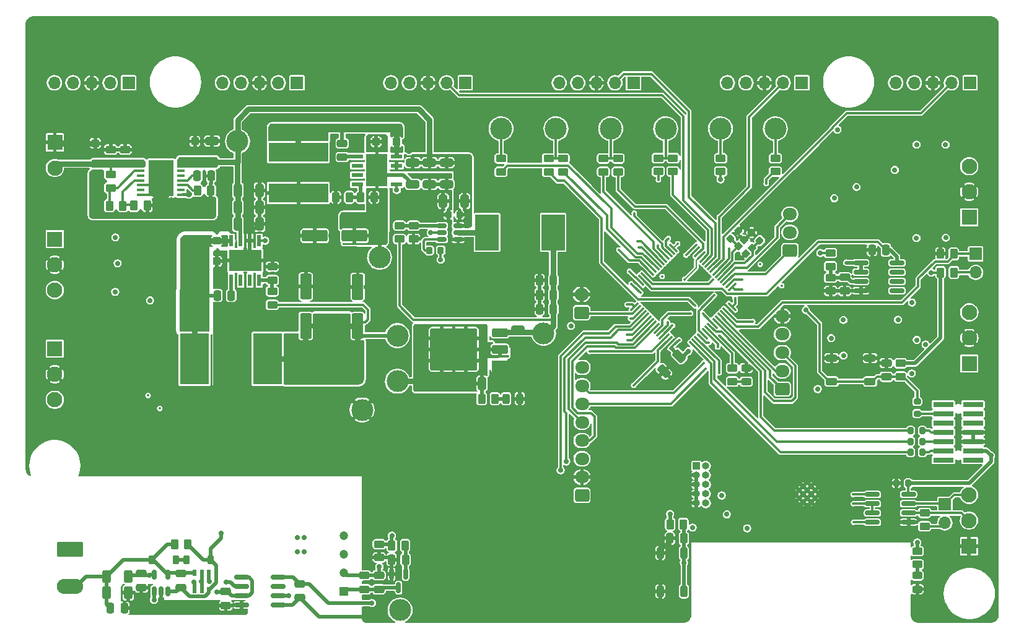
<source format=gbr>
%TF.GenerationSoftware,KiCad,Pcbnew,8.0.7*%
%TF.CreationDate,2025-01-22T12:13:36+01:00*%
%TF.ProjectId,STM32_GateSignalGenerator,53544d33-325f-4476-9174-655369676e61,rev?*%
%TF.SameCoordinates,Original*%
%TF.FileFunction,Copper,L1,Top*%
%TF.FilePolarity,Positive*%
%FSLAX46Y46*%
G04 Gerber Fmt 4.6, Leading zero omitted, Abs format (unit mm)*
G04 Created by KiCad (PCBNEW 8.0.7) date 2025-01-22 12:13:36*
%MOMM*%
%LPD*%
G01*
G04 APERTURE LIST*
G04 Aperture macros list*
%AMRoundRect*
0 Rectangle with rounded corners*
0 $1 Rounding radius*
0 $2 $3 $4 $5 $6 $7 $8 $9 X,Y pos of 4 corners*
0 Add a 4 corners polygon primitive as box body*
4,1,4,$2,$3,$4,$5,$6,$7,$8,$9,$2,$3,0*
0 Add four circle primitives for the rounded corners*
1,1,$1+$1,$2,$3*
1,1,$1+$1,$4,$5*
1,1,$1+$1,$6,$7*
1,1,$1+$1,$8,$9*
0 Add four rect primitives between the rounded corners*
20,1,$1+$1,$2,$3,$4,$5,0*
20,1,$1+$1,$4,$5,$6,$7,0*
20,1,$1+$1,$6,$7,$8,$9,0*
20,1,$1+$1,$8,$9,$2,$3,0*%
G04 Aperture macros list end*
%TA.AperFunction,SMDPad,CuDef*%
%ADD10RoundRect,0.102000X-0.492146X0.035355X0.035355X-0.492146X0.492146X-0.035355X-0.035355X0.492146X0*%
%TD*%
%TA.AperFunction,ComponentPad*%
%ADD11R,2.100000X2.100000*%
%TD*%
%TA.AperFunction,ComponentPad*%
%ADD12C,2.100000*%
%TD*%
%TA.AperFunction,ComponentPad*%
%ADD13R,1.700000X1.700000*%
%TD*%
%TA.AperFunction,ComponentPad*%
%ADD14O,1.700000X1.700000*%
%TD*%
%TA.AperFunction,ComponentPad*%
%ADD15C,3.000000*%
%TD*%
%TA.AperFunction,SMDPad,CuDef*%
%ADD16RoundRect,0.225000X-0.225000X-0.375000X0.225000X-0.375000X0.225000X0.375000X-0.225000X0.375000X0*%
%TD*%
%TA.AperFunction,SMDPad,CuDef*%
%ADD17RoundRect,0.250000X0.325000X0.650000X-0.325000X0.650000X-0.325000X-0.650000X0.325000X-0.650000X0*%
%TD*%
%TA.AperFunction,SMDPad,CuDef*%
%ADD18RoundRect,0.250000X0.262500X0.450000X-0.262500X0.450000X-0.262500X-0.450000X0.262500X-0.450000X0*%
%TD*%
%TA.AperFunction,SMDPad,CuDef*%
%ADD19R,8.200000X2.600000*%
%TD*%
%TA.AperFunction,SMDPad,CuDef*%
%ADD20RoundRect,0.250000X0.229810X-0.689429X0.689429X-0.229810X-0.229810X0.689429X-0.689429X0.229810X0*%
%TD*%
%TA.AperFunction,SMDPad,CuDef*%
%ADD21RoundRect,0.150000X-0.825000X-0.150000X0.825000X-0.150000X0.825000X0.150000X-0.825000X0.150000X0*%
%TD*%
%TA.AperFunction,ComponentPad*%
%ADD22RoundRect,0.250000X0.725000X-0.600000X0.725000X0.600000X-0.725000X0.600000X-0.725000X-0.600000X0*%
%TD*%
%TA.AperFunction,ComponentPad*%
%ADD23O,1.950000X1.700000*%
%TD*%
%TA.AperFunction,SMDPad,CuDef*%
%ADD24RoundRect,0.200000X0.200000X0.275000X-0.200000X0.275000X-0.200000X-0.275000X0.200000X-0.275000X0*%
%TD*%
%TA.AperFunction,SMDPad,CuDef*%
%ADD25RoundRect,0.250000X-0.450000X0.262500X-0.450000X-0.262500X0.450000X-0.262500X0.450000X0.262500X0*%
%TD*%
%TA.AperFunction,SMDPad,CuDef*%
%ADD26RoundRect,0.225000X-0.335876X-0.017678X-0.017678X-0.335876X0.335876X0.017678X0.017678X0.335876X0*%
%TD*%
%TA.AperFunction,SMDPad,CuDef*%
%ADD27RoundRect,0.250000X0.450000X-0.262500X0.450000X0.262500X-0.450000X0.262500X-0.450000X-0.262500X0*%
%TD*%
%TA.AperFunction,SMDPad,CuDef*%
%ADD28RoundRect,0.250000X0.312500X0.625000X-0.312500X0.625000X-0.312500X-0.625000X0.312500X-0.625000X0*%
%TD*%
%TA.AperFunction,SMDPad,CuDef*%
%ADD29RoundRect,0.250000X-0.525000X-0.250000X0.525000X-0.250000X0.525000X0.250000X-0.525000X0.250000X0*%
%TD*%
%TA.AperFunction,SMDPad,CuDef*%
%ADD30RoundRect,0.200000X-0.200000X-0.275000X0.200000X-0.275000X0.200000X0.275000X-0.200000X0.275000X0*%
%TD*%
%TA.AperFunction,SMDPad,CuDef*%
%ADD31RoundRect,0.250000X-0.475000X0.250000X-0.475000X-0.250000X0.475000X-0.250000X0.475000X0.250000X0*%
%TD*%
%TA.AperFunction,SMDPad,CuDef*%
%ADD32R,1.550000X0.600000*%
%TD*%
%TA.AperFunction,ComponentPad*%
%ADD33C,0.600000*%
%TD*%
%TA.AperFunction,SMDPad,CuDef*%
%ADD34R,2.600000X3.100000*%
%TD*%
%TA.AperFunction,SMDPad,CuDef*%
%ADD35R,2.950000X4.500000*%
%TD*%
%TA.AperFunction,SMDPad,CuDef*%
%ADD36RoundRect,0.250000X-0.262500X-0.450000X0.262500X-0.450000X0.262500X0.450000X-0.262500X0.450000X0*%
%TD*%
%TA.AperFunction,SMDPad,CuDef*%
%ADD37RoundRect,0.250000X0.550000X-1.500000X0.550000X1.500000X-0.550000X1.500000X-0.550000X-1.500000X0*%
%TD*%
%TA.AperFunction,SMDPad,CuDef*%
%ADD38RoundRect,0.225000X0.225000X0.375000X-0.225000X0.375000X-0.225000X-0.375000X0.225000X-0.375000X0*%
%TD*%
%TA.AperFunction,SMDPad,CuDef*%
%ADD39RoundRect,0.250000X-0.325000X-0.650000X0.325000X-0.650000X0.325000X0.650000X-0.325000X0.650000X0*%
%TD*%
%TA.AperFunction,ComponentPad*%
%ADD40RoundRect,0.250000X0.750000X-0.600000X0.750000X0.600000X-0.750000X0.600000X-0.750000X-0.600000X0*%
%TD*%
%TA.AperFunction,ComponentPad*%
%ADD41O,2.000000X1.700000*%
%TD*%
%TA.AperFunction,SMDPad,CuDef*%
%ADD42RoundRect,0.250000X0.475000X-0.250000X0.475000X0.250000X-0.475000X0.250000X-0.475000X-0.250000X0*%
%TD*%
%TA.AperFunction,SMDPad,CuDef*%
%ADD43RoundRect,0.250000X0.650000X-0.325000X0.650000X0.325000X-0.650000X0.325000X-0.650000X-0.325000X0*%
%TD*%
%TA.AperFunction,SMDPad,CuDef*%
%ADD44RoundRect,0.225000X-0.017678X0.335876X-0.335876X0.017678X0.017678X-0.335876X0.335876X-0.017678X0*%
%TD*%
%TA.AperFunction,SMDPad,CuDef*%
%ADD45RoundRect,0.150000X0.150000X-0.512500X0.150000X0.512500X-0.150000X0.512500X-0.150000X-0.512500X0*%
%TD*%
%TA.AperFunction,SMDPad,CuDef*%
%ADD46RoundRect,0.250000X0.250000X0.475000X-0.250000X0.475000X-0.250000X-0.475000X0.250000X-0.475000X0*%
%TD*%
%TA.AperFunction,SMDPad,CuDef*%
%ADD47RoundRect,0.200000X-0.275000X0.200000X-0.275000X-0.200000X0.275000X-0.200000X0.275000X0.200000X0*%
%TD*%
%TA.AperFunction,SMDPad,CuDef*%
%ADD48R,4.000000X7.000000*%
%TD*%
%TA.AperFunction,SMDPad,CuDef*%
%ADD49RoundRect,0.150000X-0.150000X0.587500X-0.150000X-0.587500X0.150000X-0.587500X0.150000X0.587500X0*%
%TD*%
%TA.AperFunction,SMDPad,CuDef*%
%ADD50RoundRect,0.250000X0.250000X-0.525000X0.250000X0.525000X-0.250000X0.525000X-0.250000X-0.525000X0*%
%TD*%
%TA.AperFunction,SMDPad,CuDef*%
%ADD51RoundRect,0.250000X-0.300000X0.300000X-0.300000X-0.300000X0.300000X-0.300000X0.300000X0.300000X0*%
%TD*%
%TA.AperFunction,SMDPad,CuDef*%
%ADD52RoundRect,0.250000X-1.500000X-0.550000X1.500000X-0.550000X1.500000X0.550000X-1.500000X0.550000X0*%
%TD*%
%TA.AperFunction,SMDPad,CuDef*%
%ADD53RoundRect,0.075000X0.441942X0.548008X-0.548008X-0.441942X-0.441942X-0.548008X0.548008X0.441942X0*%
%TD*%
%TA.AperFunction,SMDPad,CuDef*%
%ADD54RoundRect,0.075000X-0.441942X0.548008X-0.548008X0.441942X0.441942X-0.548008X0.548008X-0.441942X0*%
%TD*%
%TA.AperFunction,SMDPad,CuDef*%
%ADD55RoundRect,0.250000X-0.250000X-0.475000X0.250000X-0.475000X0.250000X0.475000X-0.250000X0.475000X0*%
%TD*%
%TA.AperFunction,SMDPad,CuDef*%
%ADD56RoundRect,0.243750X0.456250X-0.243750X0.456250X0.243750X-0.456250X0.243750X-0.456250X-0.243750X0*%
%TD*%
%TA.AperFunction,SMDPad,CuDef*%
%ADD57RoundRect,0.243750X-0.456250X0.243750X-0.456250X-0.243750X0.456250X-0.243750X0.456250X0.243750X0*%
%TD*%
%TA.AperFunction,SMDPad,CuDef*%
%ADD58RoundRect,0.250000X0.300000X-0.300000X0.300000X0.300000X-0.300000X0.300000X-0.300000X-0.300000X0*%
%TD*%
%TA.AperFunction,SMDPad,CuDef*%
%ADD59R,3.175000X4.950000*%
%TD*%
%TA.AperFunction,ComponentPad*%
%ADD60RoundRect,0.249999X-1.550001X0.790001X-1.550001X-0.790001X1.550001X-0.790001X1.550001X0.790001X0*%
%TD*%
%TA.AperFunction,ComponentPad*%
%ADD61O,3.600000X2.080000*%
%TD*%
%TA.AperFunction,ComponentPad*%
%ADD62R,1.200000X1.200000*%
%TD*%
%TA.AperFunction,ComponentPad*%
%ADD63C,1.200000*%
%TD*%
%TA.AperFunction,SMDPad,CuDef*%
%ADD64RoundRect,0.055000X-0.220000X-0.345000X0.220000X-0.345000X0.220000X0.345000X-0.220000X0.345000X0*%
%TD*%
%TA.AperFunction,ComponentPad*%
%ADD65R,1.000000X1.000000*%
%TD*%
%TA.AperFunction,ComponentPad*%
%ADD66O,1.000000X1.000000*%
%TD*%
%TA.AperFunction,SMDPad,CuDef*%
%ADD67R,1.050000X0.450000*%
%TD*%
%TA.AperFunction,SMDPad,CuDef*%
%ADD68R,3.400000X5.000000*%
%TD*%
%TA.AperFunction,SMDPad,CuDef*%
%ADD69R,2.790000X0.740000*%
%TD*%
%TA.AperFunction,SMDPad,CuDef*%
%ADD70RoundRect,0.250000X0.300000X0.300000X-0.300000X0.300000X-0.300000X-0.300000X0.300000X-0.300000X0*%
%TD*%
%TA.AperFunction,SMDPad,CuDef*%
%ADD71RoundRect,0.225000X0.225000X0.250000X-0.225000X0.250000X-0.225000X-0.250000X0.225000X-0.250000X0*%
%TD*%
%TA.AperFunction,SMDPad,CuDef*%
%ADD72RoundRect,0.150000X0.512500X0.150000X-0.512500X0.150000X-0.512500X-0.150000X0.512500X-0.150000X0*%
%TD*%
%TA.AperFunction,SMDPad,CuDef*%
%ADD73R,0.600000X1.550000*%
%TD*%
%TA.AperFunction,SMDPad,CuDef*%
%ADD74R,3.100000X2.600000*%
%TD*%
%TA.AperFunction,SMDPad,CuDef*%
%ADD75R,4.500000X2.950000*%
%TD*%
%TA.AperFunction,SMDPad,CuDef*%
%ADD76RoundRect,0.225000X-0.225000X-0.250000X0.225000X-0.250000X0.225000X0.250000X-0.225000X0.250000X0*%
%TD*%
%TA.AperFunction,SMDPad,CuDef*%
%ADD77RoundRect,0.250000X0.850000X0.350000X-0.850000X0.350000X-0.850000X-0.350000X0.850000X-0.350000X0*%
%TD*%
%TA.AperFunction,SMDPad,CuDef*%
%ADD78RoundRect,0.250000X1.275000X1.125000X-1.275000X1.125000X-1.275000X-1.125000X1.275000X-1.125000X0*%
%TD*%
%TA.AperFunction,SMDPad,CuDef*%
%ADD79RoundRect,0.249997X2.950003X2.650003X-2.950003X2.650003X-2.950003X-2.650003X2.950003X-2.650003X0*%
%TD*%
%TA.AperFunction,SMDPad,CuDef*%
%ADD80RoundRect,0.243750X0.243750X0.456250X-0.243750X0.456250X-0.243750X-0.456250X0.243750X-0.456250X0*%
%TD*%
%TA.AperFunction,HeatsinkPad*%
%ADD81C,0.600000*%
%TD*%
%TA.AperFunction,ViaPad*%
%ADD82C,0.700000*%
%TD*%
%TA.AperFunction,ViaPad*%
%ADD83C,0.350000*%
%TD*%
%TA.AperFunction,Conductor*%
%ADD84C,0.500000*%
%TD*%
%TA.AperFunction,Conductor*%
%ADD85C,0.300000*%
%TD*%
%TA.AperFunction,Conductor*%
%ADD86C,0.750000*%
%TD*%
%TA.AperFunction,Conductor*%
%ADD87C,0.200000*%
%TD*%
G04 APERTURE END LIST*
D10*
%TO.P,Y1,1,1*%
%TO.N,Net-(U6-PF1)*%
X179079651Y-95585532D03*
%TO.P,Y1,2,2*%
%TO.N,GNDD*%
X180104956Y-96610837D03*
%TO.P,Y1,3,3*%
%TO.N,Net-(U6-PF0)*%
X180918129Y-95797664D03*
%TO.P,Y1,4,4*%
%TO.N,GNDD*%
X179892824Y-94772359D03*
%TD*%
D11*
%TO.P,J7,1,Pin_1*%
%TO.N,/DigitalInterface/D01_Con*%
X85652500Y-109607500D03*
D12*
%TO.P,J7,2,Pin_2*%
%TO.N,GNDD*%
X85652500Y-113107500D03*
%TO.P,J7,3,Pin_3*%
%TO.N,/DigitalInterface/D02_Con*%
X85652500Y-116607500D03*
%TD*%
D13*
%TO.P,J11,1,Pin_1*%
%TO.N,+12V*%
X164750000Y-73215000D03*
D14*
%TO.P,J11,2,Pin_2*%
%TO.N,/Gate driver connectors/GD_en3*%
X162210000Y-73215000D03*
%TO.P,J11,3,Pin_3*%
%TO.N,GNDD*%
X159670000Y-73215000D03*
%TO.P,J11,4,Pin_4*%
%TO.N,/Gate driver connectors/GD_out3*%
X157130000Y-73215000D03*
%TO.P,J11,5,Pin_5*%
%TO.N,VDD*%
X154590000Y-73215000D03*
%TD*%
D15*
%TO.P,TP5,1,1*%
%TO.N,/Gate driver connectors/GD_out2*%
X176642500Y-79497500D03*
%TD*%
D11*
%TO.P,J6,1,Pin_1*%
%TO.N,/DigitalInterface/DI1_Con*%
X85652500Y-94617500D03*
D12*
%TO.P,J6,2,Pin_2*%
%TO.N,GNDD*%
X85652500Y-98117500D03*
%TO.P,J6,3,Pin_3*%
%TO.N,/DigitalInterface/DI2_Con*%
X85652500Y-101617500D03*
%TD*%
D16*
%TO.P,D18,1,K*%
%TO.N,/ZeroCrossingDetection/ZC_Ref*%
X98940351Y-138507500D03*
%TO.P,D18,2,A*%
%TO.N,/ZeroCrossingDetection/zc_zener_k*%
X102240351Y-138507500D03*
%TD*%
D15*
%TO.P,TP7,1,1*%
%TO.N,+24V*%
X110633064Y-81222500D03*
%TD*%
%TO.P,TP9,1,1*%
%TO.N,-12V*%
X130033064Y-97122500D03*
%TD*%
D17*
%TO.P,C18,1*%
%TO.N,GNDD*%
X147008064Y-114362500D03*
%TO.P,C18,2*%
%TO.N,VDD*%
X144058064Y-114362500D03*
%TD*%
D18*
%TO.P,R26,1*%
%TO.N,/MCU/BOOT0_LCD_BACKLIGHT_PWM_TIM16_CH1*%
X208512500Y-96632500D03*
%TO.P,R26,2*%
%TO.N,GNDD*%
X206687500Y-96632500D03*
%TD*%
D19*
%TO.P,L2,1*%
%TO.N,/PowerInput/-12V_sw*%
X118943064Y-82702500D03*
%TO.P,L2,2*%
%TO.N,GNDD*%
X118943064Y-88302500D03*
%TD*%
D20*
%TO.P,C25,1*%
%TO.N,GNDD*%
X168917017Y-112707983D03*
%TO.P,C25,2*%
%TO.N,VDD*%
X171002983Y-110622017D03*
%TD*%
D21*
%TO.P,U12,1*%
%TO.N,/AnalogInterface/ai_zero_offset*%
X195817500Y-97867500D03*
%TO.P,U12,2,-*%
X195817500Y-99137500D03*
%TO.P,U12,3,+*%
%TO.N,/AnalogInterface/ai_half_ref*%
X195817500Y-100407500D03*
%TO.P,U12,4,V-*%
%TO.N,GNDD*%
X195817500Y-101677500D03*
%TO.P,U12,5,+*%
%TO.N,unconnected-(U12B-+-Pad5)*%
X200767500Y-101677500D03*
%TO.P,U12,6,-*%
%TO.N,unconnected-(U12B---Pad6)*%
X200767500Y-100407500D03*
%TO.P,U12,7*%
%TO.N,unconnected-(U12-Pad7)*%
X200767500Y-99137500D03*
%TO.P,U12,8,V+*%
%TO.N,VDDA*%
X200767500Y-97867500D03*
%TD*%
D15*
%TO.P,TP2,1,1*%
%TO.N,/Gate driver connectors/GD_out5*%
X154142500Y-79497500D03*
%TD*%
D22*
%TO.P,J17,1,Pin_1*%
%TO.N,/MCU/ENC_A__TIM4_CH1*%
X185072500Y-115147500D03*
D23*
%TO.P,J17,2,Pin_2*%
%TO.N,/MCU/ENC_B__TIM4_CH2*%
X185072500Y-112647500D03*
%TO.P,J17,3,Pin_3*%
%TO.N,/MCU/ENC_BTN*%
X185072500Y-110147500D03*
%TO.P,J17,4,Pin_4*%
%TO.N,/MCU/ENC_VDD*%
X185072500Y-107647500D03*
%TO.P,J17,5,Pin_5*%
%TO.N,GNDD*%
X185072500Y-105147500D03*
%TD*%
D24*
%TO.P,C35,1*%
%TO.N,VDD*%
X202310000Y-128030000D03*
%TO.P,C35,2*%
%TO.N,GNDD*%
X200660000Y-128030000D03*
%TD*%
D25*
%TO.P,R1,1*%
%TO.N,/PowerInput/PWR_IN_+24V*%
X93288627Y-85771956D03*
%TO.P,R1,2*%
%TO.N,/PowerInput/prot_uvlo*%
X93288627Y-87596956D03*
%TD*%
D26*
%TO.P,C31,1*%
%TO.N,GNDD*%
X180900451Y-93715234D03*
%TO.P,C31,2*%
%TO.N,Net-(U6-PF0)*%
X181996467Y-94811250D03*
%TD*%
D27*
%TO.P,R14,1*%
%TO.N,/MCU/ST_NRST*%
X201245000Y-113442500D03*
%TO.P,R14,2*%
%TO.N,VDD*%
X201245000Y-111617500D03*
%TD*%
D28*
%TO.P,R71,1*%
%TO.N,/ZeroCrossingDetection/ZC_5V*%
X95687851Y-140777500D03*
%TO.P,R71,2*%
%TO.N,/ZeroCrossingDetection/ZC_Ref*%
X92762851Y-140777500D03*
%TD*%
D29*
%TO.P,SW1,1,1*%
%TO.N,GNDD*%
X191830000Y-110890000D03*
X197080000Y-110890000D03*
%TO.P,SW1,2,2*%
%TO.N,/MCU/ST_NRST*%
X191830000Y-114090000D03*
X197080000Y-114090000D03*
%TD*%
D30*
%TO.P,R15,1*%
%TO.N,/MCU/SWO*%
X202602500Y-120847500D03*
%TO.P,R15,2*%
%TO.N,/MCU/T_SWO*%
X204252500Y-120847500D03*
%TD*%
D15*
%TO.P,TP3,1,1*%
%TO.N,/Gate driver connectors/GD_out4*%
X161642500Y-79497500D03*
%TD*%
D31*
%TO.P,C56,1*%
%TO.N,VDD*%
X119117851Y-141777500D03*
%TO.P,C56,2*%
%TO.N,GNDD*%
X119117851Y-143677500D03*
%TD*%
D25*
%TO.P,R64,1*%
%TO.N,/AnalogInterface/ai_half_ref*%
X191682500Y-99880000D03*
%TO.P,R64,2*%
%TO.N,GNDD*%
X191682500Y-101705000D03*
%TD*%
D32*
%TO.P,U3,1,BOOT*%
%TO.N,/PowerInput/-12V_boot*%
X126985564Y-83290000D03*
%TO.P,U3,2,NC*%
%TO.N,unconnected-(U3-NC-Pad2)*%
X126985564Y-84560000D03*
%TO.P,U3,3,NC*%
%TO.N,unconnected-(U3-NC-Pad3)*%
X126985564Y-85830000D03*
%TO.P,U3,4,VSENSE*%
%TO.N,/PowerInput/-12V_sw_feed*%
X126985564Y-87100000D03*
%TO.P,U3,5,EN*%
%TO.N,+24V*%
X132385564Y-87100000D03*
%TO.P,U3,6,GND*%
%TO.N,-12V*%
X132385564Y-85830000D03*
%TO.P,U3,7,VIN*%
%TO.N,+24V*%
X132385564Y-84560000D03*
%TO.P,U3,8,PH*%
%TO.N,/PowerInput/-12V_sw*%
X132385564Y-83290000D03*
D33*
%TO.P,U3,9,GNDPAD*%
%TO.N,-12V*%
X129085564Y-83395000D03*
X129085564Y-84595000D03*
X129085564Y-85895000D03*
X129085564Y-86995000D03*
D34*
X129685564Y-85195000D03*
D35*
X129685564Y-85195000D03*
D33*
X130285564Y-83395000D03*
X130285564Y-84595000D03*
X130285564Y-85895000D03*
X130285564Y-86995000D03*
%TD*%
D25*
%TO.P,R81,1*%
%TO.N,Net-(U18-IO19)*%
X203530000Y-137315000D03*
%TO.P,R81,2*%
%TO.N,/Wireless connectivity - ESP32/esp_dbg_led_k*%
X203530000Y-139140000D03*
%TD*%
D15*
%TO.P,TP15,1,1*%
%TO.N,/MCU/ZC_In*%
X132852500Y-145397500D03*
%TD*%
%TO.P,TP10,1,1*%
%TO.N,+5V*%
X152455000Y-107490000D03*
%TD*%
D36*
%TO.P,R21,1*%
%TO.N,VDD*%
X206720000Y-99192500D03*
%TO.P,R21,2*%
%TO.N,/MCU/boot0_r*%
X208545000Y-99192500D03*
%TD*%
D37*
%TO.P,C8,1*%
%TO.N,+12V*%
X119960564Y-106510000D03*
%TO.P,C8,2*%
%TO.N,GNDD*%
X119960564Y-101110000D03*
%TD*%
D38*
%TO.P,D17,1,K*%
%TO.N,/ZeroCrossingDetection/zc_in_lim*%
X106937851Y-138507500D03*
%TO.P,D17,2,A*%
%TO.N,/ZeroCrossingDetection/zc_zener_k*%
X103637851Y-138507500D03*
%TD*%
D39*
%TO.P,C7,1*%
%TO.N,+24V*%
X110668064Y-90252500D03*
%TO.P,C7,2*%
%TO.N,GNDD*%
X113618064Y-90252500D03*
%TD*%
D25*
%TO.P,R36,1*%
%TO.N,/MCU/rs485_a*%
X204535000Y-132097500D03*
%TO.P,R36,2*%
%TO.N,/MCU/rs485_r_term_b*%
X204535000Y-133922500D03*
%TD*%
D40*
%TO.P,J15,1,Pin_1*%
%TO.N,/MCU/START_STOP_BTN*%
X157642500Y-104687500D03*
D41*
%TO.P,J15,2,Pin_2*%
%TO.N,GNDD*%
X157642500Y-102187500D03*
%TD*%
D25*
%TO.P,R19,1*%
%TO.N,/MCU/ST_LED*%
X178255000Y-112277500D03*
%TO.P,R19,2*%
%TO.N,/MCU/ST_LED_K*%
X178255000Y-114102500D03*
%TD*%
D42*
%TO.P,C30,1*%
%TO.N,/MCU/ST_NRST*%
X199315000Y-113469999D03*
%TO.P,C30,2*%
%TO.N,GNDD*%
X199315000Y-111570001D03*
%TD*%
D22*
%TO.P,J18,1,Pin_1*%
%TO.N,VDD*%
X157712500Y-129677500D03*
D23*
%TO.P,J18,2,Pin_2*%
%TO.N,GNDD*%
X157712500Y-127177500D03*
%TO.P,J18,3,Pin_3*%
%TO.N,/MCU/LCD_CS*%
X157712500Y-124677500D03*
%TO.P,J18,4,Pin_4*%
%TO.N,/MCU/LCD_RST*%
X157712500Y-122177500D03*
%TO.P,J18,5,Pin_5*%
%TO.N,/MCU/LCD_DC*%
X157712500Y-119677500D03*
%TO.P,J18,6,Pin_6*%
%TO.N,/MCU/SPI3_MOSI*%
X157712500Y-117177500D03*
%TO.P,J18,7,Pin_7*%
%TO.N,/MCU/SPI3_SCK*%
X157712500Y-114677500D03*
%TO.P,J18,8,Pin_8*%
%TO.N,/MCU/BOOT0_LCD_BACKLIGHT_PWM_TIM16_CH1*%
X157712500Y-112177500D03*
%TD*%
D43*
%TO.P,C14,1*%
%TO.N,-12V*%
X134583064Y-87117500D03*
%TO.P,C14,2*%
%TO.N,+24V*%
X134583064Y-84167500D03*
%TD*%
D44*
%TO.P,C32,1*%
%TO.N,GNDD*%
X179090258Y-93439462D03*
%TO.P,C32,2*%
%TO.N,Net-(U6-PF1)*%
X177994242Y-94535478D03*
%TD*%
D45*
%TO.P,U16,1*%
%TO.N,/ZeroCrossingDetection/zc_comp_out*%
X99215351Y-142845000D03*
%TO.P,U16,2*%
%TO.N,/ZeroCrossingDetection/ZC_GND*%
X100165351Y-142845000D03*
%TO.P,U16,3,+*%
%TO.N,/ZeroCrossingDetection/zc_in_lim*%
X101115351Y-142845000D03*
%TO.P,U16,4,-*%
%TO.N,/ZeroCrossingDetection/ZC_Ref*%
X101115351Y-140570000D03*
%TO.P,U16,5*%
%TO.N,/ZeroCrossingDetection/ZC_5V*%
X99215351Y-140570000D03*
%TD*%
D21*
%TO.P,U7,1,RO*%
%TO.N,/MCU/RS485_RX*%
X197400000Y-129555000D03*
%TO.P,U7,2,~{RE}*%
%TO.N,/MCU/RS485_DE*%
X197400000Y-130825000D03*
%TO.P,U7,3,DE*%
X197400000Y-132095000D03*
%TO.P,U7,4,DI*%
%TO.N,/MCU/RS485_TX*%
X197400000Y-133365000D03*
%TO.P,U7,5,GND*%
%TO.N,GNDD*%
X202350000Y-133365000D03*
%TO.P,U7,6,A*%
%TO.N,/MCU/rs485_a*%
X202350000Y-132095000D03*
%TO.P,U7,7,B*%
%TO.N,/MCU/rs485_b*%
X202350000Y-130825000D03*
%TO.P,U7,8,VCC*%
%TO.N,VDD*%
X202350000Y-129555000D03*
%TD*%
D17*
%TO.P,C19,1*%
%TO.N,+24V*%
X141685564Y-89422500D03*
%TO.P,C19,2*%
%TO.N,GNDD*%
X138735564Y-89422500D03*
%TD*%
D46*
%TO.P,C23,1*%
%TO.N,+5V*%
X153810564Y-100272500D03*
%TO.P,C23,2*%
%TO.N,GNDD*%
X151910564Y-100272500D03*
%TD*%
D39*
%TO.P,C6,1*%
%TO.N,+24V*%
X110668064Y-87952500D03*
%TO.P,C6,2*%
%TO.N,GNDD*%
X113618064Y-87952500D03*
%TD*%
D13*
%TO.P,J8,1,Pin_1*%
%TO.N,+12V*%
X95750000Y-73215000D03*
D14*
%TO.P,J8,2,Pin_2*%
%TO.N,/Gate driver connectors/GD_en6*%
X93210000Y-73215000D03*
%TO.P,J8,3,Pin_3*%
%TO.N,GNDD*%
X90670000Y-73215000D03*
%TO.P,J8,4,Pin_4*%
%TO.N,/Gate driver connectors/GD_out6*%
X88130000Y-73215000D03*
%TO.P,J8,5,Pin_5*%
%TO.N,VDD*%
X85590000Y-73215000D03*
%TD*%
D47*
%TO.P,R16,1*%
%TO.N,/MCU/ST_NRST*%
X203522500Y-116842500D03*
%TO.P,R16,2*%
%TO.N,/MCU/T_NRST*%
X203522500Y-118492500D03*
%TD*%
D15*
%TO.P,TP1,1,1*%
%TO.N,/Gate driver connectors/GD_out6*%
X146642500Y-79497500D03*
%TD*%
D48*
%TO.P,L1,1*%
%TO.N,/PowerInput/+12V_reg_sw*%
X104760564Y-111010000D03*
%TO.P,L1,2*%
%TO.N,+12V*%
X114760564Y-111010000D03*
%TD*%
D42*
%TO.P,C3,1*%
%TO.N,/PowerInput/PWR_IN_+24V*%
X93308627Y-84254456D03*
%TO.P,C3,2*%
%TO.N,GNDD*%
X93308627Y-82354456D03*
%TD*%
D46*
%TO.P,C21,1*%
%TO.N,+5V*%
X153810564Y-104192500D03*
%TO.P,C21,2*%
%TO.N,GNDD*%
X151910564Y-104192500D03*
%TD*%
D30*
%TO.P,R13,1*%
%TO.N,/MCU/SWCLK*%
X202602500Y-122307500D03*
%TO.P,R13,2*%
%TO.N,/MCU/T_SWCLK*%
X204252500Y-122307500D03*
%TD*%
D42*
%TO.P,C4,1*%
%TO.N,/PowerInput/PWR_IN_+24V*%
X95265000Y-84242500D03*
%TO.P,C4,2*%
%TO.N,GNDD*%
X95265000Y-82342500D03*
%TD*%
D27*
%TO.P,R34,1*%
%TO.N,/MCU/TIM3_CH1*%
X153142500Y-85410000D03*
%TO.P,R34,2*%
%TO.N,/Gate driver connectors/GD_out5*%
X153142500Y-83585000D03*
%TD*%
D46*
%TO.P,C60,1*%
%TO.N,/Wireless connectivity - ESP32/ESP32_RST*%
X171620000Y-135585000D03*
%TO.P,C60,2*%
%TO.N,GNDD*%
X169720000Y-135585000D03*
%TD*%
D49*
%TO.P,Q1,1,G*%
%TO.N,/ZeroCrossingDetection/zc_en_fet_G*%
X133592500Y-140440000D03*
%TO.P,Q1,2,S*%
%TO.N,GNDD*%
X131692500Y-140440000D03*
%TO.P,Q1,3,D*%
%TO.N,/ZeroCrossingDetection/zc_en_fet_d*%
X132642500Y-142315000D03*
%TD*%
D43*
%TO.P,C12,1*%
%TO.N,GNDD*%
X139183064Y-87117500D03*
%TO.P,C12,2*%
%TO.N,+24V*%
X139183064Y-84167500D03*
%TD*%
D50*
%TO.P,SW2,1,1*%
%TO.N,GNDD*%
X168440000Y-142840000D03*
X168440000Y-137590000D03*
%TO.P,SW2,2,2*%
%TO.N,/Wireless connectivity - ESP32/ESP32_RST*%
X171640000Y-142840000D03*
X171640000Y-137590000D03*
%TD*%
D27*
%TO.P,R29,1*%
%TO.N,/MCU/TIM1_CH2*%
X168142500Y-85352500D03*
%TO.P,R29,2*%
%TO.N,/Gate driver connectors/GD_out3*%
X168142500Y-83527500D03*
%TD*%
D36*
%TO.P,R6,1*%
%TO.N,Net-(U2-ILM)*%
X105138627Y-87946956D03*
%TO.P,R6,2*%
%TO.N,/PowerInput/prot_vgnd*%
X106963627Y-87946956D03*
%TD*%
D27*
%TO.P,R31,1*%
%TO.N,/MCU/TIM1_CH1N*%
X160642500Y-85410000D03*
%TO.P,R31,2*%
%TO.N,/Gate driver connectors/GD_out4*%
X160642500Y-83585000D03*
%TD*%
D51*
%TO.P,D3,1,K*%
%TO.N,/PowerInput/+12V_reg_sw*%
X107793064Y-94852500D03*
%TO.P,D3,2,A*%
%TO.N,GNDD*%
X107793064Y-97652500D03*
%TD*%
D27*
%TO.P,R35,1*%
%TO.N,/MCU/TIM1_CH2N {slash} TIM3_CH3*%
X146642500Y-85410000D03*
%TO.P,R35,2*%
%TO.N,/Gate driver connectors/GD_out6*%
X146642500Y-83585000D03*
%TD*%
D46*
%TO.P,C53,1*%
%TO.N,/ZeroCrossingDetection/zc_en_fet_G*%
X133592500Y-138477500D03*
%TO.P,C53,2*%
%TO.N,GNDD*%
X131692500Y-138477500D03*
%TD*%
D52*
%TO.P,C15,1*%
%TO.N,GNDD*%
X121193064Y-94152500D03*
%TO.P,C15,2*%
%TO.N,-12V*%
X126593064Y-94152500D03*
%TD*%
D15*
%TO.P,TP8,1,1*%
%TO.N,+12V*%
X132483064Y-107822500D03*
%TD*%
D36*
%TO.P,R8,1*%
%TO.N,/PowerInput/-12V_sw_feed*%
X127455564Y-88902500D03*
%TO.P,R8,2*%
%TO.N,-12V*%
X129280564Y-88902500D03*
%TD*%
%TO.P,R3,1*%
%TO.N,/PowerInput/prot_uvlo*%
X93116127Y-90044456D03*
%TO.P,R3,2*%
%TO.N,/PowerInput/prot_ovp*%
X94941127Y-90044456D03*
%TD*%
%TO.P,R73,1*%
%TO.N,/MCU/ZC_En*%
X131710000Y-136547500D03*
%TO.P,R73,2*%
%TO.N,/ZeroCrossingDetection/zc_en_fet_G*%
X133535000Y-136547500D03*
%TD*%
D53*
%TO.P,U6,1,VBAT*%
%TO.N,VDD*%
X178216981Y-101136319D03*
%TO.P,U6,2,PC13*%
%TO.N,/MCU/LCD_CS*%
X177863428Y-100782766D03*
%TO.P,U6,3,PC14*%
%TO.N,/MCU/TOUCH_CS*%
X177509875Y-100429213D03*
%TO.P,U6,4,PC15*%
%TO.N,/MCU/TOUCH_IRQ*%
X177156321Y-100075659D03*
%TO.P,U6,5,PF0*%
%TO.N,Net-(U6-PF0)*%
X176802768Y-99722106D03*
%TO.P,U6,6,PF1*%
%TO.N,Net-(U6-PF1)*%
X176449214Y-99368552D03*
%TO.P,U6,7,PG10*%
%TO.N,/MCU/ST_NRST*%
X176095661Y-99014999D03*
%TO.P,U6,8,PC0*%
%TO.N,/Gate driver connectors/GD_en1*%
X175742108Y-98661446D03*
%TO.P,U6,9,PC1*%
%TO.N,/Gate driver connectors/GD_en2*%
X175388554Y-98307892D03*
%TO.P,U6,10,PC2*%
%TO.N,/Gate driver connectors/GD_en3*%
X175035001Y-97954339D03*
%TO.P,U6,11,PC3*%
%TO.N,/Gate driver connectors/GD_en4*%
X174681448Y-97600786D03*
%TO.P,U6,12,PA0*%
%TO.N,/MCU/TIM2_CH1*%
X174327894Y-97247232D03*
%TO.P,U6,13,PA1*%
%TO.N,/AnalogInterface/AI1*%
X173974341Y-96893679D03*
%TO.P,U6,14,PA2*%
%TO.N,/MCU/TIM2_CH3*%
X173620787Y-96540125D03*
%TO.P,U6,15,VSS*%
%TO.N,GNDD*%
X173267234Y-96186572D03*
%TO.P,U6,16,VDD*%
%TO.N,VDD*%
X172913681Y-95833019D03*
D54*
%TO.P,U6,17,PA3*%
%TO.N,/AnalogInterface/AI2*%
X170191319Y-95833019D03*
%TO.P,U6,18,PA4*%
%TO.N,/AnalogInterface/AO1*%
X169837766Y-96186572D03*
%TO.P,U6,19,PA5*%
%TO.N,/Gate driver connectors/GD_en6*%
X169484213Y-96540125D03*
%TO.P,U6,20,PA6*%
%TO.N,/AnalogInterface/AO2*%
X169130659Y-96893679D03*
%TO.P,U6,21,PA7*%
%TO.N,/MCU/TIM1_CH1N*%
X168777106Y-97247232D03*
%TO.P,U6,22,PC4*%
%TO.N,/MCU/RS485_TX*%
X168423552Y-97600786D03*
%TO.P,U6,23,PC5*%
%TO.N,/MCU/RS485_RX*%
X168069999Y-97954339D03*
%TO.P,U6,24,PB0*%
%TO.N,/MCU/TIM1_CH2N {slash} TIM3_CH3*%
X167716446Y-98307892D03*
%TO.P,U6,25,PB1*%
%TO.N,/MCU/TIM1_CH3N*%
X167362892Y-98661446D03*
%TO.P,U6,26,PB2*%
%TO.N,/Gate driver connectors/GD_en5*%
X167009339Y-99014999D03*
%TO.P,U6,27,VSSA*%
%TO.N,GNDD*%
X166655786Y-99368552D03*
%TO.P,U6,28,VREF+*%
%TO.N,/AnalogInterface/VREF*%
X166302232Y-99722106D03*
%TO.P,U6,29,VDDA*%
%TO.N,VDDA*%
X165948679Y-100075659D03*
%TO.P,U6,30,PB10*%
%TO.N,/MCU/ST_TX*%
X165595125Y-100429213D03*
%TO.P,U6,31,VSS*%
%TO.N,GNDD*%
X165241572Y-100782766D03*
%TO.P,U6,32,VDD*%
%TO.N,VDD*%
X164888019Y-101136319D03*
D53*
%TO.P,U6,33,PB11*%
%TO.N,/MCU/ST_RX*%
X164888019Y-103858681D03*
%TO.P,U6,34,PB12*%
%TO.N,/MCU/START_STOP_BTN*%
X165241572Y-104212234D03*
%TO.P,U6,35,PB13*%
%TO.N,/DigitalInterface/DI1*%
X165595125Y-104565787D03*
%TO.P,U6,36,PB14*%
%TO.N,/MCU/ZC_In*%
X165948679Y-104919341D03*
%TO.P,U6,37,PB15*%
%TO.N,/MCU/ZC_En*%
X166302232Y-105272894D03*
%TO.P,U6,38,PC6*%
%TO.N,/DigitalInterface/DO1*%
X166655786Y-105626448D03*
%TO.P,U6,39,PC7*%
%TO.N,/DigitalInterface/DI2*%
X167009339Y-105980001D03*
%TO.P,U6,40,PC8*%
%TO.N,/MCU/LCD_DC*%
X167362892Y-106333554D03*
%TO.P,U6,41,PC9*%
%TO.N,/MCU/LCD_RST*%
X167716446Y-106687108D03*
%TO.P,U6,42,PA8*%
%TO.N,/MCU/TIM1_CH1*%
X168069999Y-107040661D03*
%TO.P,U6,43,PA9*%
%TO.N,/MCU/TIM1_CH2*%
X168423552Y-107394214D03*
%TO.P,U6,44,PA10*%
%TO.N,/MCU/TIM1_CH3*%
X168777106Y-107747768D03*
%TO.P,U6,45,PA11*%
%TO.N,/DigitalInterface/DO2*%
X169130659Y-108101321D03*
%TO.P,U6,46,PA12*%
%TO.N,/MCU/RS485_DE*%
X169484213Y-108454875D03*
%TO.P,U6,47,VSS*%
%TO.N,GNDD*%
X169837766Y-108808428D03*
%TO.P,U6,48,VDD*%
%TO.N,VDD*%
X170191319Y-109161981D03*
D54*
%TO.P,U6,49,PA13*%
%TO.N,/MCU/SWDIO*%
X172913681Y-109161981D03*
%TO.P,U6,50,PA14*%
%TO.N,/MCU/SWCLK*%
X173267234Y-108808428D03*
%TO.P,U6,51,PA15*%
%TO.N,/MCU/FREE_PIN_2*%
X173620787Y-108454875D03*
%TO.P,U6,52,PC10*%
%TO.N,/MCU/SPI3_SCK*%
X173974341Y-108101321D03*
%TO.P,U6,53,PC11*%
%TO.N,/MCU/SPI3_MISO*%
X174327894Y-107747768D03*
%TO.P,U6,54,PC12*%
%TO.N,/MCU/SPI3_MOSI*%
X174681448Y-107394214D03*
%TO.P,U6,55,PD2*%
%TO.N,/MCU/ST_LED*%
X175035001Y-107040661D03*
%TO.P,U6,56,PB3*%
%TO.N,/MCU/SWO*%
X175388554Y-106687108D03*
%TO.P,U6,57,PB4*%
%TO.N,/MCU/TIM3_CH1*%
X175742108Y-106333554D03*
%TO.P,U6,58,PB5*%
%TO.N,/MCU/ENC_BTN*%
X176095661Y-105980001D03*
%TO.P,U6,59,PB6*%
%TO.N,/MCU/ENC_A__TIM4_CH1*%
X176449214Y-105626448D03*
%TO.P,U6,60,PB7*%
%TO.N,/MCU/ENC_B__TIM4_CH2*%
X176802768Y-105272894D03*
%TO.P,U6,61,PB8*%
%TO.N,/MCU/BOOT0_LCD_BACKLIGHT_PWM_TIM16_CH1*%
X177156321Y-104919341D03*
%TO.P,U6,62,PB9*%
%TO.N,/MCU/FREE_PIN_1*%
X177509875Y-104565787D03*
%TO.P,U6,63,VSS*%
%TO.N,GNDD*%
X177863428Y-104212234D03*
%TO.P,U6,64,VDD*%
%TO.N,VDD*%
X178216981Y-103858681D03*
%TD*%
D55*
%TO.P,C1,1*%
%TO.N,/PowerInput/+12V_reg_sw*%
X107875564Y-102320000D03*
%TO.P,C1,2*%
%TO.N,/PowerInput/+12V_reg_boot*%
X109775564Y-102320000D03*
%TD*%
D36*
%TO.P,R10,1*%
%TO.N,VDD*%
X143998064Y-116462500D03*
%TO.P,R10,2*%
%TO.N,/PowerInput/LED_3V3_K*%
X145823064Y-116462500D03*
%TD*%
D13*
%TO.P,J9,1,Pin_1*%
%TO.N,+12V*%
X118750000Y-73215000D03*
D14*
%TO.P,J9,2,Pin_2*%
%TO.N,/Gate driver connectors/GD_en5*%
X116210000Y-73215000D03*
%TO.P,J9,3,Pin_3*%
%TO.N,GNDD*%
X113670000Y-73215000D03*
%TO.P,J9,4,Pin_4*%
%TO.N,/Gate driver connectors/GD_out5*%
X111130000Y-73215000D03*
%TO.P,J9,5,Pin_5*%
%TO.N,VDD*%
X108590000Y-73215000D03*
%TD*%
D56*
%TO.P,D19,1,K*%
%TO.N,GNDD*%
X203530000Y-142535000D03*
%TO.P,D19,2,A*%
%TO.N,/Wireless connectivity - ESP32/esp_dbg_led_k*%
X203530000Y-140660000D03*
%TD*%
D57*
%TO.P,D6,1,K*%
%TO.N,GNDD*%
X180155000Y-112252499D03*
%TO.P,D6,2,A*%
%TO.N,/MCU/ST_LED_K*%
X180155000Y-114127501D03*
%TD*%
D58*
%TO.P,D1,1,K*%
%TO.N,+24V*%
X104798627Y-84031956D03*
%TO.P,D1,2,A*%
%TO.N,GNDD*%
X104798627Y-81231956D03*
%TD*%
D27*
%TO.P,R5,1*%
%TO.N,/PowerInput/+12V_reg_feed*%
X115390000Y-100217500D03*
%TO.P,R5,2*%
%TO.N,GNDD*%
X115390000Y-98392500D03*
%TD*%
%TO.P,R33,1*%
%TO.N,/MCU/TIM1_CH3N*%
X155142500Y-85410000D03*
%TO.P,R33,2*%
%TO.N,/Gate driver connectors/GD_out5*%
X155142500Y-83585000D03*
%TD*%
D59*
%TO.P,L3,1*%
%TO.N,/PowerInput/+5V_reg_sw*%
X144753064Y-93712500D03*
%TO.P,L3,2*%
%TO.N,+5V*%
X153768064Y-93712500D03*
%TD*%
D15*
%TO.P,TP6,1,1*%
%TO.N,/Gate driver connectors/GD_out1*%
X184142500Y-79497500D03*
%TD*%
D42*
%TO.P,C55,1*%
%TO.N,/ZeroCrossingDetection/ZC_GND*%
X109025351Y-144742500D03*
%TO.P,C55,2*%
%TO.N,/ZeroCrossingDetection/ZC_5V*%
X109025351Y-142842500D03*
%TD*%
%TO.P,C57,1*%
%TO.N,/ZeroCrossingDetection/zc_in_lim*%
X102847851Y-142307500D03*
%TO.P,C57,2*%
%TO.N,/ZeroCrossingDetection/ZC_Ref*%
X102847851Y-140407500D03*
%TD*%
D31*
%TO.P,C48,1*%
%TO.N,+12V*%
X129962500Y-140645000D03*
%TO.P,C48,2*%
%TO.N,/ZeroCrossingDetection/zc_en_fet_d*%
X129962500Y-142545000D03*
%TD*%
D46*
%TO.P,C22,1*%
%TO.N,+5V*%
X153810564Y-102232500D03*
%TO.P,C22,2*%
%TO.N,GNDD*%
X151910564Y-102232500D03*
%TD*%
D22*
%TO.P,J19,1,Pin_1*%
%TO.N,/MCU/TOUCH_CS*%
X186127500Y-96207500D03*
D23*
%TO.P,J19,2,Pin_2*%
%TO.N,/MCU/SPI3_MISO*%
X186127500Y-93707500D03*
%TO.P,J19,3,Pin_3*%
%TO.N,/MCU/TOUCH_IRQ*%
X186127500Y-91207500D03*
%TD*%
D39*
%TO.P,C5,1*%
%TO.N,+24V*%
X110668064Y-92552500D03*
%TO.P,C5,2*%
%TO.N,GNDD*%
X113618064Y-92552500D03*
%TD*%
D43*
%TO.P,C2,1*%
%TO.N,+24V*%
X107151127Y-84121956D03*
%TO.P,C2,2*%
%TO.N,GNDD*%
X107151127Y-81171956D03*
%TD*%
D15*
%TO.P,TP12,1,1*%
%TO.N,GNDD*%
X127655000Y-117990000D03*
%TD*%
D11*
%TO.P,J1,1,Pin_1*%
%TO.N,GNDD*%
X85660000Y-81375000D03*
D12*
%TO.P,J1,2,Pin_2*%
%TO.N,/PowerInput/PWR_IN_+24V*%
X85660000Y-84875000D03*
%TD*%
D18*
%TO.P,R80,1*%
%TO.N,/Wireless connectivity - ESP32/ESP32_RST*%
X171585000Y-133645000D03*
%TO.P,R80,2*%
%TO.N,VDD*%
X169760000Y-133645000D03*
%TD*%
D30*
%TO.P,R12,1*%
%TO.N,/MCU/SWDIO*%
X202602500Y-123767500D03*
%TO.P,R12,2*%
%TO.N,/MCU/T_SWDIO*%
X204252500Y-123767500D03*
%TD*%
D25*
%TO.P,R63,1*%
%TO.N,/AnalogInterface/VREF*%
X191682500Y-96517500D03*
%TO.P,R63,2*%
%TO.N,/AnalogInterface/ai_half_ref*%
X191682500Y-98342500D03*
%TD*%
D60*
%TO.P,J5,1,Pin_1*%
%TO.N,/ZeroCrossingDetection/ZC_Sig*%
X87760000Y-137077500D03*
D61*
%TO.P,J5,2,Pin_2*%
%TO.N,/ZeroCrossingDetection/ZC_Ref*%
X87760000Y-142157500D03*
%TD*%
D43*
%TO.P,C13,1*%
%TO.N,GNDD*%
X136883064Y-87117500D03*
%TO.P,C13,2*%
%TO.N,+24V*%
X136883064Y-84167500D03*
%TD*%
D55*
%TO.P,C38,1*%
%TO.N,GNDD*%
X197352500Y-96082500D03*
%TO.P,C38,2*%
%TO.N,VDDA*%
X199252500Y-96082500D03*
%TD*%
D27*
%TO.P,R27,1*%
%TO.N,/MCU/TIM1_CH1*%
X184152500Y-85360000D03*
%TO.P,R27,2*%
%TO.N,/Gate driver connectors/GD_out1*%
X184152500Y-83535000D03*
%TD*%
D11*
%TO.P,J3,1,Pin_1*%
%TO.N,/AnalogInterface/AI1_Con*%
X210642500Y-111647500D03*
D12*
%TO.P,J3,2,Pin_2*%
%TO.N,GNDD*%
X210642500Y-108147500D03*
%TO.P,J3,3,Pin_3*%
%TO.N,/AnalogInterface/AI2_Con*%
X210642500Y-104647500D03*
%TD*%
D27*
%TO.P,R9,1*%
%TO.N,+5V*%
X132783064Y-94602500D03*
%TO.P,R9,2*%
%TO.N,/PowerInput/+5V_reg_feed*%
X132783064Y-92777500D03*
%TD*%
D13*
%TO.P,J12,1,Pin_1*%
%TO.N,+12V*%
X187750000Y-73215000D03*
D14*
%TO.P,J12,2,Pin_2*%
%TO.N,/Gate driver connectors/GD_en2*%
X185210000Y-73215000D03*
%TO.P,J12,3,Pin_3*%
%TO.N,GNDD*%
X182670000Y-73215000D03*
%TO.P,J12,4,Pin_4*%
%TO.N,/Gate driver connectors/GD_out2*%
X180130000Y-73215000D03*
%TO.P,J12,5,Pin_5*%
%TO.N,VDD*%
X177590000Y-73215000D03*
%TD*%
D13*
%TO.P,J20,1,Pin_1*%
%TO.N,/MCU/rs485_b*%
X207295000Y-130915000D03*
D14*
%TO.P,J20,2,Pin_2*%
%TO.N,/MCU/rs485_r_term_b*%
X207295000Y-133455000D03*
%TD*%
D13*
%TO.P,J13,1,Pin_1*%
%TO.N,+12V*%
X210750000Y-73215000D03*
D14*
%TO.P,J13,2,Pin_2*%
%TO.N,/Gate driver connectors/GD_en1*%
X208210000Y-73215000D03*
%TO.P,J13,3,Pin_3*%
%TO.N,GNDD*%
X205670000Y-73215000D03*
%TO.P,J13,4,Pin_4*%
%TO.N,/Gate driver connectors/GD_out1*%
X203130000Y-73215000D03*
%TO.P,J13,5,Pin_5*%
%TO.N,VDD*%
X200590000Y-73215000D03*
%TD*%
D18*
%TO.P,R79,1*%
%TO.N,/ZeroCrossingDetection/zc_in_lim*%
X103860351Y-136407500D03*
%TO.P,R79,2*%
%TO.N,/ZeroCrossingDetection/ZC_Ref*%
X102035351Y-136407500D03*
%TD*%
D15*
%TO.P,TP4,1,1*%
%TO.N,/Gate driver connectors/GD_out3*%
X169142500Y-79497500D03*
%TD*%
D62*
%TO.P,U14,1,-VIN*%
%TO.N,/ZeroCrossingDetection/zc_en_fet_d*%
X125122500Y-142797500D03*
D63*
%TO.P,U14,2,+VIN*%
%TO.N,+12V*%
X125122500Y-140257500D03*
%TO.P,U14,3,-VOUT*%
%TO.N,/ZeroCrossingDetection/ZC_GND*%
X125122500Y-137717500D03*
%TO.P,U14,4,+VOUT*%
%TO.N,/ZeroCrossingDetection/ZC_5V*%
X125122500Y-135177500D03*
%TD*%
D13*
%TO.P,J16,1,Pin_1*%
%TO.N,/MCU/BOOT0_LCD_BACKLIGHT_PWM_TIM16_CH1*%
X211502500Y-96632500D03*
D14*
%TO.P,J16,2,Pin_2*%
%TO.N,/MCU/boot0_r*%
X211502500Y-99172500D03*
%TD*%
D64*
%TO.P,U15,1*%
%TO.N,/ZeroCrossingDetection/ZC_GND*%
X104777851Y-142657500D03*
%TO.P,U15,2*%
%TO.N,/ZeroCrossingDetection/ZC_5V*%
X105727851Y-142657500D03*
%TO.P,U15,3*%
%TO.N,/ZeroCrossingDetection/zc_in_lim*%
X106677851Y-142657500D03*
%TO.P,U15,4*%
%TO.N,/ZeroCrossingDetection/ZC_GND*%
X106677851Y-140257500D03*
%TO.P,U15,5*%
%TO.N,/ZeroCrossingDetection/ZC_5V*%
X105727851Y-140257500D03*
%TO.P,U15,6*%
%TO.N,/ZeroCrossingDetection/ZC_Ref*%
X104777851Y-140257500D03*
%TD*%
D65*
%TO.P,J21,1,Pin_1*%
%TO.N,unconnected-(J21-Pin_1-Pad1)*%
X173355000Y-125675000D03*
D66*
%TO.P,J21,2,Pin_2*%
%TO.N,/Wireless connectivity - ESP32/ESP32_JTAG_MTMS*%
X174625000Y-125675000D03*
%TO.P,J21,3,Pin_3*%
%TO.N,GNDD*%
X173355000Y-126945000D03*
%TO.P,J21,4,Pin_4*%
%TO.N,/Wireless connectivity - ESP32/ESP32_JTAG_MTCK*%
X174625000Y-126945000D03*
%TO.P,J21,5,Pin_5*%
%TO.N,GNDD*%
X173355000Y-128215000D03*
%TO.P,J21,6,Pin_6*%
%TO.N,/Wireless connectivity - ESP32/ESP32_JTAG_MTDO*%
X174625000Y-128215000D03*
%TO.P,J21,7,Pin_7*%
%TO.N,GNDD*%
X173355000Y-129485000D03*
%TO.P,J21,8,Pin_8*%
%TO.N,/Wireless connectivity - ESP32/ESP32_JTAG_MTDI*%
X174625000Y-129485000D03*
%TO.P,J21,9,Pin_9*%
%TO.N,GNDD*%
X173355000Y-130755000D03*
%TO.P,J21,10,Pin_10*%
%TO.N,unconnected-(J21-Pin_10-Pad10)*%
X174625000Y-130755000D03*
%TD*%
D25*
%TO.P,R11,1*%
%TO.N,/PowerInput/+5V_reg_feed*%
X134683064Y-92777500D03*
%TO.P,R11,2*%
%TO.N,GNDD*%
X134683064Y-94602500D03*
%TD*%
D67*
%TO.P,U2,1,IN*%
%TO.N,/PowerInput/PWR_IN_+24V*%
X97377500Y-83992500D03*
%TO.P,U2,2,IN*%
X97377500Y-84642500D03*
%TO.P,U2,3,UVLO*%
%TO.N,/PowerInput/prot_uvlo*%
X97377500Y-85292500D03*
%TO.P,U2,4,NC*%
%TO.N,unconnected-(U2-NC-Pad4)*%
X97377500Y-85942500D03*
%TO.P,U2,5,OVP*%
%TO.N,/PowerInput/prot_ovp*%
X97377500Y-86592500D03*
%TO.P,U2,6,MODE*%
%TO.N,/PowerInput/prot_vgnd*%
X97377500Y-87242500D03*
%TO.P,U2,7,SHDN*%
%TO.N,unconnected-(U2-SHDN-Pad7)*%
X97377500Y-87892500D03*
%TO.P,U2,8,RTN*%
%TO.N,/PowerInput/prot_vgnd*%
X97377500Y-88542500D03*
%TO.P,U2,9,GND*%
%TO.N,GNDD*%
X102927500Y-88542500D03*
%TO.P,U2,10,IMON*%
%TO.N,unconnected-(U2-IMON-Pad10)*%
X102927500Y-87892500D03*
%TO.P,U2,11,ILM*%
%TO.N,Net-(U2-ILM)*%
X102927500Y-87242500D03*
%TO.P,U2,12,dV/dT*%
%TO.N,/PowerInput/prot_dvdt*%
X102927500Y-86592500D03*
%TO.P,U2,13,NC*%
%TO.N,unconnected-(U2-NC-Pad13)*%
X102927500Y-85942500D03*
%TO.P,U2,14,FLT*%
%TO.N,unconnected-(U2-FLT-Pad14)*%
X102927500Y-85292500D03*
%TO.P,U2,15,OUT*%
%TO.N,+24V*%
X102927500Y-84642500D03*
%TO.P,U2,16,OUT*%
X102927500Y-83992500D03*
D33*
%TO.P,U2,17,PWR_PAD*%
%TO.N,/PowerInput/prot_vgnd*%
X99052500Y-84067500D03*
X99052500Y-85167500D03*
X99052500Y-86267500D03*
X99052500Y-87367500D03*
X99052500Y-88467500D03*
X100152500Y-84067500D03*
X100152500Y-85167500D03*
X100152500Y-86267500D03*
D68*
X100152500Y-86267500D03*
D33*
X100152500Y-87367500D03*
X100152500Y-88467500D03*
X101252500Y-84067500D03*
X101252500Y-85167500D03*
X101252500Y-86267500D03*
X101252500Y-87367500D03*
X101252500Y-88467500D03*
%TD*%
D43*
%TO.P,C17,1*%
%TO.N,GNDD*%
X148983064Y-109987500D03*
%TO.P,C17,2*%
%TO.N,+5V*%
X148983064Y-107037500D03*
%TD*%
D69*
%TO.P,J14,1,Pin_1*%
%TO.N,unconnected-(J14-Pin_1-Pad1)*%
X211157500Y-124847500D03*
%TO.P,J14,2,Pin_2*%
%TO.N,unconnected-(J14-Pin_2-Pad2)*%
X207087500Y-124847500D03*
%TO.P,J14,3,Pin_3*%
%TO.N,VDD*%
X211157500Y-123577500D03*
%TO.P,J14,4,Pin_4*%
%TO.N,/MCU/T_SWDIO*%
X207087500Y-123577500D03*
%TO.P,J14,5,Pin_5*%
%TO.N,GNDD*%
X211157500Y-122307500D03*
%TO.P,J14,6,Pin_6*%
%TO.N,/MCU/T_SWCLK*%
X207087500Y-122307500D03*
%TO.P,J14,7,Pin_7*%
%TO.N,GNDD*%
X211157500Y-121037500D03*
%TO.P,J14,8,Pin_8*%
%TO.N,/MCU/T_SWO*%
X207087500Y-121037500D03*
%TO.P,J14,9,Pin_9*%
%TO.N,unconnected-(J14-Pin_9-Pad9)*%
X211157500Y-119767500D03*
%TO.P,J14,10,Pin_10*%
%TO.N,unconnected-(J14-Pin_10-Pad10)*%
X207087500Y-119767500D03*
%TO.P,J14,11,Pin_11*%
%TO.N,unconnected-(J14-Pin_11-Pad11)*%
X211157500Y-118497500D03*
%TO.P,J14,12,Pin_12*%
%TO.N,/MCU/T_NRST*%
X207087500Y-118497500D03*
%TO.P,J14,13,Pin_13*%
%TO.N,unconnected-(J14-Pin_13-Pad13)*%
X211157500Y-117227500D03*
%TO.P,J14,14,Pin_14*%
%TO.N,unconnected-(J14-Pin_14-Pad14)*%
X207087500Y-117227500D03*
%TD*%
D15*
%TO.P,TP11,1,1*%
%TO.N,VDD*%
X132483064Y-114072500D03*
%TD*%
D55*
%TO.P,C52,1*%
%TO.N,/ZeroCrossingDetection/ZC_Ref*%
X93265351Y-145127500D03*
%TO.P,C52,2*%
%TO.N,/ZeroCrossingDetection/ZC_GND*%
X95165351Y-145127500D03*
%TD*%
D31*
%TO.P,C49,1*%
%TO.N,+12V*%
X127962500Y-140645000D03*
%TO.P,C49,2*%
%TO.N,/ZeroCrossingDetection/zc_en_fet_d*%
X127962500Y-142545000D03*
%TD*%
D70*
%TO.P,D4,1,K*%
%TO.N,/PowerInput/-12V_sw*%
X132367899Y-81280427D03*
%TO.P,D4,2,A*%
%TO.N,-12V*%
X129567899Y-81280427D03*
%TD*%
D27*
%TO.P,R30,1*%
%TO.N,/MCU/TIM2_CH1*%
X170142500Y-85352500D03*
%TO.P,R30,2*%
%TO.N,/Gate driver connectors/GD_out3*%
X170142500Y-83527500D03*
%TD*%
D71*
%TO.P,C20,1*%
%TO.N,+24V*%
X140990564Y-91302500D03*
%TO.P,C20,2*%
%TO.N,GNDD*%
X139440564Y-91302500D03*
%TD*%
D13*
%TO.P,J10,1,Pin_1*%
%TO.N,+12V*%
X141750000Y-73215000D03*
D14*
%TO.P,J10,2,Pin_2*%
%TO.N,/Gate driver connectors/GD_en4*%
X139210000Y-73215000D03*
%TO.P,J10,3,Pin_3*%
%TO.N,GNDD*%
X136670000Y-73215000D03*
%TO.P,J10,4,Pin_4*%
%TO.N,/Gate driver connectors/GD_out4*%
X134130000Y-73215000D03*
%TO.P,J10,5,Pin_5*%
%TO.N,VDD*%
X131590000Y-73215000D03*
%TD*%
D36*
%TO.P,R7,1*%
%TO.N,GNDD*%
X124080564Y-88895000D03*
%TO.P,R7,2*%
%TO.N,/PowerInput/-12V_sw_feed*%
X125905564Y-88895000D03*
%TD*%
D72*
%TO.P,U4,1,GND*%
%TO.N,GNDD*%
X140780564Y-94682500D03*
%TO.P,U4,2,SW*%
%TO.N,/PowerInput/+5V_reg_sw*%
X140780564Y-93732500D03*
%TO.P,U4,3,VIN*%
%TO.N,+24V*%
X140780564Y-92782500D03*
%TO.P,U4,4,FB*%
%TO.N,/PowerInput/+5V_reg_feed*%
X138505564Y-92782500D03*
%TO.P,U4,5,EN*%
%TO.N,+24V*%
X138505564Y-93732500D03*
%TO.P,U4,6,CB*%
%TO.N,/PowerInput/+5V_reg_boot*%
X138505564Y-94682500D03*
%TD*%
D27*
%TO.P,R2,1*%
%TO.N,+12V*%
X115390000Y-103600000D03*
%TO.P,R2,2*%
%TO.N,/PowerInput/+12V_reg_feed*%
X115390000Y-101775000D03*
%TD*%
D42*
%TO.P,C54,1*%
%TO.N,/ZeroCrossingDetection/ZC_GND*%
X97477851Y-142307500D03*
%TO.P,C54,2*%
%TO.N,/ZeroCrossingDetection/ZC_5V*%
X97477851Y-140407500D03*
%TD*%
D37*
%TO.P,C9,1*%
%TO.N,+12V*%
X127060564Y-106535000D03*
%TO.P,C9,2*%
%TO.N,GNDD*%
X127060564Y-101135000D03*
%TD*%
D11*
%TO.P,J2,1,Pin_1*%
%TO.N,GNDD*%
X210612500Y-136637500D03*
D12*
%TO.P,J2,2,Pin_2*%
%TO.N,/MCU/rs485_a*%
X210612500Y-133137500D03*
%TO.P,J2,3,Pin_3*%
%TO.N,/MCU/rs485_b*%
X210612500Y-129637500D03*
%TD*%
D31*
%TO.P,C11,1*%
%TO.N,/PowerInput/-12V_sw*%
X124943064Y-81502500D03*
%TO.P,C11,2*%
%TO.N,/PowerInput/-12V_boot*%
X124943064Y-83402500D03*
%TD*%
D55*
%TO.P,C10,1*%
%TO.N,/PowerInput/prot_dvdt*%
X105126127Y-85971956D03*
%TO.P,C10,2*%
%TO.N,/PowerInput/prot_vgnd*%
X107026127Y-85971956D03*
%TD*%
D31*
%TO.P,C41,1*%
%TO.N,/AnalogInterface/ai_half_ref*%
X193612500Y-99822500D03*
%TO.P,C41,2*%
%TO.N,GNDD*%
X193612500Y-101722500D03*
%TD*%
D11*
%TO.P,J4,1,Pin_1*%
%TO.N,/AnalogInterface/AO1_Con*%
X210632500Y-91637500D03*
D12*
%TO.P,J4,2,Pin_2*%
%TO.N,GNDD*%
X210632500Y-88137500D03*
%TO.P,J4,3,Pin_3*%
%TO.N,/AnalogInterface/AO2_Con*%
X210632500Y-84637500D03*
%TD*%
D73*
%TO.P,U1,1,BOOT*%
%TO.N,/PowerInput/+12V_reg_boot*%
X109788064Y-100252500D03*
%TO.P,U1,2,NC*%
%TO.N,unconnected-(U1-NC-Pad2)*%
X111058064Y-100252500D03*
%TO.P,U1,3,NC*%
%TO.N,unconnected-(U1-NC-Pad3)*%
X112328064Y-100252500D03*
%TO.P,U1,4,VSENSE*%
%TO.N,/PowerInput/+12V_reg_feed*%
X113598064Y-100252500D03*
%TO.P,U1,5,EN*%
%TO.N,+24V*%
X113598064Y-94852500D03*
%TO.P,U1,6,GND*%
%TO.N,GNDD*%
X112328064Y-94852500D03*
%TO.P,U1,7,VIN*%
%TO.N,+24V*%
X111058064Y-94852500D03*
%TO.P,U1,8,PH*%
%TO.N,/PowerInput/+12V_reg_sw*%
X109788064Y-94852500D03*
D33*
%TO.P,U1,9,GNDPAD*%
%TO.N,GNDD*%
X109893064Y-98152500D03*
X111093064Y-98152500D03*
X112393064Y-98152500D03*
X113493064Y-98152500D03*
D74*
X111693064Y-97552500D03*
D75*
X111693064Y-97552500D03*
D33*
X109893064Y-96952500D03*
X111093064Y-96952500D03*
X112393064Y-96952500D03*
X113493064Y-96952500D03*
%TD*%
D27*
%TO.P,R74,1*%
%TO.N,GNDD*%
X129992500Y-138187500D03*
%TO.P,R74,2*%
%TO.N,/MCU/ZC_En*%
X129992500Y-136362500D03*
%TD*%
D36*
%TO.P,R4,1*%
%TO.N,/PowerInput/prot_ovp*%
X96476127Y-90034456D03*
%TO.P,R4,2*%
%TO.N,/PowerInput/prot_vgnd*%
X98301127Y-90034456D03*
%TD*%
D27*
%TO.P,R28,1*%
%TO.N,/MCU/TIM1_CH3*%
X176662500Y-85360000D03*
%TO.P,R28,2*%
%TO.N,/Gate driver connectors/GD_out2*%
X176662500Y-83535000D03*
%TD*%
D28*
%TO.P,R72,1*%
%TO.N,/ZeroCrossingDetection/ZC_GND*%
X95687851Y-143027500D03*
%TO.P,R72,2*%
%TO.N,/ZeroCrossingDetection/ZC_Ref*%
X92762851Y-143027500D03*
%TD*%
D27*
%TO.P,R32,1*%
%TO.N,/MCU/TIM2_CH3*%
X162642500Y-85410000D03*
%TO.P,R32,2*%
%TO.N,/Gate driver connectors/GD_out4*%
X162642500Y-83585000D03*
%TD*%
D51*
%TO.P,D2,1,A1*%
%TO.N,GNDD*%
X91178627Y-81494456D03*
%TO.P,D2,2,A2*%
%TO.N,/PowerInput/PWR_IN_+24V*%
X91178627Y-84294456D03*
%TD*%
D21*
%TO.P,U17,1,VCC1*%
%TO.N,/ZeroCrossingDetection/ZC_5V*%
X111222851Y-140887500D03*
%TO.P,U17,2,IN*%
%TO.N,/ZeroCrossingDetection/zc_comp_out*%
X111222851Y-142157500D03*
%TO.P,U17,3,VCC1*%
%TO.N,/ZeroCrossingDetection/ZC_5V*%
X111222851Y-143427500D03*
%TO.P,U17,4,GND1*%
%TO.N,/ZeroCrossingDetection/ZC_GND*%
X111222851Y-144697500D03*
%TO.P,U17,5,GND2*%
%TO.N,GNDD*%
X116172851Y-144697500D03*
%TO.P,U17,6,OUT*%
%TO.N,/MCU/ZC_In*%
X116172851Y-143427500D03*
%TO.P,U17,7,NC*%
%TO.N,unconnected-(U17-NC-Pad7)*%
X116172851Y-142157500D03*
%TO.P,U17,8,VCC2*%
%TO.N,VDD*%
X116172851Y-140887500D03*
%TD*%
D76*
%TO.P,C16,1*%
%TO.N,/PowerInput/+5V_reg_boot*%
X136855564Y-96162500D03*
%TO.P,C16,2*%
%TO.N,/PowerInput/+5V_reg_sw*%
X138405564Y-96162500D03*
%TD*%
D77*
%TO.P,U5,1,GND*%
%TO.N,GNDD*%
X146483064Y-111992500D03*
%TO.P,U5,2,VO*%
%TO.N,VDD*%
X146483064Y-109712500D03*
D78*
X141858064Y-111237500D03*
X141858064Y-108187500D03*
D79*
X140183064Y-109712500D03*
D78*
X138508064Y-111237500D03*
X138508064Y-108187500D03*
D77*
%TO.P,U5,3,VI*%
%TO.N,+5V*%
X146483064Y-107432500D03*
%TD*%
D80*
%TO.P,D5,1,K*%
%TO.N,GNDD*%
X149208064Y-116462500D03*
%TO.P,D5,2,A*%
%TO.N,/PowerInput/LED_3V3_K*%
X147333064Y-116462500D03*
%TD*%
D81*
%TO.P,U18,19,GND*%
%TO.N,GNDD*%
X187410000Y-128965000D03*
X187410000Y-130065000D03*
X187960000Y-128415000D03*
X187960000Y-129515000D03*
X187960000Y-130615000D03*
X188510000Y-128965000D03*
X188510000Y-130065000D03*
X189060000Y-128415000D03*
X189060000Y-129515000D03*
X189060000Y-130615000D03*
X189610000Y-128965000D03*
X189610000Y-130065000D03*
%TD*%
D82*
%TO.N,GNDD*%
X179155000Y-110940000D03*
X177155000Y-110640000D03*
X181055000Y-117290000D03*
%TO.N,+12V*%
X200892500Y-105642500D03*
X207407500Y-81672500D03*
X204672500Y-109047500D03*
X130020000Y-139455000D03*
X195232500Y-87487500D03*
X193432500Y-105677500D03*
X207427500Y-94422500D03*
X200462500Y-85137500D03*
%TO.N,GNDD*%
X101834292Y-118588952D03*
X114650000Y-126115000D03*
X117238869Y-118588952D03*
X82650000Y-97115000D03*
X197650000Y-135115000D03*
X114671437Y-118588952D03*
X120650000Y-65115000D03*
X110593064Y-114752500D03*
X122218217Y-78099336D03*
X102038627Y-82222500D03*
X121143064Y-96702500D03*
X114650000Y-65115000D03*
X128808390Y-109390831D03*
X160250000Y-114515000D03*
X128650000Y-134115000D03*
X213650000Y-101115000D03*
X105802049Y-93127861D03*
X149650000Y-146115000D03*
X145033064Y-99122500D03*
X177450000Y-92315000D03*
X145650000Y-146115000D03*
X134059533Y-81094070D03*
X169650000Y-146115000D03*
X121143064Y-98702500D03*
D83*
X168940000Y-110285000D03*
D82*
X159650000Y-146115000D03*
X82650000Y-91115000D03*
X108593064Y-106752500D03*
X117643064Y-86202500D03*
X170650000Y-65115000D03*
X175850000Y-90715000D03*
X82650000Y-99115000D03*
X108593064Y-112752500D03*
X117143064Y-98702500D03*
X213650000Y-83115000D03*
X82650000Y-81115000D03*
X117133064Y-94822500D03*
X213650000Y-115115000D03*
X213650000Y-99115000D03*
X120536115Y-78099336D03*
X134059533Y-79595013D03*
X213650000Y-139115000D03*
X120650000Y-126115000D03*
X100650000Y-65115000D03*
X161250000Y-95915000D03*
X129050000Y-146335000D03*
X161250000Y-94515000D03*
X156650000Y-65115000D03*
X101810929Y-95292642D03*
X103951127Y-88542500D03*
X144650000Y-65115000D03*
X140650000Y-65115000D03*
X123143064Y-98702500D03*
D83*
X179843327Y-92672252D03*
D82*
X108593064Y-114752500D03*
X114643064Y-86202500D03*
X197352500Y-99727500D03*
X117133064Y-92722500D03*
X82650000Y-111115000D03*
X117353018Y-115346580D03*
X190282500Y-101667500D03*
X116650000Y-65115000D03*
X82650000Y-71115000D03*
X154833064Y-90272500D03*
X213650000Y-75115000D03*
X161650000Y-146115000D03*
X176650000Y-65115000D03*
X86650000Y-65115000D03*
X128650000Y-128115000D03*
X213650000Y-71115000D03*
X168440000Y-140175000D03*
X92650000Y-65115000D03*
X128650000Y-132115000D03*
X139953064Y-104402500D03*
X136650000Y-65115000D03*
X160250000Y-113115000D03*
X118650000Y-126115000D03*
X103881624Y-93093567D03*
X194650000Y-65115000D03*
X82650000Y-101115000D03*
X213650000Y-131115000D03*
X121137278Y-115346580D03*
X82650000Y-83115000D03*
X102618627Y-81222500D03*
X143533064Y-99122500D03*
X142650000Y-65115000D03*
X145033064Y-97422500D03*
X101810929Y-116419232D03*
X105978627Y-82222500D03*
X213650000Y-105115000D03*
X172650000Y-65115000D03*
X125143064Y-98702500D03*
X123029408Y-115346580D03*
X82650000Y-119115000D03*
X113807026Y-82609241D03*
X189232500Y-101687500D03*
X118854013Y-78099336D03*
X82650000Y-73115000D03*
X122650000Y-65115000D03*
X96820000Y-111255000D03*
X205650000Y-146115000D03*
X134650000Y-65115000D03*
X82650000Y-89115000D03*
X149033064Y-114822500D03*
X137650000Y-146115000D03*
D83*
X172300000Y-98445000D03*
D82*
X124650000Y-126115000D03*
X98650000Y-65115000D03*
X189650000Y-135115000D03*
X165650000Y-146115000D03*
X130650000Y-65115000D03*
X136833064Y-88922500D03*
X96140000Y-97895000D03*
D83*
X163952500Y-100157500D03*
D82*
X213650000Y-109115000D03*
X101810929Y-97405301D03*
X123143064Y-96702500D03*
X113807026Y-79618765D03*
X101810929Y-99517960D03*
X101812898Y-93093383D03*
X126650000Y-126115000D03*
X104650000Y-65115000D03*
X183650000Y-135115000D03*
X117433064Y-106422500D03*
X213650000Y-79115000D03*
X124921538Y-115346580D03*
X213650000Y-73115000D03*
X191650000Y-135115000D03*
X178450000Y-91515000D03*
X82650000Y-95115000D03*
X187650000Y-135115000D03*
X127143064Y-96702500D03*
X191510000Y-81515000D03*
X157650000Y-146115000D03*
X95450000Y-115245000D03*
X166355000Y-110990000D03*
X154833064Y-88422500D03*
X113807707Y-78099336D03*
X119143064Y-98702500D03*
X106650000Y-126115000D03*
X206650000Y-65115000D03*
X128808390Y-113368119D03*
X200650000Y-65115000D03*
X150433064Y-102722500D03*
X132650000Y-65115000D03*
X143633064Y-90292500D03*
X178650000Y-65115000D03*
X116143064Y-85202500D03*
X82650000Y-77115000D03*
X119133064Y-90722500D03*
X213650000Y-107115000D03*
X154650000Y-65115000D03*
X106650000Y-65115000D03*
X82650000Y-113115000D03*
X149033064Y-112022500D03*
X186650000Y-65115000D03*
X213650000Y-67115000D03*
X172477500Y-124052500D03*
X106969150Y-118588952D03*
X98433064Y-82222500D03*
X82650000Y-93115000D03*
X170105000Y-113890000D03*
X128650000Y-136115000D03*
D83*
X179510987Y-97204806D03*
D82*
X112104008Y-118588952D03*
X139650000Y-146115000D03*
X162650000Y-65115000D03*
X207650000Y-146115000D03*
X98650000Y-126115000D03*
X94650000Y-65115000D03*
D83*
X192810000Y-103905000D03*
D82*
X213650000Y-91115000D03*
X126813668Y-115346580D03*
X213650000Y-111115000D03*
X150433064Y-101222500D03*
X102650000Y-65115000D03*
X84650000Y-65115000D03*
X90650000Y-65115000D03*
X112650000Y-126115000D03*
X110650000Y-126115000D03*
D83*
X191620000Y-93955000D03*
D82*
X213650000Y-127115000D03*
X125143064Y-96702500D03*
D83*
X192090000Y-94325000D03*
D82*
X104401721Y-118588952D03*
X88650000Y-65115000D03*
X213650000Y-135115000D03*
X122650000Y-126115000D03*
X158650000Y-65115000D03*
X203530000Y-143875000D03*
X213650000Y-93115000D03*
X173355000Y-132387500D03*
X101810929Y-101630619D03*
X202650000Y-65115000D03*
X213650000Y-89115000D03*
X82650000Y-117115000D03*
X112650000Y-65115000D03*
X172250000Y-94715000D03*
X213650000Y-77115000D03*
X97790000Y-81222500D03*
X82650000Y-69115000D03*
X82650000Y-85115000D03*
X182650000Y-65115000D03*
X128650000Y-126115000D03*
X90650000Y-126115000D03*
X117433064Y-105222500D03*
X115143064Y-90702500D03*
X213650000Y-113115000D03*
X97265000Y-82222500D03*
X92650000Y-126115000D03*
D83*
X170315608Y-104124392D03*
D82*
X132310829Y-78099336D03*
X109536579Y-118588952D03*
X120643064Y-86202500D03*
X167650000Y-91715000D03*
X171050000Y-106715000D03*
X143633064Y-88422500D03*
X127143064Y-98702500D03*
X82650000Y-87115000D03*
X115143064Y-92702500D03*
X196650000Y-65115000D03*
X150433064Y-104222500D03*
X141650000Y-146115000D03*
X188650000Y-65115000D03*
X190650000Y-65115000D03*
X155650000Y-146115000D03*
X185650000Y-135115000D03*
X150650000Y-65115000D03*
X134059533Y-82593127D03*
X210650000Y-65115000D03*
X213650000Y-85115000D03*
X126650000Y-65115000D03*
X110593064Y-110752500D03*
X203650000Y-146115000D03*
X101810929Y-114306573D03*
X82650000Y-75115000D03*
X110593064Y-108752500D03*
X104650000Y-126115000D03*
X82650000Y-109115000D03*
X134613064Y-88922500D03*
X130628727Y-78099336D03*
X197352500Y-97337500D03*
X213650000Y-97115000D03*
X151650000Y-146115000D03*
X116650000Y-126115000D03*
X146650000Y-65115000D03*
X128946625Y-78099336D03*
X198650000Y-65115000D03*
X167650000Y-146115000D03*
X193650000Y-135115000D03*
X213650000Y-87115000D03*
X135650000Y-146115000D03*
X174650000Y-65115000D03*
X169955000Y-111640000D03*
X149033064Y-113522500D03*
X213650000Y-133115000D03*
X125582421Y-78099336D03*
X101810929Y-107968596D03*
X213650000Y-117115000D03*
X107602448Y-93093567D03*
X171650000Y-146115000D03*
X213650000Y-146115000D03*
X138650000Y-65115000D03*
X173450000Y-93115000D03*
X82650000Y-115115000D03*
X136833064Y-91222500D03*
X168650000Y-65115000D03*
X121143064Y-92702500D03*
X82650000Y-123115000D03*
X128808390Y-111379475D03*
X163650000Y-146115000D03*
X117143064Y-96702500D03*
X212650000Y-65115000D03*
X153650000Y-146115000D03*
X124650000Y-65115000D03*
X119245148Y-115346580D03*
X101810929Y-103743278D03*
X82650000Y-107115000D03*
X180650000Y-65115000D03*
X101810929Y-105855937D03*
X199650000Y-135115000D03*
X117309155Y-116994543D03*
X128650000Y-130115000D03*
X122143064Y-85202500D03*
X82650000Y-67115000D03*
X127264523Y-78099336D03*
X177112500Y-123715000D03*
D83*
X171890608Y-105699392D03*
D82*
X121143064Y-90702500D03*
X213650000Y-129115000D03*
X115143064Y-96702500D03*
X213650000Y-103115000D03*
D83*
X174511221Y-100138779D03*
D82*
X90052500Y-113157500D03*
X82650000Y-121115000D03*
X150413064Y-99622500D03*
X110593064Y-106752500D03*
X108593064Y-108752500D03*
X119133064Y-92722500D03*
X134059533Y-78095956D03*
X101810929Y-110081255D03*
X101810929Y-112193914D03*
X181650000Y-135115000D03*
X148650000Y-65115000D03*
X117171911Y-78099336D03*
X96650000Y-65115000D03*
X103183064Y-82224456D03*
X213650000Y-95115000D03*
X204650000Y-65115000D03*
X113807026Y-81114003D03*
X208650000Y-65115000D03*
X94650000Y-126115000D03*
X119143064Y-96702500D03*
X143650000Y-146115000D03*
X82650000Y-103115000D03*
X213650000Y-65115000D03*
X108650000Y-65115000D03*
X115489809Y-78099336D03*
X117133064Y-90722500D03*
X160650000Y-65115000D03*
X213650000Y-81115000D03*
X134633064Y-91222500D03*
X119143064Y-85202500D03*
X102650000Y-126115000D03*
X192650000Y-65115000D03*
X82650000Y-65115000D03*
X118650000Y-65115000D03*
D83*
X179332500Y-105277500D03*
D82*
X96650000Y-126115000D03*
X166650000Y-65115000D03*
X110650000Y-65115000D03*
X152650000Y-65115000D03*
X108593064Y-110752500D03*
X113807026Y-84104481D03*
X128808390Y-115356763D03*
X100650000Y-126115000D03*
D83*
X165362500Y-98557500D03*
D82*
X201650000Y-135115000D03*
X184650000Y-65115000D03*
X82650000Y-79115000D03*
X110593064Y-112752500D03*
X143533064Y-97422500D03*
X213650000Y-137115000D03*
X82650000Y-105115000D03*
X128650000Y-65115000D03*
X168175000Y-113450000D03*
X96920000Y-115245000D03*
X213650000Y-69115000D03*
X128700000Y-138175000D03*
X108650000Y-126115000D03*
X123900319Y-78099336D03*
D83*
X168282500Y-104407500D03*
D82*
X164650000Y-65115000D03*
X147650000Y-146115000D03*
X109292300Y-93099331D03*
%TO.N,VDD*%
X141533064Y-110922500D03*
X141533064Y-108622500D03*
X169760000Y-132245000D03*
X189930000Y-115135000D03*
X142633064Y-109722500D03*
X156200000Y-106495000D03*
X137733064Y-107622500D03*
X137733064Y-112022500D03*
X205452500Y-99192500D03*
X129000000Y-144425000D03*
X137733064Y-109722500D03*
D83*
X178630000Y-102695000D03*
D82*
X94242500Y-97927500D03*
X140233064Y-112022500D03*
X172255000Y-109940000D03*
X140233064Y-109722500D03*
X191772500Y-108167500D03*
D83*
X171940243Y-96785243D03*
X168660433Y-99732713D03*
D82*
X138933064Y-110922500D03*
D83*
X171010227Y-108413541D03*
X179560000Y-101505000D03*
D82*
X213610000Y-124235000D03*
X140233064Y-107622500D03*
X142633064Y-107622500D03*
X172820000Y-134095000D03*
X142633064Y-112022500D03*
X138933064Y-108622500D03*
D83*
X165716279Y-101956267D03*
D82*
%TO.N,+24V*%
X114433064Y-94822500D03*
X98680000Y-102995000D03*
X132393064Y-87902500D03*
X137043064Y-93732500D03*
%TO.N,/MCU/ST_NRST*%
X188290000Y-104325000D03*
D83*
X177812500Y-95937500D03*
X182060000Y-98065000D03*
X184990000Y-101005000D03*
D82*
%TO.N,/DigitalInterface/DI1*%
X93940000Y-94375000D03*
D83*
X164355000Y-105490000D03*
%TO.N,/DigitalInterface/DI2*%
X163972500Y-108437500D03*
D82*
X93920000Y-101835000D03*
D83*
%TO.N,/MCU/BOOT0_LCD_BACKLIGHT_PWM_TIM16_CH1*%
X179155000Y-106617500D03*
%TO.N,/MCU/TIM1_CH1*%
X182880000Y-86995000D03*
X172555000Y-104790000D03*
%TO.N,/AnalogInterface/AO1*%
X169512500Y-94527500D03*
%TO.N,/AnalogInterface/AI1*%
X171730000Y-100145000D03*
%TO.N,/AnalogInterface/AO2*%
X168062500Y-95477500D03*
%TO.N,/AnalogInterface/AI2*%
X170782500Y-95241838D03*
%TO.N,/MCU/TIM1_CH3*%
X170072500Y-106447500D03*
D82*
X176662500Y-86447500D03*
D83*
%TO.N,/DigitalInterface/DO2*%
X158755000Y-109990000D03*
X98405000Y-116030000D03*
%TO.N,/DigitalInterface/DO1*%
X163855000Y-107690000D03*
X100002500Y-117782500D03*
%TO.N,/MCU/TIM1_CH2*%
X168142500Y-86497500D03*
X169402500Y-105967500D03*
D82*
%TO.N,/ZeroCrossingDetection/zc_in_lim*%
X108372500Y-134887500D03*
%TO.N,/ZeroCrossingDetection/zc_comp_out*%
X99215351Y-143977500D03*
X109042500Y-141597500D03*
%TO.N,/ZeroCrossingDetection/ZC_GND*%
X106764490Y-141439489D03*
X96372500Y-145187500D03*
X107672500Y-144787500D03*
X97472500Y-143587500D03*
X104692500Y-141527500D03*
X119772500Y-137377500D03*
X118772500Y-137387500D03*
%TO.N,/ZeroCrossingDetection/ZC_5V*%
X119772500Y-135477500D03*
X105722500Y-141487500D03*
X118772500Y-135487500D03*
X107772500Y-142887500D03*
X98572500Y-140587500D03*
%TO.N,/MCU/ZC_En*%
X155560000Y-125045000D03*
X131720000Y-135215000D03*
%TO.N,/MCU/ZC_In*%
X154800000Y-126255000D03*
X117662851Y-143427500D03*
%TO.N,-12V*%
X203462500Y-108417500D03*
X203437500Y-81682500D03*
X203427500Y-94452500D03*
X193442500Y-110547500D03*
X192192500Y-89017500D03*
%TO.N,/PowerInput/+5V_reg_sw*%
X138400564Y-97422500D03*
X142360564Y-93732500D03*
D83*
%TO.N,VDDA*%
X167267757Y-101394738D03*
D82*
%TO.N,/Wireless connectivity - ESP32/ESP32_JTAG_MTMS*%
X177510000Y-132285000D03*
%TO.N,/Wireless connectivity - ESP32/ESP32_JTAG_MTCK*%
X176810000Y-129715000D03*
%TO.N,/Wireless connectivity - ESP32/ESP32_RST*%
X171640000Y-138905000D03*
X180290000Y-134205000D03*
D83*
%TO.N,/MCU/LCD_CS*%
X179590000Y-100117500D03*
%TO.N,/MCU/SPI3_SCK*%
X174360000Y-111545000D03*
X175055000Y-108790000D03*
%TO.N,/MCU/FREE_PIN_1*%
X181055000Y-105890000D03*
%TO.N,/MCU/SPI3_MISO*%
X175790000Y-102305000D03*
%TO.N,/MCU/FREE_PIN_2*%
X176455000Y-112935000D03*
%TO.N,/MCU/SPI3_MOSI*%
X174640000Y-112375000D03*
X176255000Y-109390000D03*
%TO.N,/MCU/ST_TX*%
X164202500Y-99037500D03*
%TO.N,/MCU/ST_RX*%
X163890000Y-103575000D03*
%TO.N,/MCU/TIM3_CH1*%
X174232500Y-104817500D03*
X173160000Y-103755000D03*
%TO.N,/Gate driver connectors/GD_en6*%
X164855000Y-91090000D03*
%TO.N,/Gate driver connectors/GD_en5*%
X162755000Y-96090000D03*
D82*
%TO.N,/PowerInput/prot_vgnd*%
X91433064Y-88717500D03*
X99933064Y-91222500D03*
X100683064Y-90222500D03*
X91433064Y-91222500D03*
X91433064Y-85972500D03*
X106933064Y-91222500D03*
X101433064Y-91222500D03*
%TO.N,Net-(U18-IO19)*%
X203530000Y-136125000D03*
%TO.N,/AnalogInterface/ai_zero_offset*%
X192622500Y-79627500D03*
X202784150Y-112995000D03*
D83*
X193852500Y-97847500D03*
D82*
X202822500Y-103297500D03*
%TO.N,/AnalogInterface/VREF*%
X190302500Y-96517500D03*
D83*
X175580000Y-100175000D03*
%TO.N,/MCU/RS485_DE*%
X164770000Y-114635000D03*
X194810000Y-130825000D03*
%TO.N,/MCU/RS485_TX*%
X194822500Y-133357500D03*
X165290000Y-94935000D03*
%TO.N,/MCU/RS485_RX*%
X194782500Y-129557500D03*
X165490000Y-95765000D03*
%TD*%
D84*
%TO.N,VDD*%
X213610000Y-124235000D02*
X212952500Y-123577500D01*
X212952500Y-123577500D02*
X211157500Y-123577500D01*
D85*
%TO.N,/MCU/ST_NRST*%
X188290000Y-104325000D02*
X190205000Y-106240000D01*
X190205000Y-106240000D02*
X190205000Y-112780000D01*
X190205000Y-112780000D02*
X191515000Y-114090000D01*
X191515000Y-114090000D02*
X191830000Y-114090000D01*
D84*
%TO.N,/AnalogInterface/ai_half_ref*%
X194527500Y-100407500D02*
X195817500Y-100407500D01*
X191682500Y-99880000D02*
X193555000Y-99880000D01*
X193555000Y-99880000D02*
X193612500Y-99822500D01*
X191682500Y-98342500D02*
X191682500Y-99880000D01*
X193612500Y-99822500D02*
X193942500Y-99822500D01*
X193942500Y-99822500D02*
X194527500Y-100407500D01*
%TO.N,+12V*%
X129962500Y-140645000D02*
X125510000Y-140645000D01*
D85*
X127808064Y-103597500D02*
X128483064Y-104272500D01*
X128483064Y-105572500D02*
X128083064Y-105972500D01*
X115360564Y-103597500D02*
X127808064Y-103597500D01*
D84*
X129962500Y-140645000D02*
X129962500Y-139512500D01*
X125510000Y-140645000D02*
X125122500Y-140257500D01*
D85*
X128083064Y-105972500D02*
X127133064Y-105972500D01*
D84*
X129962500Y-139512500D02*
X130020000Y-139455000D01*
X132483064Y-107822500D02*
X127083064Y-107822500D01*
D85*
X128483064Y-104272500D02*
X128483064Y-105572500D01*
D84*
%TO.N,/ZeroCrossingDetection/zc_en_fet_d*%
X125375000Y-142545000D02*
X125122500Y-142797500D01*
X129962500Y-142545000D02*
X125375000Y-142545000D01*
X132642500Y-142315000D02*
X130192500Y-142315000D01*
X130192500Y-142315000D02*
X129962500Y-142545000D01*
%TO.N,/PowerInput/+12V_reg_sw*%
X107875564Y-102320000D02*
X106240564Y-102320000D01*
X106240564Y-102320000D02*
X106233064Y-102312500D01*
%TO.N,/PowerInput/+12V_reg_boot*%
X109788064Y-100252500D02*
X109788064Y-102307500D01*
%TO.N,GNDD*%
X197352500Y-100700184D02*
X197352500Y-99727500D01*
X168440000Y-142840000D02*
X168440000Y-140175000D01*
D85*
X103951127Y-88542500D02*
X103015000Y-88542500D01*
X165241572Y-100782766D02*
X164620648Y-100161844D01*
X179090258Y-93969793D02*
X179090258Y-93439463D01*
X169420598Y-109225598D02*
X168940000Y-109706196D01*
D84*
X195772500Y-101722500D02*
X195817500Y-101677500D01*
X123943064Y-96502500D02*
X123943064Y-89032500D01*
X197352500Y-100700184D02*
X196375184Y-101677500D01*
D85*
X165874734Y-98587500D02*
X165362500Y-98587500D01*
X134683064Y-94602500D02*
X134683064Y-103770000D01*
X164620648Y-100161844D02*
X163956844Y-100161844D01*
D84*
X193595000Y-101705000D02*
X193612500Y-101722500D01*
X196375184Y-101677500D02*
X195817500Y-101677500D01*
X129050000Y-146335000D02*
X121775351Y-146335000D01*
D85*
X163956844Y-100161844D02*
X163952500Y-100157500D01*
X178928696Y-105277500D02*
X179332500Y-105277500D01*
X172646310Y-96807494D02*
X173267234Y-96186572D01*
X179892824Y-94722861D02*
X179892824Y-94772359D01*
D84*
X118097851Y-144697500D02*
X119117851Y-143677500D01*
D85*
X168940000Y-109706196D02*
X168940000Y-110285000D01*
X179090258Y-93425320D02*
X179090258Y-93439463D01*
X179892824Y-94772359D02*
X179090258Y-93969793D01*
D84*
X112328064Y-96917500D02*
X111693064Y-97552500D01*
X168440000Y-137230000D02*
X169720000Y-135950000D01*
X116172851Y-144697500D02*
X118097851Y-144697500D01*
D85*
X177863428Y-104212234D02*
X178484352Y-104833156D01*
D84*
X190282500Y-101667500D02*
X190262500Y-101687500D01*
X191682500Y-101705000D02*
X193595000Y-101705000D01*
X149208064Y-116462500D02*
X149208064Y-114997500D01*
X131692500Y-140440000D02*
X131692500Y-138477500D01*
X112328064Y-93842500D02*
X113618064Y-92552500D01*
D85*
X180900451Y-93715234D02*
X179857469Y-92672252D01*
D84*
X113618064Y-92552500D02*
X113618064Y-90252500D01*
D85*
X172300000Y-97975000D02*
X172646310Y-97628690D01*
X172646310Y-97628690D02*
X172646310Y-96807494D01*
X179857469Y-92672252D02*
X179843327Y-92672252D01*
D84*
X190320000Y-101705000D02*
X190282500Y-101667500D01*
D85*
X180104956Y-96610836D02*
X179510987Y-97204806D01*
D84*
X168440000Y-137590000D02*
X168440000Y-137230000D01*
X149208064Y-114997500D02*
X149033064Y-114822500D01*
D86*
X85779456Y-81494456D02*
X85660000Y-81375000D01*
D85*
X180900451Y-93715234D02*
X179892824Y-94722861D01*
D84*
X169720000Y-135950000D02*
X169720000Y-135585000D01*
X168175001Y-113450000D02*
X168175000Y-113450000D01*
X168440000Y-140175000D02*
X168440000Y-137590000D01*
X203530000Y-142535000D02*
X203530000Y-143875000D01*
D85*
X178484352Y-104833156D02*
X178928696Y-105277500D01*
D84*
X131402500Y-138187500D02*
X131692500Y-138477500D01*
D85*
X134683064Y-103770000D02*
X135553064Y-104640000D01*
D84*
X124143064Y-96702500D02*
X123943064Y-96502500D01*
X190262500Y-101687500D02*
X189232500Y-101687500D01*
X123943064Y-89032500D02*
X124080564Y-88895000D01*
D85*
X135553064Y-104640000D02*
X140130564Y-104640000D01*
X140130564Y-104640000D02*
X140173064Y-104682500D01*
D84*
X191645000Y-101667500D02*
X191682500Y-101705000D01*
X168917018Y-112707983D02*
X168175001Y-113450000D01*
X197352500Y-96082500D02*
X197352500Y-97337500D01*
X121775351Y-146335000D02*
X119117851Y-143677500D01*
X129992500Y-138187500D02*
X131402500Y-138187500D01*
D85*
X166655786Y-99368552D02*
X165874734Y-98587500D01*
X179843327Y-92672252D02*
X179090258Y-93425320D01*
D84*
X112328064Y-94852500D02*
X112328064Y-96917500D01*
X190282500Y-101667500D02*
X191645000Y-101667500D01*
X112328064Y-94852500D02*
X112328064Y-93842500D01*
D86*
X91178627Y-81494456D02*
X85779456Y-81494456D01*
D84*
X193612500Y-101722500D02*
X195772500Y-101722500D01*
X129992500Y-138187500D02*
X128712500Y-138187500D01*
D85*
X169837766Y-108808428D02*
X169420598Y-109225598D01*
D84*
X128712500Y-138187500D02*
X128700000Y-138175000D01*
D85*
X172300000Y-98445000D02*
X172300000Y-97975000D01*
D84*
X113618064Y-90252500D02*
X113618064Y-87952500D01*
X136908064Y-87127500D02*
X136925564Y-87110000D01*
D85*
%TO.N,VDD*%
X178216981Y-101136319D02*
X178590000Y-101509338D01*
D86*
X132483064Y-114072500D02*
X137483064Y-114072500D01*
D84*
X123070000Y-144425000D02*
X129000000Y-144425000D01*
D85*
X165716279Y-101956267D02*
X165707966Y-101956267D01*
D84*
X213610000Y-125060000D02*
X213610000Y-124235000D01*
X171002983Y-110622017D02*
X171572983Y-110622017D01*
D85*
X178640000Y-103435662D02*
X178216981Y-103858681D01*
D84*
X144058064Y-116402500D02*
X143998064Y-116462500D01*
D86*
X140448064Y-109447500D02*
X140183064Y-109712500D01*
X137483064Y-114072500D02*
X137533064Y-114122500D01*
D85*
X178630000Y-102695000D02*
X178640000Y-102705000D01*
D84*
X171002983Y-110622017D02*
X169945828Y-109564862D01*
D85*
X165707966Y-101956267D02*
X164888018Y-101136320D01*
D84*
X169945828Y-109564862D02*
X169929862Y-109564862D01*
D85*
X179550000Y-101515000D02*
X179560000Y-101505000D01*
D84*
X203243871Y-111607500D02*
X201595000Y-111607500D01*
D85*
X170939760Y-108413541D02*
X170191319Y-109161982D01*
X178590000Y-101515000D02*
X179550000Y-101515000D01*
X206720000Y-99192500D02*
X205452500Y-99192500D01*
X202310000Y-127945000D02*
X202310000Y-129515000D01*
X171940243Y-96785243D02*
X171961456Y-96785243D01*
D84*
X118227851Y-140887500D02*
X119117851Y-141777500D01*
X123060000Y-144415000D02*
X123070000Y-144425000D01*
D85*
X178590000Y-101509338D02*
X178590000Y-101515000D01*
D84*
X144058064Y-114362500D02*
X144058064Y-116402500D01*
X120422500Y-141777500D02*
X123060000Y-144415000D01*
D85*
X205447500Y-99192500D02*
X205442500Y-99197500D01*
D84*
X171572983Y-110622017D02*
X172255000Y-109940000D01*
X169760000Y-133645000D02*
X169760000Y-132245000D01*
D85*
X171010227Y-108413541D02*
X170939760Y-108413541D01*
X205452500Y-99192500D02*
X205447500Y-99192500D01*
X178640000Y-102705000D02*
X178640000Y-103435662D01*
D84*
X116172851Y-140887500D02*
X118227851Y-140887500D01*
X202310000Y-128030000D02*
X210640000Y-128030000D01*
X206720000Y-108131371D02*
X203243871Y-111607500D01*
X119117851Y-141777500D02*
X120422500Y-141777500D01*
D85*
X171961456Y-96785243D02*
X172913680Y-95833019D01*
D84*
X210640000Y-128030000D02*
X213610000Y-125060000D01*
X206720000Y-99192500D02*
X206720000Y-108131371D01*
D86*
%TO.N,+24V*%
X110625564Y-87910000D02*
X110668064Y-87952500D01*
X110643064Y-78312500D02*
X110643064Y-84080000D01*
X112133064Y-76822500D02*
X110643064Y-78312500D01*
D85*
X132385564Y-87895000D02*
X132385564Y-87100000D01*
D86*
X107175583Y-84097500D02*
X107151127Y-84121956D01*
D84*
X111058064Y-94852500D02*
X110993064Y-94787500D01*
D85*
X137033064Y-93732500D02*
X137023064Y-93742500D01*
D86*
X110668064Y-90252500D02*
X110668064Y-92552500D01*
X110643064Y-84080000D02*
X110625564Y-84097500D01*
D85*
X113598064Y-94852500D02*
X114403064Y-94852500D01*
D86*
X136883064Y-78292500D02*
X135413064Y-76822500D01*
D84*
X110783064Y-87837500D02*
X110668064Y-87952500D01*
D86*
X110668064Y-87952500D02*
X110668064Y-90252500D01*
D84*
X110993064Y-92877500D02*
X110668064Y-92552500D01*
D86*
X110625564Y-84097500D02*
X107175583Y-84097500D01*
X110625564Y-84097500D02*
X110625564Y-87910000D01*
X135413064Y-76822500D02*
X112133064Y-76822500D01*
D85*
X137043064Y-93732500D02*
X137033064Y-93732500D01*
D84*
X110993064Y-94787500D02*
X110993064Y-92877500D01*
D85*
X138505564Y-93732500D02*
X137043064Y-93732500D01*
X114403064Y-94852500D02*
X114433064Y-94822500D01*
D86*
X136883064Y-84167500D02*
X136883064Y-78292500D01*
D84*
X136908064Y-84177500D02*
X136925564Y-84160000D01*
X141685564Y-89757500D02*
X141685564Y-89422500D01*
%TO.N,/PowerInput/LED_3V3_K*%
X145823064Y-116462500D02*
X147333064Y-116462500D01*
%TO.N,/ZeroCrossingDetection/zc_en_fet_G*%
X133592500Y-140440000D02*
X133592500Y-136605000D01*
X133592500Y-136605000D02*
X133535000Y-136547500D01*
D86*
%TO.N,/PowerInput/PWR_IN_+24V*%
X86240544Y-84294456D02*
X85660000Y-84875000D01*
D85*
X93288627Y-85803627D02*
X93288627Y-84243873D01*
X93288627Y-84243873D02*
X93290000Y-84242500D01*
D86*
X91178627Y-84294456D02*
X86240544Y-84294456D01*
D85*
X93290000Y-85805000D02*
X93288627Y-85803627D01*
D84*
%TO.N,/PowerInput/-12V_boot*%
X125055564Y-83290000D02*
X124943064Y-83402500D01*
X126985564Y-83290000D02*
X125055564Y-83290000D01*
D86*
%TO.N,+5V*%
X146523064Y-107472500D02*
X146483064Y-107432500D01*
X153768064Y-104150000D02*
X153810564Y-104192500D01*
X146483064Y-107432500D02*
X146553064Y-107362500D01*
D85*
X153733064Y-105630000D02*
X153760564Y-105602500D01*
D86*
X153745564Y-104257500D02*
X153810564Y-104192500D01*
D85*
X132783064Y-94602500D02*
X132783064Y-103740000D01*
D86*
X153810564Y-106505000D02*
X153810564Y-104192500D01*
X146553064Y-107362500D02*
X152473064Y-107362500D01*
D85*
X153810564Y-105552500D02*
X153810564Y-104192500D01*
D86*
X153768064Y-93712500D02*
X153768064Y-104150000D01*
D84*
X153840564Y-104222500D02*
X153810564Y-104192500D01*
D85*
X153760564Y-105602500D02*
X153810564Y-105552500D01*
X134673064Y-105630000D02*
X153733064Y-105630000D01*
D86*
X152473064Y-107362500D02*
X152953064Y-107362500D01*
D85*
X132783064Y-103740000D02*
X134673064Y-105630000D01*
D86*
X152953064Y-107362500D02*
X153810564Y-106505000D01*
D85*
%TO.N,/MCU/ST_NRST*%
X177812500Y-95937500D02*
X177812500Y-97298161D01*
X203522500Y-116842500D02*
X203522500Y-115360000D01*
X203512500Y-116832500D02*
X203522500Y-116842500D01*
X191830000Y-114090000D02*
X197080000Y-114090000D01*
X177812500Y-97298161D02*
X176095661Y-99015000D01*
X201595000Y-113432500D02*
X198092500Y-113432500D01*
X203522500Y-115360000D02*
X201595000Y-113432500D01*
X198092500Y-113432500D02*
X197625000Y-113900000D01*
%TO.N,/DigitalInterface/DI1*%
X164670912Y-105490000D02*
X165595125Y-104565787D01*
X164355000Y-105490000D02*
X164670912Y-105490000D01*
%TO.N,/DigitalInterface/DI2*%
X164551840Y-108437500D02*
X167009339Y-105980001D01*
X163972500Y-108437500D02*
X164551840Y-108437500D01*
%TO.N,/MCU/BOOT0_LCD_BACKLIGHT_PWM_TIM16_CH1*%
X177156321Y-104919341D02*
X178854480Y-106617500D01*
X181780444Y-106617500D02*
X185130444Y-103267500D01*
X207707500Y-97682500D02*
X208512500Y-96877500D01*
X203652500Y-100002550D02*
X205972550Y-97682500D01*
X201472500Y-103267500D02*
X203652500Y-101087500D01*
X203652500Y-101087500D02*
X203652500Y-100002550D01*
X208512500Y-96877500D02*
X208512500Y-96632500D01*
X211502500Y-96632500D02*
X208512500Y-96632500D01*
X208515000Y-96635000D02*
X208512500Y-96632500D01*
X205972550Y-97682500D02*
X207707500Y-97682500D01*
X178854480Y-106617500D02*
X181780444Y-106617500D01*
X185130444Y-103267500D02*
X201472500Y-103267500D01*
%TO.N,/MCU/TIM1_CH1*%
X168690921Y-106419737D02*
X168690921Y-105654079D01*
X168069999Y-107040661D02*
X168690921Y-106419737D01*
X168690921Y-105654079D02*
X169555000Y-104790000D01*
X182880000Y-86445000D02*
X183965000Y-85360000D01*
X182880000Y-86995000D02*
X182880000Y-86445000D01*
X183965000Y-85360000D02*
X184152500Y-85360000D01*
X169555000Y-104790000D02*
X172555000Y-104790000D01*
%TO.N,/AnalogInterface/AO1*%
X169512500Y-94527500D02*
X169216842Y-94823158D01*
X169216842Y-95565650D02*
X169837766Y-96186572D01*
X169216842Y-94823158D02*
X169216842Y-95565650D01*
D87*
%TO.N,/AnalogInterface/AI1*%
X173974341Y-96893679D02*
X173332708Y-97535312D01*
X173332708Y-97535312D02*
X173332708Y-98542292D01*
X173332708Y-98542292D02*
X171730000Y-100145000D01*
D85*
%TO.N,/AnalogInterface/AO2*%
X168062500Y-95825520D02*
X168062500Y-95477500D01*
X169130659Y-96893679D02*
X168062500Y-95825520D01*
D87*
%TO.N,/AnalogInterface/AI2*%
X170191319Y-95833019D02*
X170782500Y-95241838D01*
D85*
%TO.N,/MCU/TIM1_CH3*%
X170072500Y-106452374D02*
X170072500Y-106447500D01*
X176662500Y-85360000D02*
X176662500Y-86447500D01*
X168777106Y-107747768D02*
X170072500Y-106452374D01*
%TO.N,/DigitalInterface/DO2*%
X158755000Y-109990000D02*
X167241980Y-109990000D01*
X167241980Y-109990000D02*
X169130659Y-108101321D01*
%TO.N,/DigitalInterface/DO1*%
X164592234Y-107690000D02*
X163855000Y-107690000D01*
X166034862Y-106247370D02*
X166655786Y-105626448D01*
X166655786Y-105626448D02*
X164592234Y-107690000D01*
%TO.N,/MCU/TIM1_CH2*%
X169402500Y-106415268D02*
X168423554Y-107394214D01*
X169402500Y-105967500D02*
X169402500Y-106415268D01*
X168423554Y-107394214D02*
X168423552Y-107394214D01*
X168142500Y-85352500D02*
X168142500Y-86497500D01*
D84*
%TO.N,/Wireless connectivity - ESP32/esp_dbg_led_k*%
X203530000Y-139140000D02*
X203530000Y-140660000D01*
D85*
%TO.N,/MCU/rs485_b*%
X208572500Y-129637500D02*
X207295000Y-130915000D01*
X202350000Y-130825000D02*
X207205000Y-130825000D01*
X207205000Y-130825000D02*
X207295000Y-130915000D01*
X210612500Y-129637500D02*
X208572500Y-129637500D01*
D84*
%TO.N,/ZeroCrossingDetection/zc_in_lim*%
X106937851Y-137022149D02*
X108372500Y-135587500D01*
X106937851Y-138507500D02*
X106937851Y-137022149D01*
X101115351Y-142845000D02*
X102310351Y-142845000D01*
X107682500Y-139252149D02*
X107682500Y-141652851D01*
X106937851Y-138507500D02*
X105960351Y-138507500D01*
X106937851Y-138507500D02*
X107682500Y-139252149D01*
X106158553Y-143507500D02*
X106677851Y-142988202D01*
X105960351Y-138507500D02*
X103860351Y-136407500D01*
X106677851Y-142988202D02*
X106677851Y-142657500D01*
X102310351Y-142845000D02*
X102847851Y-142307500D01*
X104047851Y-143507500D02*
X106158553Y-143507500D01*
X102847851Y-142307500D02*
X104047851Y-143507500D01*
X108372500Y-135587500D02*
X108372500Y-134887500D01*
X107682500Y-141652851D02*
X106677851Y-142657500D01*
%TO.N,/ZeroCrossingDetection/zc_zener_k*%
X102240351Y-138507500D02*
X103637851Y-138507500D01*
D85*
%TO.N,/MCU/rs485_r_term_b*%
X206827500Y-133922500D02*
X207295000Y-133455000D01*
X204535000Y-133922500D02*
X206827500Y-133922500D01*
%TO.N,/MCU/rs485_a*%
X204552500Y-132115000D02*
X209590000Y-132115000D01*
X209590000Y-132115000D02*
X210612500Y-133137500D01*
X204532500Y-132095000D02*
X204535000Y-132097500D01*
X202350000Y-132095000D02*
X204532500Y-132095000D01*
X204535000Y-132097500D02*
X204552500Y-132115000D01*
D84*
%TO.N,/ZeroCrossingDetection/zc_comp_out*%
X99215351Y-142845000D02*
X99215351Y-143977500D01*
X109042500Y-141597500D02*
X109052500Y-141597500D01*
X109687852Y-141597500D02*
X109042500Y-141597500D01*
X111222851Y-142157500D02*
X110247852Y-142157500D01*
X110247852Y-142157500D02*
X109687852Y-141597500D01*
%TO.N,/ZeroCrossingDetection/ZC_Ref*%
X95032851Y-138507500D02*
X98940351Y-138507500D01*
X99052851Y-138507500D02*
X101115351Y-140570000D01*
X92762851Y-140777500D02*
X95032851Y-138507500D01*
X101227851Y-140257500D02*
X101207851Y-140277500D01*
X92762851Y-140777500D02*
X89967500Y-140777500D01*
X98940351Y-138507500D02*
X101040351Y-136407500D01*
X88587500Y-142157500D02*
X87760000Y-142157500D01*
X98940351Y-138507500D02*
X99052851Y-138507500D01*
X89967500Y-140777500D02*
X88587500Y-142157500D01*
X92762851Y-140777500D02*
X92762851Y-144625000D01*
X101040351Y-136407500D02*
X102035351Y-136407500D01*
X92762851Y-144625000D02*
X93265351Y-145127500D01*
X104777851Y-140257500D02*
X101227851Y-140257500D01*
%TO.N,/ZeroCrossingDetection/ZC_GND*%
X109070351Y-144697500D02*
X109025351Y-144742500D01*
X106764490Y-141439489D02*
X106677851Y-141352850D01*
X104692500Y-141527500D02*
X104777851Y-141612851D01*
X106677851Y-141352850D02*
X106677851Y-140257500D01*
X104777851Y-141612851D02*
X104777851Y-142657500D01*
%TO.N,/ZeroCrossingDetection/ZC_5V*%
X98590000Y-140570000D02*
X98572500Y-140587500D01*
X112657851Y-141367500D02*
X112177851Y-140887500D01*
X112197850Y-143427500D02*
X112657851Y-142967499D01*
X112177851Y-140887500D02*
X111222851Y-140887500D01*
X105727851Y-140257500D02*
X105727851Y-141482149D01*
X109837851Y-143427500D02*
X111222851Y-143427500D01*
X95877851Y-140587500D02*
X95687851Y-140777500D01*
X99215351Y-140570000D02*
X98590000Y-140570000D01*
X105727851Y-141482149D02*
X105722500Y-141487500D01*
X105722500Y-141487500D02*
X105727851Y-141492851D01*
X109252851Y-142842500D02*
X109837851Y-143427500D01*
X111222851Y-143427500D02*
X112197850Y-143427500D01*
X107772500Y-142887500D02*
X108980351Y-142887500D01*
X108980351Y-142887500D02*
X109025351Y-142842500D01*
X105727851Y-141492851D02*
X105727851Y-142657500D01*
X112657851Y-142967499D02*
X112657851Y-141367500D01*
X98572500Y-140587500D02*
X95877851Y-140587500D01*
D85*
%TO.N,/MCU/SWCLK*%
X175827000Y-113762000D02*
X184372500Y-122307500D01*
X175827000Y-111368192D02*
X175827000Y-113762000D01*
X173888158Y-109429350D02*
X175827000Y-111368192D01*
X173267234Y-108808428D02*
X173888158Y-109429350D01*
X184372500Y-122307500D02*
X202602500Y-122307500D01*
%TO.N,/MCU/SWDIO*%
X172913681Y-109161981D02*
X173390849Y-109639151D01*
X175400000Y-114335000D02*
X184832500Y-123767500D01*
X184832500Y-123767500D02*
X202602500Y-123767500D01*
X175400000Y-111648302D02*
X175400000Y-114335000D01*
X173390849Y-109639151D02*
X175400000Y-111648302D01*
D84*
%TO.N,/MCU/ZC_En*%
X131525000Y-136362500D02*
X131710000Y-136547500D01*
D85*
X164560126Y-107015000D02*
X166302232Y-105272894D01*
D84*
X131710000Y-136547500D02*
X131710000Y-135225000D01*
D85*
X155560000Y-118465000D02*
X155560000Y-125045000D01*
X155330000Y-110905000D02*
X158145000Y-108090000D01*
X155322500Y-118227500D02*
X155560000Y-118465000D01*
D84*
X129992500Y-136362500D02*
X131525000Y-136362500D01*
X131710000Y-135225000D02*
X131720000Y-135215000D01*
D85*
X158145000Y-108090000D02*
X161615000Y-108090000D01*
X162690000Y-107015000D02*
X164560126Y-107015000D01*
X155322500Y-110905000D02*
X155322500Y-118227500D01*
X161615000Y-108090000D02*
X162690000Y-107015000D01*
%TO.N,/MCU/ZC_In*%
X154790000Y-110655000D02*
X154790000Y-126245000D01*
X157955000Y-107490000D02*
X154790000Y-110655000D01*
X154790000Y-126245000D02*
X154800000Y-126255000D01*
X164280020Y-106588000D02*
X162287000Y-106588000D01*
X161385000Y-107490000D02*
X157955000Y-107490000D01*
D84*
X116172851Y-143427500D02*
X117662851Y-143427500D01*
D85*
X162287000Y-106588000D02*
X161385000Y-107490000D01*
X154800000Y-126255000D02*
X154850000Y-126305000D01*
X165948679Y-104919341D02*
X164280020Y-106588000D01*
D84*
%TO.N,-12V*%
X130033064Y-94322500D02*
X129983064Y-94272500D01*
X130033064Y-95522500D02*
X130033064Y-94322500D01*
X130320564Y-85830000D02*
X129685564Y-85195000D01*
X132385564Y-85830000D02*
X133325564Y-85830000D01*
X132385564Y-85830000D02*
X130320564Y-85830000D01*
X133325564Y-85830000D02*
X134613064Y-87117500D01*
X130033064Y-97122500D02*
X130033064Y-95522500D01*
%TO.N,/PowerInput/-12V_sw*%
X124943064Y-81502500D02*
X124943064Y-79602500D01*
D85*
%TO.N,/PowerInput/+5V_reg_boot*%
X138505564Y-94682500D02*
X136243064Y-94682500D01*
X136053064Y-94872500D02*
X136053064Y-95962500D01*
X136053064Y-95962500D02*
X136253064Y-96162500D01*
X136243064Y-94682500D02*
X136053064Y-94872500D01*
X136253064Y-96162500D02*
X136855564Y-96162500D01*
D86*
%TO.N,/PowerInput/+5V_reg_sw*%
X140780564Y-93732500D02*
X142360564Y-93732500D01*
X142360564Y-93732500D02*
X144733064Y-93732500D01*
X144733064Y-93732500D02*
X144753064Y-93712500D01*
D85*
X138400564Y-97422500D02*
X138405564Y-97417500D01*
X138405564Y-97417500D02*
X138405564Y-96162500D01*
%TO.N,VDDA*%
X167268019Y-101395000D02*
X176884670Y-101395000D01*
X165948679Y-100075660D02*
X167267757Y-101394738D01*
D84*
X199252500Y-96082500D02*
X199802500Y-96082500D01*
D85*
X167267757Y-101394738D02*
X167268019Y-101395000D01*
D84*
X199802500Y-96082500D02*
X200767500Y-97047500D01*
D85*
X177600466Y-102110796D02*
X182934204Y-102110796D01*
X198177500Y-95007500D02*
X199252500Y-96082500D01*
D84*
X200767500Y-97047500D02*
X200767500Y-97867500D01*
D85*
X182934204Y-102110796D02*
X190037500Y-95007500D01*
X190037500Y-95007500D02*
X198177500Y-95007500D01*
X176884670Y-101395000D02*
X177600466Y-102110796D01*
D84*
%TO.N,/Wireless connectivity - ESP32/ESP32_RST*%
X171640000Y-142840000D02*
X171640000Y-138905000D01*
X171640000Y-138905000D02*
X171640000Y-133700000D01*
X171640000Y-133700000D02*
X171585000Y-133645000D01*
D85*
%TO.N,/MCU/ENC_A__TIM4_CH1*%
X183430000Y-112607234D02*
X183430000Y-113505000D01*
X183430000Y-113505000D02*
X185072500Y-115147500D01*
X176449214Y-105626448D02*
X183430000Y-112607234D01*
%TO.N,/MCU/LCD_CS*%
X179590000Y-100117500D02*
X178528694Y-100117500D01*
X178528694Y-100117500D02*
X177863428Y-100782766D01*
%TO.N,/MCU/SPI3_SCK*%
X158660000Y-115625000D02*
X157712500Y-114677500D01*
X174360000Y-111545000D02*
X170280000Y-115625000D01*
X174663020Y-108790000D02*
X173974341Y-108101321D01*
X170280000Y-115625000D02*
X158660000Y-115625000D01*
X175055000Y-108790000D02*
X174663020Y-108790000D01*
%TO.N,/MCU/START_STOP_BTN*%
X164620650Y-104833158D02*
X157788158Y-104833158D01*
X165241572Y-104212234D02*
X164620650Y-104833158D01*
X157832500Y-104687500D02*
X157642500Y-104687500D01*
X157788158Y-104833158D02*
X157642500Y-104687500D01*
%TO.N,/MCU/FREE_PIN_1*%
X181055000Y-105890000D02*
X178834088Y-105890000D01*
X178834088Y-105890000D02*
X177509875Y-104565787D01*
%TO.N,/MCU/TOUCH_CS*%
X178541588Y-99397500D02*
X182852500Y-99397500D01*
X177509875Y-100429213D02*
X178541588Y-99397500D01*
X182852500Y-99397500D02*
X186042500Y-96207500D01*
X186042500Y-96207500D02*
X186127500Y-96207500D01*
%TO.N,/MCU/SPI3_MISO*%
X173652500Y-107072374D02*
X174327894Y-107747768D01*
X175790000Y-102305000D02*
X173652500Y-104442500D01*
X173652500Y-104442500D02*
X173652500Y-107072374D01*
%TO.N,/MCU/LCD_DC*%
X162455000Y-108790000D02*
X162682500Y-109017500D01*
X157712500Y-119677500D02*
X155855000Y-117820000D01*
X155855000Y-117820000D02*
X155855000Y-111090000D01*
X164678946Y-109017500D02*
X167362892Y-106333554D01*
X155855000Y-111090000D02*
X158155000Y-108790000D01*
X162682500Y-109017500D02*
X164678946Y-109017500D01*
X158155000Y-108790000D02*
X162455000Y-108790000D01*
%TO.N,/MCU/FREE_PIN_2*%
X176455000Y-111289088D02*
X173620787Y-108454875D01*
X176455000Y-112935000D02*
X176455000Y-111289088D01*
%TO.N,/MCU/SPI3_MOSI*%
X176255000Y-109390000D02*
X176255000Y-108967766D01*
X176255000Y-108967766D02*
X174681448Y-107394214D01*
X169837500Y-117177500D02*
X157712500Y-117177500D01*
X174640000Y-112375000D02*
X169837500Y-117177500D01*
%TO.N,/MCU/T_NRST*%
X204242500Y-118492500D02*
X204247500Y-118497500D01*
X203522500Y-118492500D02*
X204242500Y-118492500D01*
X207087500Y-118497500D02*
X204247500Y-118497500D01*
%TO.N,/MCU/TIM2_CH1*%
X174327894Y-97247232D02*
X174955000Y-96620126D01*
X174955000Y-96620126D02*
X174955000Y-93360000D01*
X174955000Y-93360000D02*
X170142500Y-88547500D01*
X170142500Y-88547500D02*
X170142500Y-85352500D01*
%TO.N,/MCU/TIM1_CH1N*%
X160642500Y-88117500D02*
X160642500Y-85410000D01*
X167482500Y-95952628D02*
X167482500Y-94957500D01*
X168777106Y-97247232D02*
X168156182Y-96626310D01*
X168156182Y-96626310D02*
X167482500Y-95952628D01*
X167482500Y-94957500D02*
X160642500Y-88117500D01*
%TO.N,/MCU/TIM2_CH3*%
X162642500Y-85410000D02*
X162642500Y-87887500D01*
X162642500Y-87887500D02*
X164910000Y-90155000D01*
X174241711Y-95206711D02*
X174241711Y-95919203D01*
X174241711Y-95919203D02*
X173620787Y-96540125D01*
X164910000Y-90155000D02*
X169190000Y-90155000D01*
X169190000Y-90155000D02*
X174241711Y-95206711D01*
%TO.N,/MCU/TIM1_CH3N*%
X165821946Y-97120500D02*
X167362892Y-98661446D01*
X161122500Y-91390000D02*
X161122500Y-93237500D01*
X165005500Y-97120500D02*
X165821946Y-97120500D01*
X155142500Y-85410000D02*
X161122500Y-91390000D01*
X161122500Y-93237500D02*
X165005500Y-97120500D01*
%TO.N,/MCU/ST_TX*%
X164992043Y-99827043D02*
X164992957Y-99827043D01*
X164202500Y-99037500D02*
X164992043Y-99827043D01*
X164992957Y-99827043D02*
X165595125Y-100429213D01*
%TO.N,/MCU/ST_RX*%
X164873681Y-103858681D02*
X164888019Y-103858681D01*
X164590000Y-103575000D02*
X164873681Y-103858681D01*
X163890000Y-103575000D02*
X164590000Y-103575000D01*
%TO.N,/MCU/TIM3_CH1*%
X174232500Y-104823948D02*
X174232500Y-104817500D01*
X154380000Y-86647500D02*
X155292500Y-86647500D01*
X160402500Y-97837500D02*
X165407000Y-102842000D01*
X172247000Y-102842000D02*
X173160000Y-103755000D01*
X153142500Y-85410000D02*
X154380000Y-86647500D01*
X160402500Y-91757500D02*
X160402500Y-97837500D01*
X175742108Y-106333554D02*
X175121184Y-105712632D01*
X175121184Y-105712632D02*
X174232500Y-104823948D01*
X165407000Y-102842000D02*
X172247000Y-102842000D01*
X155292500Y-86647500D02*
X160402500Y-91757500D01*
%TO.N,/MCU/TIM1_CH2N {slash} TIM3_CH3*%
X155847956Y-84547500D02*
X147505000Y-84547500D01*
X167716446Y-98307892D02*
X165989399Y-96580845D01*
X165982744Y-96587500D02*
X165292500Y-96587500D01*
X147505000Y-84547500D02*
X146642500Y-85410000D01*
X161762500Y-93057500D02*
X161762500Y-90462044D01*
X165292500Y-96587500D02*
X161762500Y-93057500D01*
X165989399Y-96580845D02*
X165982744Y-96587500D01*
X161762500Y-90462044D02*
X155847956Y-84547500D01*
%TO.N,/Gate driver connectors/GD_out6*%
X146642500Y-79497500D02*
X146642500Y-83585000D01*
%TO.N,/Gate driver connectors/GD_out5*%
X154142500Y-83567500D02*
X154132500Y-83577500D01*
X153142500Y-83585000D02*
X155142500Y-83585000D01*
X154142500Y-79497500D02*
X154142500Y-83567500D01*
%TO.N,/Gate driver connectors/GD_out4*%
X160642500Y-83585000D02*
X161642500Y-83585000D01*
X161642500Y-83585000D02*
X162642500Y-83585000D01*
X161642500Y-79497500D02*
X161642500Y-83585000D01*
%TO.N,/Gate driver connectors/GD_out3*%
X169142500Y-79497500D02*
X169142500Y-83517500D01*
X168142500Y-83527500D02*
X170142500Y-83527500D01*
%TO.N,/Gate driver connectors/GD_out2*%
X176662500Y-79517500D02*
X176642500Y-79497500D01*
X176662500Y-83535000D02*
X176662500Y-79517500D01*
%TO.N,/Gate driver connectors/GD_out1*%
X184142500Y-79497500D02*
X184142500Y-83525000D01*
X184142500Y-83525000D02*
X184152500Y-83535000D01*
%TO.N,/Gate driver connectors/GD_en6*%
X168642500Y-95237256D02*
X164855000Y-91449756D01*
X168863289Y-95919203D02*
X169484213Y-96540125D01*
X164855000Y-91449756D02*
X164855000Y-91090000D01*
X168642500Y-95698414D02*
X168863289Y-95919203D01*
X168642500Y-95698414D02*
X168642500Y-95237256D01*
%TO.N,/Gate driver connectors/GD_en5*%
X165541840Y-97547500D02*
X167009339Y-99014999D01*
X164212500Y-97547500D02*
X165541840Y-97547500D01*
X162755000Y-96090000D02*
X164212500Y-97547500D01*
%TO.N,/Gate driver connectors/GD_en4*%
X168670000Y-74905000D02*
X140900000Y-74905000D01*
X174681448Y-97600786D02*
X175470000Y-96812234D01*
X175470000Y-93205000D02*
X171580000Y-89315000D01*
X140900000Y-74905000D02*
X139210000Y-73215000D01*
X175470000Y-96812234D02*
X175470000Y-93205000D01*
X171580000Y-89315000D02*
X171580000Y-77815000D01*
X171580000Y-77815000D02*
X168670000Y-74905000D01*
%TO.N,/Gate driver connectors/GD_en3*%
X175930000Y-92465244D02*
X172330000Y-88865244D01*
X167203869Y-72015000D02*
X163410000Y-72015000D01*
X172330000Y-88865244D02*
X172330000Y-77141131D01*
X175930000Y-97059340D02*
X175930000Y-92465244D01*
X175035001Y-97954339D02*
X175930000Y-97059340D01*
X172330000Y-77141131D02*
X167203869Y-72015000D01*
X163410000Y-72015000D02*
X162210000Y-73215000D01*
%TO.N,/Gate driver connectors/GD_en2*%
X176460000Y-97236446D02*
X176460000Y-91585000D01*
X180560000Y-77865000D02*
X185210000Y-73215000D01*
X175388554Y-98307892D02*
X176460000Y-97236446D01*
X180560000Y-87485000D02*
X180560000Y-77865000D01*
X176460000Y-91585000D02*
X180560000Y-87485000D01*
%TO.N,/Gate driver connectors/GD_en1*%
X193895050Y-77365000D02*
X204060000Y-77365000D01*
X177078958Y-94284036D02*
X191922500Y-79440494D01*
X191922500Y-79440494D02*
X191922500Y-79337550D01*
X177060000Y-97035000D02*
X177078958Y-97016042D01*
X175742108Y-98661446D02*
X177060000Y-97343554D01*
X177078958Y-97016042D02*
X177078958Y-94284036D01*
X177060000Y-97343554D02*
X177060000Y-97035000D01*
X191922500Y-79337550D02*
X193895050Y-77365000D01*
X204060000Y-77365000D02*
X208210000Y-73215000D01*
%TO.N,/MCU/ENC_B__TIM4_CH2*%
X184177372Y-112647500D02*
X185072500Y-112647500D01*
X176802768Y-105272894D02*
X177423691Y-105893819D01*
X177423691Y-105893819D02*
X184177372Y-112647500D01*
%TO.N,/MCU/ENC_BTN*%
X176095661Y-105980001D02*
X182755000Y-112639340D01*
X186355000Y-116790000D02*
X186855000Y-116290000D01*
X182755000Y-115590000D02*
X183955000Y-116790000D01*
X182755000Y-112639340D02*
X182755000Y-115590000D01*
X186855000Y-111930000D02*
X185072500Y-110147500D01*
X183955000Y-116790000D02*
X186355000Y-116790000D01*
X186855000Y-116290000D02*
X186855000Y-111930000D01*
%TO.N,/MCU/TOUCH_IRQ*%
X184390000Y-92945000D02*
X186127500Y-91207500D01*
X178684480Y-98547500D02*
X180257500Y-98547500D01*
X184390000Y-94415000D02*
X184390000Y-92945000D01*
X177156321Y-100075659D02*
X178684480Y-98547500D01*
X180257500Y-98547500D02*
X184390000Y-94415000D01*
%TO.N,/MCU/LCD_RST*%
X167716446Y-106687108D02*
X164959054Y-109444500D01*
X158910000Y-118405000D02*
X159410000Y-118905000D01*
X159410000Y-121555000D02*
X158787500Y-122177500D01*
X159410000Y-118905000D02*
X159410000Y-121555000D01*
X156387500Y-117722500D02*
X157070000Y-118405000D01*
X156387500Y-111357500D02*
X156387500Y-117722500D01*
X157070000Y-118405000D02*
X158910000Y-118405000D01*
X162309500Y-109444500D02*
X162155000Y-109290000D01*
X158787500Y-122177500D02*
X157712500Y-122177500D01*
X164959054Y-109444500D02*
X162309500Y-109444500D01*
X158455000Y-109290000D02*
X156387500Y-111357500D01*
X158467500Y-122177500D02*
X157712500Y-122177500D01*
X162155000Y-109290000D02*
X158455000Y-109290000D01*
%TO.N,/PowerInput/prot_vgnd*%
X97377500Y-87242500D02*
X98927500Y-87242500D01*
X97377500Y-88542500D02*
X98977500Y-88542500D01*
X98927500Y-87242500D02*
X99052500Y-87367500D01*
X98977500Y-88542500D02*
X99052500Y-88467500D01*
D84*
%TO.N,/PowerInput/+12V_reg_feed*%
X113598064Y-100252500D02*
X115318064Y-100252500D01*
X115360564Y-100210000D02*
X115360564Y-101772500D01*
X113640564Y-100210000D02*
X113598064Y-100252500D01*
X115318064Y-100252500D02*
X115360564Y-100210000D01*
%TO.N,/PowerInput/-12V_sw_feed*%
X125905564Y-88895000D02*
X127448064Y-88895000D01*
X127448064Y-88895000D02*
X127455564Y-88902500D01*
X127455564Y-88902500D02*
X127455564Y-87265000D01*
X127455564Y-87265000D02*
X127293064Y-87102500D01*
%TO.N,/PowerInput/+5V_reg_feed*%
X132783064Y-92777500D02*
X138925564Y-92777500D01*
D85*
%TO.N,/PowerInput/prot_dvdt*%
X102927500Y-86592500D02*
X103790583Y-86592500D01*
X103790583Y-86592500D02*
X104411127Y-85971956D01*
X104411127Y-85971956D02*
X105126127Y-85971956D01*
%TO.N,/PowerInput/prot_uvlo*%
X97290000Y-85292500D02*
X96565000Y-85292500D01*
X93148627Y-89933873D02*
X93115000Y-89967500D01*
X96565000Y-85292500D02*
X94227500Y-87630000D01*
X94227500Y-87630000D02*
X93148627Y-87630000D01*
X93148627Y-87630000D02*
X93148627Y-89933873D01*
%TO.N,Net-(U6-PF0)*%
X181996467Y-94811250D02*
X181010053Y-95797664D01*
X176802768Y-99722106D02*
X178620067Y-97904807D01*
X181059551Y-95939085D02*
X180918129Y-95797664D01*
X181059551Y-96822969D02*
X181059551Y-95939085D01*
X178620067Y-97904807D02*
X179977712Y-97904807D01*
X179977712Y-97904807D02*
X181059551Y-96822969D01*
D87*
X181001101Y-95880636D02*
X180918129Y-95797664D01*
D85*
X181010053Y-95797664D02*
X180918129Y-95797664D01*
%TO.N,Net-(U6-PF1)*%
X179079652Y-95585532D02*
X178029598Y-94535478D01*
D87*
X178917017Y-95444110D02*
X178839235Y-95521892D01*
D85*
X178029598Y-94535478D02*
X177994243Y-94535478D01*
X179079652Y-95585532D02*
X178245266Y-96419918D01*
D87*
X177771504Y-94277384D02*
X177771504Y-94249100D01*
D85*
X178245266Y-97572502D02*
X176449214Y-99368553D01*
X178245266Y-96419918D02*
X178245266Y-97572502D01*
%TO.N,/PowerInput/prot_ovp*%
X94940000Y-88155001D02*
X96502501Y-86592500D01*
X96502501Y-86592500D02*
X97290000Y-86592500D01*
X96515000Y-89967500D02*
X96501956Y-89954456D01*
X96501956Y-89954456D02*
X94940000Y-89954456D01*
X94940000Y-89954456D02*
X94940000Y-88155001D01*
%TO.N,Net-(U2-ILM)*%
X104501127Y-87946956D02*
X105138627Y-87946956D01*
X102927500Y-87242500D02*
X103796671Y-87242500D01*
X103796671Y-87242500D02*
X104501127Y-87946956D01*
D84*
%TO.N,Net-(U18-IO19)*%
X203530000Y-137315000D02*
X203530000Y-136125000D01*
X203530000Y-136125000D02*
X203520000Y-136115000D01*
%TO.N,/AnalogInterface/ai_zero_offset*%
X195817500Y-99137500D02*
X195817500Y-97867500D01*
X195817500Y-97867500D02*
X193872500Y-97867500D01*
X193872500Y-97867500D02*
X193852500Y-97847500D01*
D85*
%TO.N,/AnalogInterface/VREF*%
X175027500Y-100727500D02*
X167307626Y-100727500D01*
X175580000Y-100175000D02*
X175027500Y-100727500D01*
X191682500Y-96517500D02*
X190302500Y-96517500D01*
X167307626Y-100727500D02*
X166302232Y-99722106D01*
%TO.N,/MCU/T_SWDIO*%
X204272500Y-123777500D02*
X204252500Y-123757500D01*
X207087500Y-123577500D02*
X205337500Y-123577500D01*
X205337500Y-123577500D02*
X205147500Y-123767500D01*
X205147500Y-123767500D02*
X204252500Y-123767500D01*
%TO.N,/MCU/T_SWCLK*%
X207087500Y-122307500D02*
X204252500Y-122307500D01*
%TO.N,/MCU/T_SWO*%
X205197500Y-120847500D02*
X204252500Y-120847500D01*
X207087500Y-121037500D02*
X205387500Y-121037500D01*
X205387500Y-121037500D02*
X205197500Y-120847500D01*
%TO.N,/MCU/SWO*%
X182155000Y-118990000D02*
X182155000Y-112690000D01*
X176009477Y-107308031D02*
X175388554Y-106687108D01*
X182155000Y-112690000D02*
X176773031Y-107308031D01*
X184012500Y-120847500D02*
X182155000Y-118990000D01*
X202602500Y-120847500D02*
X184012500Y-120847500D01*
X176773031Y-107308031D02*
X176009477Y-107308031D01*
%TO.N,/MCU/RS485_DE*%
X169484213Y-108454875D02*
X168100000Y-109839088D01*
X197400000Y-132095000D02*
X197400000Y-130825000D01*
X194782500Y-130825000D02*
X194810000Y-130825000D01*
X168100000Y-111305000D02*
X164770000Y-114635000D01*
X168100000Y-109839088D02*
X168100000Y-111305000D01*
X194810000Y-130825000D02*
X197400000Y-130825000D01*
%TO.N,/MCU/RS485_TX*%
X165757766Y-94935000D02*
X168423552Y-97600786D01*
X197400000Y-133365000D02*
X194830000Y-133365000D01*
X194830000Y-133365000D02*
X194822500Y-133357500D01*
X165290000Y-94935000D02*
X165757766Y-94935000D01*
%TO.N,/MCU/RS485_RX*%
X197400000Y-129555000D02*
X194785000Y-129555000D01*
X168069999Y-97954339D02*
X165880660Y-95765000D01*
X194785000Y-129555000D02*
X194782500Y-129557500D01*
X165880660Y-95765000D02*
X165490000Y-95765000D01*
%TO.N,/MCU/boot0_r*%
X211502500Y-99172500D02*
X208565000Y-99172500D01*
X211502500Y-99172500D02*
X211482500Y-99192500D01*
X208565000Y-99172500D02*
X208545000Y-99192500D01*
%TO.N,/MCU/ST_LED_K*%
X178255000Y-114102500D02*
X180129999Y-114102500D01*
%TO.N,/MCU/ST_LED*%
X178255000Y-112277500D02*
X178255000Y-110260660D01*
X178255000Y-110260660D02*
X175035001Y-107040661D01*
%TD*%
%TA.AperFunction,Conductor*%
%TO.N,+24V*%
G36*
X133654666Y-82981496D02*
G01*
X133657130Y-82984499D01*
X133662642Y-82990011D01*
X133662645Y-82990015D01*
X133844735Y-83111684D01*
X133844737Y-83111686D01*
X133844739Y-83111687D01*
X134059533Y-83154412D01*
X134274327Y-83111687D01*
X134456421Y-82990015D01*
X134456425Y-82990008D01*
X134463315Y-82983120D01*
X134466839Y-82986644D01*
X134515085Y-82954403D01*
X134534404Y-82952500D01*
X142183312Y-82952500D01*
X142202626Y-82954402D01*
X142365093Y-82986718D01*
X142400778Y-83001499D01*
X142530246Y-83088008D01*
X142557555Y-83115317D01*
X142631650Y-83226206D01*
X142644063Y-83244784D01*
X142658845Y-83280471D01*
X142691162Y-83442937D01*
X142693064Y-83462251D01*
X142693064Y-92592748D01*
X142691162Y-92612062D01*
X142658845Y-92774528D01*
X142644063Y-92810215D01*
X142557558Y-92939679D01*
X142530243Y-92966994D01*
X142400779Y-93053499D01*
X142365092Y-93068281D01*
X142202626Y-93100598D01*
X142183312Y-93102500D01*
X141734302Y-93102500D01*
X141664298Y-93073504D01*
X141657774Y-93066305D01*
X141630031Y-93032500D01*
X140879564Y-93032500D01*
X140809560Y-93003504D01*
X140780564Y-92933500D01*
X140780564Y-92782501D01*
X140780563Y-92782500D01*
X140629564Y-92782500D01*
X140559560Y-92753504D01*
X140530564Y-92683500D01*
X140530564Y-92282501D01*
X141030564Y-92282501D01*
X141030564Y-92532499D01*
X141030565Y-92532500D01*
X141630029Y-92532500D01*
X141622757Y-92495938D01*
X141622756Y-92495935D01*
X141545401Y-92380166D01*
X141545397Y-92380162D01*
X141429630Y-92302809D01*
X141429628Y-92302808D01*
X141327537Y-92282500D01*
X141030565Y-92282500D01*
X141030564Y-92282501D01*
X140530564Y-92282501D01*
X140530563Y-92282500D01*
X140242064Y-92282500D01*
X140172060Y-92253504D01*
X140143064Y-92183500D01*
X140143064Y-91604300D01*
X140172060Y-91534296D01*
X140242064Y-91505300D01*
X140312068Y-91534296D01*
X140338336Y-91589841D01*
X140339615Y-91589587D01*
X140365224Y-91718328D01*
X140365225Y-91718330D01*
X140459154Y-91858905D01*
X140459158Y-91858909D01*
X140599733Y-91952838D01*
X140599735Y-91952839D01*
X140723705Y-91977499D01*
X140723707Y-91977500D01*
X140740563Y-91977500D01*
X140740564Y-91977499D01*
X140740564Y-91552501D01*
X141240564Y-91552501D01*
X141240564Y-91977499D01*
X141240565Y-91977500D01*
X141257421Y-91977500D01*
X141257422Y-91977499D01*
X141381392Y-91952839D01*
X141381394Y-91952838D01*
X141521969Y-91858909D01*
X141521973Y-91858905D01*
X141615902Y-91718330D01*
X141615903Y-91718328D01*
X141640563Y-91594358D01*
X141640564Y-91594356D01*
X141640564Y-91552501D01*
X141640563Y-91552500D01*
X141240565Y-91552500D01*
X141240564Y-91552501D01*
X140740564Y-91552501D01*
X140740564Y-90627501D01*
X140740563Y-90627500D01*
X140723705Y-90627500D01*
X140599735Y-90652160D01*
X140599733Y-90652161D01*
X140459158Y-90746090D01*
X140459154Y-90746094D01*
X140365225Y-90886669D01*
X140365224Y-90886671D01*
X140339615Y-91015413D01*
X140338072Y-91015106D01*
X140304872Y-91077225D01*
X140232364Y-91099223D01*
X140165538Y-91063507D01*
X140143064Y-91000699D01*
X140143064Y-89672501D01*
X140910565Y-89672501D01*
X140910565Y-90116824D01*
X140936672Y-90248080D01*
X140936673Y-90248082D01*
X141036130Y-90396929D01*
X141036134Y-90396933D01*
X141193091Y-90501809D01*
X141190868Y-90505135D01*
X141233681Y-90547939D01*
X141233685Y-90586493D01*
X141240564Y-90586493D01*
X141240564Y-91052499D01*
X141240565Y-91052500D01*
X141640563Y-91052500D01*
X141640564Y-91052499D01*
X141640564Y-91010643D01*
X141640563Y-91010641D01*
X141615903Y-90886671D01*
X141615902Y-90886669D01*
X141521973Y-90746094D01*
X141521969Y-90746090D01*
X141436441Y-90688942D01*
X141394345Y-90625941D01*
X141409128Y-90551625D01*
X141421439Y-90536623D01*
X141435564Y-90522498D01*
X141435564Y-89672501D01*
X141935564Y-89672501D01*
X141935564Y-90522498D01*
X141935565Y-90522499D01*
X142054882Y-90522499D01*
X142054888Y-90522498D01*
X142186144Y-90496391D01*
X142186146Y-90496390D01*
X142334993Y-90396933D01*
X142334997Y-90396929D01*
X142434455Y-90248081D01*
X142460563Y-90116824D01*
X142460564Y-90116819D01*
X142460564Y-89672501D01*
X142460563Y-89672500D01*
X141935565Y-89672500D01*
X141935564Y-89672501D01*
X141435564Y-89672501D01*
X141435563Y-89672500D01*
X140910566Y-89672500D01*
X140910565Y-89672501D01*
X140143064Y-89672501D01*
X140143064Y-88728175D01*
X140910564Y-88728175D01*
X140910564Y-89172499D01*
X140910565Y-89172500D01*
X141435563Y-89172500D01*
X141435564Y-89172499D01*
X141435564Y-88322501D01*
X141935564Y-88322501D01*
X141935564Y-89172499D01*
X141935565Y-89172500D01*
X142460562Y-89172500D01*
X142460563Y-89172499D01*
X142460563Y-88728182D01*
X142460562Y-88728175D01*
X142434455Y-88596919D01*
X142434454Y-88596917D01*
X142334997Y-88448070D01*
X142334993Y-88448066D01*
X142186145Y-88348608D01*
X142054888Y-88322500D01*
X141935565Y-88322500D01*
X141935564Y-88322501D01*
X141435564Y-88322501D01*
X141435563Y-88322500D01*
X141316246Y-88322500D01*
X141316239Y-88322501D01*
X141184983Y-88348608D01*
X141184981Y-88348609D01*
X141036134Y-88448066D01*
X141036130Y-88448070D01*
X140936672Y-88596918D01*
X140910564Y-88728175D01*
X140143064Y-88728175D01*
X140143064Y-87819463D01*
X140159747Y-87764463D01*
X140257426Y-87618276D01*
X140283564Y-87486871D01*
X140283563Y-86748130D01*
X140257426Y-86616724D01*
X140159748Y-86470537D01*
X140143064Y-86415536D01*
X140143064Y-85852501D01*
X140143064Y-85852500D01*
X140143064Y-85352500D01*
X139643066Y-85352500D01*
X133285839Y-85352500D01*
X133249235Y-85341417D01*
X133247807Y-85344866D01*
X133238797Y-85341134D01*
X133238795Y-85341133D01*
X133238791Y-85341132D01*
X133180322Y-85329501D01*
X133180312Y-85329500D01*
X131687186Y-85329500D01*
X131667873Y-85327598D01*
X131649048Y-85323853D01*
X131621034Y-85318281D01*
X131585347Y-85303498D01*
X131477945Y-85231734D01*
X131435849Y-85168733D01*
X131450632Y-85094417D01*
X131513633Y-85052321D01*
X131552261Y-85052321D01*
X131590863Y-85059999D01*
X131590867Y-85060000D01*
X132135563Y-85060000D01*
X132135564Y-85059999D01*
X132135564Y-84060001D01*
X132135563Y-84060000D01*
X131590863Y-84060000D01*
X131532527Y-84071603D01*
X131515065Y-84083272D01*
X131440749Y-84098054D01*
X131377748Y-84055957D01*
X131361064Y-84000956D01*
X131361064Y-83849644D01*
X131390060Y-83779640D01*
X131460064Y-83750644D01*
X131515064Y-83767328D01*
X131532333Y-83778867D01*
X131576795Y-83787711D01*
X131590805Y-83790498D01*
X131590810Y-83790498D01*
X131590816Y-83790500D01*
X131590817Y-83790500D01*
X133180311Y-83790500D01*
X133180312Y-83790500D01*
X133238795Y-83778867D01*
X133305116Y-83734552D01*
X133305120Y-83734545D01*
X133312010Y-83727657D01*
X133315054Y-83730701D01*
X133364751Y-83697495D01*
X133439066Y-83712278D01*
X133481162Y-83775280D01*
X133483064Y-83794593D01*
X133483064Y-84056306D01*
X133454068Y-84126310D01*
X133384064Y-84155306D01*
X133314060Y-84126310D01*
X133308582Y-84119635D01*
X133304753Y-84115806D01*
X133238600Y-84071603D01*
X133180264Y-84060000D01*
X132635565Y-84060000D01*
X132635564Y-84060001D01*
X132635564Y-85059999D01*
X132635565Y-85060000D01*
X133180261Y-85060000D01*
X133180264Y-85059999D01*
X133238600Y-85048396D01*
X133304753Y-85004193D01*
X133304757Y-85004189D01*
X133348960Y-84938036D01*
X133360563Y-84879700D01*
X133360564Y-84879697D01*
X133360564Y-84772031D01*
X133389560Y-84702027D01*
X133459564Y-84673031D01*
X133529568Y-84702027D01*
X133541879Y-84717030D01*
X133608628Y-84816927D01*
X133608634Y-84816933D01*
X133757482Y-84916391D01*
X133888741Y-84942499D01*
X134333062Y-84942499D01*
X134333064Y-84942498D01*
X134333064Y-84417501D01*
X134833064Y-84417501D01*
X134833064Y-84942498D01*
X134833065Y-84942499D01*
X135277382Y-84942499D01*
X135277388Y-84942498D01*
X135408644Y-84916391D01*
X135408646Y-84916390D01*
X135557493Y-84816933D01*
X135557499Y-84816927D01*
X135650749Y-84677370D01*
X135713750Y-84635273D01*
X135788065Y-84650056D01*
X135815379Y-84677370D01*
X135908628Y-84816927D01*
X135908634Y-84816933D01*
X136057482Y-84916391D01*
X136188741Y-84942499D01*
X136633062Y-84942499D01*
X136633064Y-84942498D01*
X136633064Y-84417501D01*
X137133064Y-84417501D01*
X137133064Y-84942498D01*
X137133065Y-84942499D01*
X137577382Y-84942499D01*
X137577388Y-84942498D01*
X137708644Y-84916391D01*
X137708646Y-84916390D01*
X137857493Y-84816933D01*
X137857499Y-84816927D01*
X137950749Y-84677370D01*
X138013750Y-84635273D01*
X138088065Y-84650056D01*
X138115379Y-84677370D01*
X138208628Y-84816927D01*
X138208634Y-84816933D01*
X138357482Y-84916391D01*
X138488741Y-84942499D01*
X138933062Y-84942499D01*
X138933064Y-84942498D01*
X138933064Y-84417501D01*
X139433064Y-84417501D01*
X139433064Y-84942498D01*
X139433065Y-84942499D01*
X139877382Y-84942499D01*
X139877388Y-84942498D01*
X140008644Y-84916391D01*
X140008646Y-84916390D01*
X140157493Y-84816933D01*
X140157497Y-84816929D01*
X140256955Y-84668081D01*
X140283063Y-84536824D01*
X140283064Y-84536819D01*
X140283064Y-84417501D01*
X140283063Y-84417500D01*
X139433065Y-84417500D01*
X139433064Y-84417501D01*
X138933064Y-84417501D01*
X138933063Y-84417500D01*
X138054772Y-84417500D01*
X138033058Y-84426493D01*
X138011348Y-84417500D01*
X137133065Y-84417500D01*
X137133064Y-84417501D01*
X136633064Y-84417501D01*
X136633063Y-84417500D01*
X135754772Y-84417500D01*
X135733058Y-84426493D01*
X135711348Y-84417500D01*
X134833065Y-84417500D01*
X134833064Y-84417501D01*
X134333064Y-84417501D01*
X134333064Y-83392501D01*
X134833064Y-83392501D01*
X134833064Y-83917499D01*
X134833065Y-83917500D01*
X135711347Y-83917500D01*
X135733057Y-83908506D01*
X135754774Y-83917500D01*
X136633063Y-83917500D01*
X136633064Y-83917499D01*
X136633064Y-83392501D01*
X137133064Y-83392501D01*
X137133064Y-83917499D01*
X137133065Y-83917500D01*
X138011347Y-83917500D01*
X138033057Y-83908506D01*
X138054774Y-83917500D01*
X138933063Y-83917500D01*
X138933064Y-83917499D01*
X138933064Y-83392501D01*
X139433064Y-83392501D01*
X139433064Y-83917499D01*
X139433065Y-83917500D01*
X140283062Y-83917500D01*
X140283063Y-83917499D01*
X140283063Y-83798182D01*
X140283062Y-83798175D01*
X140256955Y-83666919D01*
X140256954Y-83666917D01*
X140157497Y-83518070D01*
X140157493Y-83518066D01*
X140008645Y-83418608D01*
X139877388Y-83392500D01*
X139433065Y-83392500D01*
X139433064Y-83392501D01*
X138933064Y-83392501D01*
X138933063Y-83392500D01*
X138488746Y-83392500D01*
X138488739Y-83392501D01*
X138357483Y-83418608D01*
X138357481Y-83418609D01*
X138208634Y-83518066D01*
X138208630Y-83518070D01*
X138115379Y-83657630D01*
X138052378Y-83699726D01*
X137978062Y-83684943D01*
X137950749Y-83657630D01*
X137857497Y-83518070D01*
X137857493Y-83518066D01*
X137708645Y-83418608D01*
X137577388Y-83392500D01*
X137133065Y-83392500D01*
X137133064Y-83392501D01*
X136633064Y-83392501D01*
X136633063Y-83392500D01*
X136188746Y-83392500D01*
X136188739Y-83392501D01*
X136057483Y-83418608D01*
X136057481Y-83418609D01*
X135908634Y-83518066D01*
X135908630Y-83518070D01*
X135815379Y-83657630D01*
X135752378Y-83699726D01*
X135678062Y-83684943D01*
X135650749Y-83657630D01*
X135557497Y-83518070D01*
X135557493Y-83518066D01*
X135408645Y-83418608D01*
X135277388Y-83392500D01*
X134833065Y-83392500D01*
X134833064Y-83392501D01*
X134333064Y-83392501D01*
X134333063Y-83392500D01*
X133888746Y-83392500D01*
X133888739Y-83392501D01*
X133757483Y-83418608D01*
X133757481Y-83418609D01*
X133608634Y-83518066D01*
X133608630Y-83518070D01*
X133542379Y-83617222D01*
X133479378Y-83659318D01*
X133405062Y-83644535D01*
X133362966Y-83581534D01*
X133361064Y-83562220D01*
X133361064Y-83051500D01*
X133390060Y-82981496D01*
X133460064Y-82952500D01*
X133584662Y-82952500D01*
X133654666Y-82981496D01*
G37*
%TD.AperFunction*%
%TD*%
%TA.AperFunction,Conductor*%
%TO.N,-12V*%
G36*
X130700137Y-80234019D02*
G01*
X130856492Y-80263971D01*
X130901579Y-80282339D01*
X131023896Y-80363258D01*
X131058438Y-80397569D01*
X131140175Y-80519344D01*
X131158844Y-80564308D01*
X131189839Y-80720456D01*
X131192212Y-80744803D01*
X131189126Y-82621204D01*
X131152663Y-82708825D01*
X131065126Y-82745000D01*
X129935564Y-82745000D01*
X129935564Y-87645000D01*
X131056660Y-87645000D01*
X131144341Y-87681319D01*
X131180659Y-87768999D01*
X131175232Y-91069454D01*
X131168908Y-94914191D01*
X131166479Y-94938411D01*
X131135275Y-95093732D01*
X131116636Y-95138452D01*
X131035249Y-95259610D01*
X131000899Y-95293774D01*
X130879299Y-95374499D01*
X130834478Y-95392893D01*
X130678989Y-95423251D01*
X130654762Y-95425547D01*
X125103339Y-95404439D01*
X125079228Y-95401978D01*
X125059741Y-95398034D01*
X124981008Y-95345043D01*
X124962805Y-95251900D01*
X125015797Y-95173166D01*
X125084341Y-95152499D01*
X126343063Y-95152499D01*
X126843064Y-95152499D01*
X128137383Y-95152499D01*
X128268647Y-95126390D01*
X128417495Y-95026931D01*
X128516955Y-94878079D01*
X128516956Y-94878078D01*
X128543063Y-94746825D01*
X128543064Y-94746822D01*
X128543064Y-94402500D01*
X126843064Y-94402500D01*
X126843064Y-95152499D01*
X126343063Y-95152499D01*
X126343064Y-95152498D01*
X126343064Y-93902500D01*
X126843064Y-93902500D01*
X128543063Y-93902500D01*
X128543063Y-93558181D01*
X128516954Y-93426916D01*
X128417495Y-93278068D01*
X128268643Y-93178608D01*
X128268642Y-93178607D01*
X128137389Y-93152500D01*
X126843064Y-93152500D01*
X126843064Y-93902500D01*
X126343064Y-93902500D01*
X126343064Y-93152500D01*
X125048745Y-93152500D01*
X124917480Y-93178609D01*
X124785955Y-93266493D01*
X124692873Y-93285008D01*
X124613962Y-93232282D01*
X124593064Y-93163391D01*
X124593064Y-91414710D01*
X124595445Y-91390529D01*
X124626313Y-91235342D01*
X124644824Y-91190654D01*
X124725811Y-91069449D01*
X124760013Y-91035247D01*
X124881218Y-90954260D01*
X124925906Y-90935749D01*
X125081092Y-90904881D01*
X125105275Y-90902500D01*
X127716888Y-90902500D01*
X127716889Y-90902500D01*
X128218064Y-90902500D01*
X128214530Y-89396818D01*
X128568065Y-89396818D01*
X128594173Y-89528083D01*
X128693632Y-89676931D01*
X128842484Y-89776391D01*
X128842485Y-89776392D01*
X128973739Y-89802499D01*
X129530564Y-89802499D01*
X129587383Y-89802499D01*
X129718647Y-89776390D01*
X129867495Y-89676931D01*
X129966955Y-89528079D01*
X129966956Y-89528078D01*
X129993063Y-89396825D01*
X129993064Y-89396822D01*
X129993064Y-89152500D01*
X129530564Y-89152500D01*
X129530564Y-89802499D01*
X128973739Y-89802499D01*
X129030563Y-89802498D01*
X129030564Y-89802498D01*
X129030564Y-89152500D01*
X128568065Y-89152500D01*
X128568065Y-89396818D01*
X128214530Y-89396818D01*
X128213956Y-89152500D01*
X128212209Y-88408174D01*
X128568064Y-88408174D01*
X128568064Y-88652500D01*
X129030564Y-88652500D01*
X129530564Y-88652500D01*
X129993063Y-88652500D01*
X129993063Y-88408181D01*
X129966954Y-88276916D01*
X129867495Y-88128068D01*
X129718643Y-88028608D01*
X129718642Y-88028607D01*
X129587389Y-88002500D01*
X129530564Y-88002500D01*
X129530564Y-88652500D01*
X129030564Y-88652500D01*
X129030564Y-88002500D01*
X129030563Y-88002499D01*
X128973745Y-88002500D01*
X128842480Y-88028609D01*
X128693632Y-88128068D01*
X128594172Y-88276920D01*
X128594171Y-88276921D01*
X128568064Y-88408174D01*
X128212209Y-88408174D01*
X128210710Y-87769291D01*
X128246823Y-87681525D01*
X128334419Y-87645000D01*
X129435564Y-87645000D01*
X129435564Y-82745000D01*
X128322625Y-82745000D01*
X128234944Y-82708681D01*
X128198625Y-82621291D01*
X128197238Y-82030425D01*
X128196286Y-81624745D01*
X128817900Y-81624745D01*
X128844008Y-81756010D01*
X128943467Y-81904858D01*
X129092319Y-82004318D01*
X129092320Y-82004319D01*
X129223575Y-82030426D01*
X129817899Y-82030426D01*
X129912218Y-82030426D01*
X130043482Y-82004317D01*
X130192330Y-81904858D01*
X130291790Y-81756006D01*
X130291791Y-81756005D01*
X130317898Y-81624752D01*
X130317899Y-81624749D01*
X130317899Y-81530427D01*
X129817899Y-81530427D01*
X129817899Y-82030426D01*
X129223575Y-82030426D01*
X129317899Y-82030425D01*
X129317899Y-81530427D01*
X128817900Y-81530427D01*
X128817900Y-81624745D01*
X128196286Y-81624745D01*
X128194669Y-80936101D01*
X128817899Y-80936101D01*
X128817899Y-81030427D01*
X129317899Y-81030427D01*
X129817899Y-81030427D01*
X130317898Y-81030427D01*
X130317898Y-80936108D01*
X130291789Y-80804843D01*
X130192330Y-80655995D01*
X130043478Y-80556535D01*
X130043477Y-80556534D01*
X129912224Y-80530427D01*
X129817899Y-80530427D01*
X129817899Y-81030427D01*
X129317899Y-81030427D01*
X129317899Y-80530426D01*
X129223580Y-80530427D01*
X129092315Y-80556536D01*
X128943467Y-80655995D01*
X128844007Y-80804847D01*
X128844006Y-80804848D01*
X128817899Y-80936101D01*
X128194669Y-80936101D01*
X128194259Y-80761674D01*
X128196566Y-80737580D01*
X128226839Y-80582883D01*
X128245111Y-80538286D01*
X128325238Y-80417169D01*
X128359135Y-80382908D01*
X128479391Y-80301492D01*
X128523791Y-80282744D01*
X128678149Y-80250821D01*
X128702218Y-80248256D01*
X130675781Y-80231810D01*
X130700137Y-80234019D01*
G37*
%TD.AperFunction*%
%TD*%
%TA.AperFunction,Conductor*%
%TO.N,GNDD*%
G36*
X108765000Y-82917500D02*
G01*
X95910475Y-83017405D01*
X95915582Y-83016390D01*
X96064431Y-82916931D01*
X96163891Y-82768079D01*
X96163892Y-82768078D01*
X96189999Y-82636825D01*
X96190000Y-82636822D01*
X96190000Y-82592500D01*
X94334173Y-82592500D01*
X94305309Y-82604456D01*
X94291220Y-82604456D01*
X94286814Y-82606281D01*
X94282408Y-82604456D01*
X92383628Y-82604456D01*
X92383628Y-82648774D01*
X92409736Y-82780039D01*
X92509195Y-82928887D01*
X92658047Y-83028347D01*
X92658048Y-83028348D01*
X92727408Y-83042144D01*
X89465000Y-83067500D01*
X89465000Y-81838774D01*
X90428628Y-81838774D01*
X90454736Y-81970039D01*
X90554195Y-82118887D01*
X90703047Y-82218347D01*
X90703048Y-82218348D01*
X90834303Y-82244455D01*
X91428627Y-82244455D01*
X91522946Y-82244455D01*
X91654210Y-82218346D01*
X91803058Y-82118887D01*
X91842318Y-82060130D01*
X92383627Y-82060130D01*
X92383627Y-82104456D01*
X93058627Y-82104456D01*
X93058627Y-81654456D01*
X93558627Y-81654456D01*
X93558627Y-82104456D01*
X94239454Y-82104456D01*
X94268318Y-82092500D01*
X94282407Y-82092500D01*
X94286813Y-82090675D01*
X94291219Y-82092500D01*
X95015000Y-82092500D01*
X95515000Y-82092500D01*
X96189999Y-82092500D01*
X96189999Y-82048181D01*
X96163890Y-81916916D01*
X96064431Y-81768068D01*
X95915579Y-81668608D01*
X95915578Y-81668607D01*
X95784325Y-81642500D01*
X95515000Y-81642500D01*
X95515000Y-82092500D01*
X95015000Y-82092500D01*
X95015000Y-81642500D01*
X94745681Y-81642500D01*
X94614416Y-81668609D01*
X94465568Y-81768068D01*
X94385921Y-81887268D01*
X94307010Y-81939994D01*
X94213928Y-81921479D01*
X94179717Y-81887268D01*
X94108058Y-81780024D01*
X93959206Y-81680564D01*
X93959205Y-81680563D01*
X93827952Y-81654456D01*
X93558627Y-81654456D01*
X93058627Y-81654456D01*
X92789308Y-81654456D01*
X92658043Y-81680565D01*
X92509195Y-81780024D01*
X92409735Y-81928876D01*
X92409734Y-81928877D01*
X92383627Y-82060130D01*
X91842318Y-82060130D01*
X91902518Y-81970035D01*
X91902519Y-81970034D01*
X91928626Y-81838781D01*
X91928627Y-81838778D01*
X91928627Y-81744456D01*
X91428627Y-81744456D01*
X91428627Y-82244455D01*
X90834303Y-82244455D01*
X90928627Y-82244454D01*
X90928627Y-81744456D01*
X90428628Y-81744456D01*
X90428628Y-81838774D01*
X89465000Y-81838774D01*
X89465000Y-81576274D01*
X104048628Y-81576274D01*
X104074736Y-81707539D01*
X104174195Y-81856387D01*
X104323047Y-81955847D01*
X104323048Y-81955848D01*
X104454303Y-81981955D01*
X105048627Y-81981955D01*
X105142946Y-81981955D01*
X105274210Y-81955846D01*
X105423058Y-81856387D01*
X105522518Y-81707535D01*
X105522519Y-81707534D01*
X105548626Y-81576281D01*
X105548627Y-81576278D01*
X105548627Y-81541274D01*
X106051128Y-81541274D01*
X106077236Y-81672539D01*
X106176695Y-81821387D01*
X106325547Y-81920847D01*
X106325548Y-81920848D01*
X106456803Y-81946955D01*
X106901126Y-81946955D01*
X107401127Y-81946955D01*
X107845446Y-81946955D01*
X107976710Y-81920846D01*
X108125558Y-81821387D01*
X108225018Y-81672535D01*
X108225019Y-81672534D01*
X108251126Y-81541281D01*
X108251127Y-81541278D01*
X108251127Y-81421956D01*
X107401127Y-81421956D01*
X107401127Y-81946955D01*
X106901126Y-81946955D01*
X106901127Y-81946954D01*
X106901127Y-81421956D01*
X106051128Y-81421956D01*
X106051128Y-81541274D01*
X105548627Y-81541274D01*
X105548627Y-81481956D01*
X105048627Y-81481956D01*
X105048627Y-81981955D01*
X104454303Y-81981955D01*
X104548627Y-81981954D01*
X104548627Y-81481956D01*
X104048628Y-81481956D01*
X104048628Y-81576274D01*
X89465000Y-81576274D01*
X89465000Y-81150130D01*
X90428627Y-81150130D01*
X90428627Y-81244456D01*
X90928627Y-81244456D01*
X91428627Y-81244456D01*
X91928626Y-81244456D01*
X91928626Y-81150137D01*
X91902517Y-81018872D01*
X91814822Y-80887630D01*
X104048627Y-80887630D01*
X104048627Y-80981956D01*
X104548627Y-80981956D01*
X105048627Y-80981956D01*
X105548626Y-80981956D01*
X105548626Y-80887637D01*
X105531718Y-80802630D01*
X106051127Y-80802630D01*
X106051127Y-80921956D01*
X106901127Y-80921956D01*
X107401127Y-80921956D01*
X108251126Y-80921956D01*
X108251126Y-80802637D01*
X108225017Y-80671372D01*
X108125558Y-80522524D01*
X107976706Y-80423064D01*
X107976705Y-80423063D01*
X107845452Y-80396956D01*
X107401127Y-80396956D01*
X107401127Y-80921956D01*
X106901127Y-80921956D01*
X106901127Y-80396956D01*
X106456808Y-80396956D01*
X106325543Y-80423065D01*
X106176695Y-80522524D01*
X106077235Y-80671376D01*
X106077234Y-80671377D01*
X106051127Y-80802630D01*
X105531718Y-80802630D01*
X105522517Y-80756372D01*
X105423058Y-80607524D01*
X105274206Y-80508064D01*
X105274205Y-80508063D01*
X105142952Y-80481956D01*
X105048627Y-80481956D01*
X105048627Y-80981956D01*
X104548627Y-80981956D01*
X104548627Y-80481955D01*
X104454308Y-80481956D01*
X104323043Y-80508065D01*
X104174195Y-80607524D01*
X104074735Y-80756376D01*
X104074734Y-80756377D01*
X104048627Y-80887630D01*
X91814822Y-80887630D01*
X91803058Y-80870024D01*
X91654206Y-80770564D01*
X91654205Y-80770563D01*
X91522952Y-80744456D01*
X91428627Y-80744456D01*
X91428627Y-81244456D01*
X90928627Y-81244456D01*
X90928627Y-80744455D01*
X90834308Y-80744456D01*
X90703043Y-80770565D01*
X90554195Y-80870024D01*
X90454735Y-81018876D01*
X90454734Y-81018877D01*
X90428627Y-81150130D01*
X89465000Y-81150130D01*
X89465000Y-80117500D01*
X108765000Y-79967500D01*
X108765000Y-82917500D01*
G37*
%TD.AperFunction*%
%TA.AperFunction,Conductor*%
G36*
X94359697Y-82775475D02*
G01*
X94393909Y-82809687D01*
X94465568Y-82916931D01*
X94614420Y-83016391D01*
X94614421Y-83016392D01*
X94668062Y-83027061D01*
X93937103Y-83032742D01*
X93959209Y-83028346D01*
X94108057Y-82928888D01*
X94187704Y-82809688D01*
X94266615Y-82756961D01*
X94359697Y-82775475D01*
G37*
%TD.AperFunction*%
%TD*%
%TA.AperFunction,Conductor*%
%TO.N,/PowerInput/prot_vgnd*%
G36*
X91029432Y-85124178D02*
G01*
X91029444Y-85124062D01*
X91032466Y-85124359D01*
X91032482Y-85124362D01*
X91056673Y-85126745D01*
X91082211Y-85128000D01*
X92151770Y-85128000D01*
X92286390Y-85167528D01*
X92378268Y-85273562D01*
X92398236Y-85412436D01*
X92395989Y-85425556D01*
X92388127Y-85465085D01*
X92388127Y-85465087D01*
X92388127Y-86078822D01*
X92388128Y-86078829D01*
X92414264Y-86210231D01*
X92414264Y-86210232D01*
X92513830Y-86359244D01*
X92513831Y-86359245D01*
X92513834Y-86359249D01*
X92662851Y-86458818D01*
X92662852Y-86458818D01*
X92683242Y-86472442D01*
X92680211Y-86476977D01*
X92761450Y-86542439D01*
X92805761Y-86675561D01*
X92771067Y-86811507D01*
X92681928Y-86894501D01*
X92683243Y-86896468D01*
X92671106Y-86904577D01*
X92668382Y-86907114D01*
X92664993Y-86908661D01*
X92513838Y-87009659D01*
X92513833Y-87009664D01*
X92414264Y-87158681D01*
X92414264Y-87158682D01*
X92388127Y-87290080D01*
X92388127Y-87903822D01*
X92388128Y-87903829D01*
X92414264Y-88035231D01*
X92414264Y-88035232D01*
X92513830Y-88184244D01*
X92513831Y-88184245D01*
X92513834Y-88184249D01*
X92662851Y-88283818D01*
X92662852Y-88283818D01*
X92683242Y-88297442D01*
X92678885Y-88303961D01*
X92753649Y-88364200D01*
X92797968Y-88497320D01*
X92798127Y-88506227D01*
X92798127Y-88956635D01*
X92758599Y-89091255D01*
X92687463Y-89163671D01*
X92528838Y-89269659D01*
X92528833Y-89269664D01*
X92429264Y-89418681D01*
X92429264Y-89418682D01*
X92403127Y-89550080D01*
X92403127Y-90538822D01*
X92403128Y-90538829D01*
X92429264Y-90670231D01*
X92429264Y-90670232D01*
X92528830Y-90819244D01*
X92528831Y-90819245D01*
X92528834Y-90819249D01*
X92677851Y-90918818D01*
X92809256Y-90944956D01*
X93422997Y-90944955D01*
X93554403Y-90918818D01*
X93703420Y-90819249D01*
X93802989Y-90670232D01*
X93802989Y-90670230D01*
X93816613Y-90649841D01*
X93821148Y-90652871D01*
X93886604Y-90571636D01*
X94019725Y-90527321D01*
X94155671Y-90562011D01*
X94238674Y-90651152D01*
X94240639Y-90649840D01*
X94248737Y-90661960D01*
X94251282Y-90664693D01*
X94252834Y-90668092D01*
X94353830Y-90819244D01*
X94353831Y-90819245D01*
X94353834Y-90819249D01*
X94502851Y-90918818D01*
X94634256Y-90944956D01*
X95247997Y-90944955D01*
X95379403Y-90918818D01*
X95528420Y-90819249D01*
X95528424Y-90819242D01*
X95537557Y-90810111D01*
X95660698Y-90742871D01*
X95800644Y-90752881D01*
X95868054Y-90796202D01*
X95868442Y-90795623D01*
X95888833Y-90809247D01*
X95888834Y-90809249D01*
X96037851Y-90908818D01*
X96169256Y-90934956D01*
X96782997Y-90934955D01*
X96914403Y-90908818D01*
X97063420Y-90809249D01*
X97162989Y-90660232D01*
X97162989Y-90660230D01*
X97176613Y-90639841D01*
X97180978Y-90642757D01*
X97246877Y-90560971D01*
X97379997Y-90516654D01*
X97515944Y-90551342D01*
X97599297Y-90640856D01*
X97601111Y-90639645D01*
X97608586Y-90650833D01*
X97611556Y-90654022D01*
X97613367Y-90657987D01*
X97714193Y-90808885D01*
X97714197Y-90808889D01*
X97863044Y-90908346D01*
X97994307Y-90934455D01*
X98051127Y-90934454D01*
X98551127Y-90934454D01*
X98551128Y-90934455D01*
X98607944Y-90934455D01*
X98607950Y-90934454D01*
X98739205Y-90908347D01*
X98888056Y-90808889D01*
X98888060Y-90808885D01*
X98987517Y-90660038D01*
X99013627Y-90528775D01*
X99013627Y-90284457D01*
X99013626Y-90284456D01*
X98551127Y-90284456D01*
X98551127Y-90934454D01*
X98051127Y-90934454D01*
X98051127Y-90283456D01*
X98090655Y-90148836D01*
X98196689Y-90056958D01*
X98300127Y-90034456D01*
X98301127Y-90034456D01*
X98301127Y-90033456D01*
X98340655Y-89898836D01*
X98446689Y-89806958D01*
X98550127Y-89784456D01*
X99013625Y-89784456D01*
X99013626Y-89784455D01*
X99013626Y-89540139D01*
X99013625Y-89540132D01*
X98987518Y-89408877D01*
X98951410Y-89354836D01*
X98909487Y-89220943D01*
X98946606Y-89085640D01*
X99050983Y-88991883D01*
X99158447Y-88967500D01*
X99198946Y-88967500D01*
X99051793Y-88820347D01*
X98984553Y-88697206D01*
X98991186Y-88604462D01*
X99022663Y-88617500D01*
X99082337Y-88617500D01*
X99137468Y-88594664D01*
X99179664Y-88552468D01*
X99202500Y-88497337D01*
X99202500Y-88437663D01*
X99187039Y-88400338D01*
X99316211Y-88409531D01*
X99405347Y-88466792D01*
X99602500Y-88663945D01*
X99828782Y-88437663D01*
X100002500Y-88437663D01*
X100002500Y-88497337D01*
X100025336Y-88552468D01*
X100067532Y-88594664D01*
X100122663Y-88617500D01*
X100182337Y-88617500D01*
X100237468Y-88594664D01*
X100279664Y-88552468D01*
X100302500Y-88497337D01*
X100302500Y-88437663D01*
X100279664Y-88382532D01*
X100237468Y-88340336D01*
X100182337Y-88317500D01*
X100122663Y-88317500D01*
X100067532Y-88340336D01*
X100025336Y-88382532D01*
X100002500Y-88437663D01*
X99828782Y-88437663D01*
X99902500Y-88363945D01*
X99902500Y-87337663D01*
X100002500Y-87337663D01*
X100002500Y-87397337D01*
X100025336Y-87452468D01*
X100067532Y-87494664D01*
X100122663Y-87517500D01*
X100182337Y-87517500D01*
X100237468Y-87494664D01*
X100279664Y-87452468D01*
X100302500Y-87397337D01*
X100302500Y-87337663D01*
X100279664Y-87282532D01*
X100237468Y-87240336D01*
X100182337Y-87217500D01*
X100122663Y-87217500D01*
X100067532Y-87240336D01*
X100025336Y-87282532D01*
X100002500Y-87337663D01*
X99902500Y-87337663D01*
X99902500Y-86516500D01*
X99942028Y-86381880D01*
X100012297Y-86320991D01*
X100025336Y-86352468D01*
X100067532Y-86394664D01*
X100122663Y-86417500D01*
X100182337Y-86417500D01*
X100237468Y-86394664D01*
X100279664Y-86352468D01*
X100295133Y-86315121D01*
X100379998Y-86413062D01*
X100402500Y-86516500D01*
X100402500Y-88363945D01*
X100702500Y-88663945D01*
X100899653Y-88466792D01*
X101022794Y-88399552D01*
X101115538Y-88406185D01*
X101102500Y-88437663D01*
X101102500Y-88497337D01*
X101125336Y-88552468D01*
X101167532Y-88594664D01*
X101222663Y-88617500D01*
X101282337Y-88617500D01*
X101319704Y-88602022D01*
X101310407Y-88731376D01*
X101253207Y-88820347D01*
X101106054Y-88967499D01*
X101106054Y-88967500D01*
X101178727Y-88967500D01*
X101227303Y-88972284D01*
X101252500Y-88977295D01*
X101277697Y-88972284D01*
X101326273Y-88967500D01*
X101413949Y-88967500D01*
X101471114Y-88896562D01*
X101604237Y-88852255D01*
X101740181Y-88886953D01*
X101815174Y-88967500D01*
X101872195Y-88967500D01*
X101930536Y-88955895D01*
X101988710Y-88917024D01*
X102122602Y-88875098D01*
X102257906Y-88912215D01*
X102265350Y-88916998D01*
X102324269Y-88956367D01*
X102382752Y-88968000D01*
X102382755Y-88968000D01*
X103472248Y-88968000D01*
X103484421Y-88966801D01*
X103484791Y-88970563D01*
X103606987Y-88981484D01*
X103654185Y-89006170D01*
X103736331Y-89061059D01*
X103736333Y-89061060D01*
X103951127Y-89103785D01*
X104165921Y-89061060D01*
X104348015Y-88939388D01*
X104372971Y-88902037D01*
X104480623Y-88812068D01*
X104619832Y-88794581D01*
X104675764Y-88816590D01*
X104677694Y-88811933D01*
X104700347Y-88821315D01*
X104700351Y-88821318D01*
X104831756Y-88847456D01*
X105445497Y-88847455D01*
X105576903Y-88821318D01*
X105725920Y-88721749D01*
X105825489Y-88572732D01*
X105825489Y-88572730D01*
X105839113Y-88552341D01*
X105843478Y-88555257D01*
X105909377Y-88473471D01*
X106042497Y-88429154D01*
X106178444Y-88463842D01*
X106261797Y-88553356D01*
X106263611Y-88552145D01*
X106271086Y-88563333D01*
X106274056Y-88566522D01*
X106275867Y-88570487D01*
X106376693Y-88721385D01*
X106376697Y-88721389D01*
X106525544Y-88820846D01*
X106656807Y-88846955D01*
X106713627Y-88846954D01*
X106713627Y-86952595D01*
X106753155Y-86817975D01*
X106776127Y-86789468D01*
X106776127Y-86221956D01*
X106326129Y-86221956D01*
X106326128Y-86221957D01*
X106326128Y-86491279D01*
X106352235Y-86622534D01*
X106465320Y-86791779D01*
X106462125Y-86793913D01*
X106514816Y-86890409D01*
X106504806Y-87030355D01*
X106420726Y-87142673D01*
X106409847Y-87150371D01*
X106376700Y-87172519D01*
X106376693Y-87172526D01*
X106263611Y-87341766D01*
X106259196Y-87338816D01*
X106193412Y-87420450D01*
X106060288Y-87464756D01*
X105924344Y-87430057D01*
X105840870Y-87340399D01*
X105839115Y-87341572D01*
X105831876Y-87330739D01*
X105828740Y-87327370D01*
X105826827Y-87323182D01*
X105725923Y-87172167D01*
X105725922Y-87172166D01*
X105725920Y-87172163D01*
X105723177Y-87170330D01*
X105718552Y-87164796D01*
X105708578Y-87154822D01*
X105709470Y-87153929D01*
X105633205Y-87062675D01*
X105615719Y-86923466D01*
X105676270Y-86796903D01*
X105685446Y-86787222D01*
X105700916Y-86771751D01*
X105700920Y-86771749D01*
X105800489Y-86622732D01*
X105826627Y-86491327D01*
X105826626Y-85452586D01*
X105821253Y-85425573D01*
X105833759Y-85285832D01*
X105919831Y-85175033D01*
X106052143Y-85128357D01*
X106065469Y-85128000D01*
X106087294Y-85128000D01*
X106221914Y-85167528D01*
X106313792Y-85273562D01*
X106333760Y-85412436D01*
X106331509Y-85425580D01*
X106326127Y-85452635D01*
X106326127Y-85721955D01*
X106326128Y-85721956D01*
X106777127Y-85721956D01*
X106911747Y-85761484D01*
X107003625Y-85867518D01*
X107026127Y-85970956D01*
X107026127Y-85971956D01*
X107027127Y-85971956D01*
X107161747Y-86011484D01*
X107253625Y-86117518D01*
X107276127Y-86220956D01*
X107276127Y-86991317D01*
X107236599Y-87125937D01*
X107213627Y-87154443D01*
X107213627Y-88846954D01*
X107213628Y-88846955D01*
X107270444Y-88846955D01*
X107270450Y-88846954D01*
X107425763Y-88816063D01*
X107426963Y-88822100D01*
X107528254Y-88811202D01*
X107653722Y-88873993D01*
X107725324Y-88994650D01*
X107733064Y-89056249D01*
X107733064Y-91297973D01*
X107728279Y-91346551D01*
X107704665Y-91465265D01*
X107667486Y-91555024D01*
X107614134Y-91634871D01*
X107545435Y-91703570D01*
X107465588Y-91756922D01*
X107375830Y-91794101D01*
X107257117Y-91817715D01*
X107208538Y-91822500D01*
X90857590Y-91822500D01*
X90809012Y-91817715D01*
X90690298Y-91794101D01*
X90600539Y-91756922D01*
X90583421Y-91745484D01*
X90520690Y-91703568D01*
X90451995Y-91634873D01*
X90398640Y-91555023D01*
X90361461Y-91465263D01*
X90337848Y-91346549D01*
X90333064Y-91297973D01*
X90333064Y-85647026D01*
X90337848Y-85598450D01*
X90361461Y-85479736D01*
X90398639Y-85389978D01*
X90451997Y-85310123D01*
X90520687Y-85241433D01*
X90600542Y-85188075D01*
X90690298Y-85150897D01*
X90763193Y-85136397D01*
X90809014Y-85127284D01*
X90857590Y-85122500D01*
X91002087Y-85122500D01*
X91029432Y-85124178D01*
G37*
%TD.AperFunction*%
%TD*%
%TA.AperFunction,Conductor*%
%TO.N,VDD*%
G36*
X144198885Y-106221895D02*
G01*
X144497051Y-106222188D01*
X144529109Y-106226439D01*
X144631172Y-106253876D01*
X144686697Y-106285982D01*
X144749455Y-106348801D01*
X144781509Y-106404363D01*
X144808844Y-106506445D01*
X144813064Y-106538519D01*
X144813064Y-108682500D01*
X145464684Y-108686917D01*
X145552118Y-108723829D01*
X145587841Y-108811754D01*
X145550929Y-108899188D01*
X145488036Y-108932531D01*
X145457482Y-108938608D01*
X145308632Y-109038068D01*
X145209172Y-109186920D01*
X145209171Y-109186921D01*
X145183064Y-109318174D01*
X145183064Y-109462500D01*
X146359064Y-109462500D01*
X146446745Y-109498819D01*
X146483064Y-109586500D01*
X146483064Y-109712500D01*
X146609064Y-109712500D01*
X146696745Y-109748819D01*
X146733064Y-109836500D01*
X146733064Y-110512499D01*
X147377383Y-110512499D01*
X147508645Y-110486390D01*
X147536994Y-110467448D01*
X147630076Y-110448931D01*
X147708988Y-110501656D01*
X147729886Y-110570063D01*
X147730150Y-110637356D01*
X147725817Y-110670337D01*
X147722613Y-110682136D01*
X147690575Y-110737376D01*
X147628016Y-110799859D01*
X147572728Y-110831832D01*
X147471143Y-110859276D01*
X147439225Y-110863567D01*
X145112046Y-110871482D01*
X145112045Y-110871482D01*
X145112041Y-110871483D01*
X144813064Y-110872500D01*
X144813064Y-111171479D01*
X144813064Y-113226619D01*
X144776745Y-113314300D01*
X144689064Y-113350619D01*
X144620173Y-113329721D01*
X144558643Y-113288608D01*
X144558642Y-113288607D01*
X144427389Y-113262500D01*
X144308064Y-113262500D01*
X144308064Y-114238500D01*
X144271745Y-114326181D01*
X144184064Y-114362500D01*
X144058064Y-114362500D01*
X144058064Y-114488500D01*
X144021745Y-114576181D01*
X143934064Y-114612500D01*
X143283065Y-114612500D01*
X143283065Y-115056818D01*
X143309173Y-115188083D01*
X143398055Y-115321103D01*
X143416570Y-115414185D01*
X143363844Y-115493096D01*
X143295076Y-115513993D01*
X140708277Y-115516539D01*
X134969693Y-115522187D01*
X134937577Y-115517988D01*
X134835357Y-115490689D01*
X134779713Y-115458612D01*
X134716826Y-115395787D01*
X134684696Y-115340180D01*
X134657293Y-115237979D01*
X134653064Y-115205870D01*
X134653064Y-113668174D01*
X143283064Y-113668174D01*
X143283064Y-114112500D01*
X143808064Y-114112500D01*
X143808064Y-113262500D01*
X143688745Y-113262500D01*
X143557480Y-113288609D01*
X143408632Y-113388068D01*
X143309172Y-113536920D01*
X143309171Y-113536921D01*
X143283064Y-113668174D01*
X134653064Y-113668174D01*
X134653064Y-112406828D01*
X136783064Y-112406828D01*
X136809171Y-112538080D01*
X136809172Y-112538081D01*
X136908631Y-112686932D01*
X137057482Y-112786391D01*
X137057483Y-112786392D01*
X137188735Y-112812499D01*
X137188739Y-112812500D01*
X138258064Y-112812500D01*
X138758064Y-112812500D01*
X139933064Y-112812500D01*
X140433064Y-112812500D01*
X141608064Y-112812500D01*
X142108064Y-112812500D01*
X143177389Y-112812500D01*
X143177392Y-112812499D01*
X143308644Y-112786392D01*
X143308645Y-112786391D01*
X143457496Y-112686932D01*
X143556955Y-112538081D01*
X143556956Y-112538080D01*
X143583063Y-112406828D01*
X143583064Y-112406825D01*
X143583064Y-111487500D01*
X142108064Y-111487500D01*
X142108064Y-112812500D01*
X141608064Y-112812500D01*
X141608064Y-111487500D01*
X140433064Y-111487500D01*
X140433064Y-112812500D01*
X139933064Y-112812500D01*
X139933064Y-111487500D01*
X138758064Y-111487500D01*
X138758064Y-112812500D01*
X138258064Y-112812500D01*
X138258064Y-111487500D01*
X136783064Y-111487500D01*
X136783064Y-112406828D01*
X134653064Y-112406828D01*
X134653064Y-110987500D01*
X136783064Y-110987500D01*
X138258064Y-110987500D01*
X138758064Y-110987500D01*
X139933064Y-110987500D01*
X140433064Y-110987500D01*
X141608064Y-110987500D01*
X142108064Y-110987500D01*
X143583064Y-110987500D01*
X143583064Y-110106818D01*
X145183065Y-110106818D01*
X145209173Y-110238083D01*
X145308632Y-110386931D01*
X145457484Y-110486391D01*
X145457485Y-110486392D01*
X145588740Y-110512499D01*
X146233063Y-110512499D01*
X146233064Y-110512498D01*
X146233064Y-109962500D01*
X145183065Y-109962500D01*
X145183065Y-110106818D01*
X143583064Y-110106818D01*
X143583064Y-109962500D01*
X142108064Y-109962500D01*
X142108064Y-110987500D01*
X141608064Y-110987500D01*
X141608064Y-109962500D01*
X140433064Y-109962500D01*
X140433064Y-110987500D01*
X139933064Y-110987500D01*
X139933064Y-109962500D01*
X138758064Y-109962500D01*
X138758064Y-110987500D01*
X138258064Y-110987500D01*
X138258064Y-109962500D01*
X136783064Y-109962500D01*
X136783064Y-110987500D01*
X134653064Y-110987500D01*
X134653064Y-109462500D01*
X136783064Y-109462500D01*
X138258064Y-109462500D01*
X138758064Y-109462500D01*
X139933064Y-109462500D01*
X140433064Y-109462500D01*
X141608064Y-109462500D01*
X142108064Y-109462500D01*
X143583064Y-109462500D01*
X143583064Y-108437500D01*
X142108064Y-108437500D01*
X142108064Y-109462500D01*
X141608064Y-109462500D01*
X141608064Y-108437500D01*
X140433064Y-108437500D01*
X140433064Y-109462500D01*
X139933064Y-109462500D01*
X139933064Y-108437500D01*
X138758064Y-108437500D01*
X138758064Y-109462500D01*
X138258064Y-109462500D01*
X138258064Y-108437500D01*
X136783064Y-108437500D01*
X136783064Y-109462500D01*
X134653064Y-109462500D01*
X134653064Y-107018171D01*
X136783064Y-107018171D01*
X136783064Y-107937500D01*
X138258064Y-107937500D01*
X138758064Y-107937500D01*
X139933064Y-107937500D01*
X140433064Y-107937500D01*
X141608064Y-107937500D01*
X142108064Y-107937500D01*
X143583064Y-107937500D01*
X143583064Y-107018175D01*
X143583063Y-107018171D01*
X143556956Y-106886919D01*
X143556955Y-106886918D01*
X143457496Y-106738067D01*
X143308645Y-106638608D01*
X143308644Y-106638607D01*
X143177392Y-106612500D01*
X142108064Y-106612500D01*
X142108064Y-107937500D01*
X141608064Y-107937500D01*
X141608064Y-106612500D01*
X140433064Y-106612500D01*
X140433064Y-107937500D01*
X139933064Y-107937500D01*
X139933064Y-106612500D01*
X138758064Y-106612500D01*
X138758064Y-107937500D01*
X138258064Y-107937500D01*
X138258064Y-106612500D01*
X137188735Y-106612500D01*
X137057483Y-106638607D01*
X137057482Y-106638608D01*
X136908631Y-106738067D01*
X136809172Y-106886918D01*
X136809171Y-106886919D01*
X136783064Y-107018171D01*
X134653064Y-107018171D01*
X134653064Y-106529129D01*
X134657293Y-106497021D01*
X134684696Y-106394817D01*
X134716824Y-106339214D01*
X134779715Y-106276385D01*
X134835355Y-106244310D01*
X134919289Y-106221895D01*
X134937577Y-106217011D01*
X134969692Y-106212812D01*
X144198885Y-106221895D01*
G37*
%TD.AperFunction*%
%TD*%
%TA.AperFunction,Conductor*%
%TO.N,/PowerInput/PWR_IN_+24V*%
G36*
X97601971Y-83719881D02*
G01*
X97757155Y-83750748D01*
X97801847Y-83769261D01*
X97923047Y-83850245D01*
X97957254Y-83884452D01*
X98038237Y-84005650D01*
X98056752Y-84050350D01*
X98087617Y-84205519D01*
X98090000Y-84229710D01*
X98090000Y-84355289D01*
X98087617Y-84379480D01*
X98056752Y-84534649D01*
X98038237Y-84579349D01*
X97957256Y-84700545D01*
X97923045Y-84734756D01*
X97801849Y-84815737D01*
X97757149Y-84834252D01*
X97604494Y-84864617D01*
X97580303Y-84867000D01*
X96831762Y-84867000D01*
X96821584Y-84867500D01*
X91082211Y-84867500D01*
X91058020Y-84865117D01*
X90902850Y-84834252D01*
X90858150Y-84815737D01*
X90736952Y-84734754D01*
X90702745Y-84700547D01*
X90621761Y-84579347D01*
X90603248Y-84534655D01*
X90572381Y-84379471D01*
X90570000Y-84355289D01*
X90570000Y-84229710D01*
X90572381Y-84205529D01*
X90603249Y-84050342D01*
X90621760Y-84005654D01*
X90702747Y-83884449D01*
X90736949Y-83850247D01*
X90858154Y-83769260D01*
X90902842Y-83750749D01*
X91058028Y-83719881D01*
X91082211Y-83717500D01*
X97577789Y-83717500D01*
X97601971Y-83719881D01*
G37*
%TD.AperFunction*%
%TD*%
%TA.AperFunction,Conductor*%
%TO.N,+12V*%
G36*
X126039554Y-104813819D02*
G01*
X126075873Y-104901500D01*
X126073491Y-104925691D01*
X126060564Y-104990681D01*
X126060564Y-106160000D01*
X126936564Y-106160000D01*
X127024245Y-106196319D01*
X127060564Y-106284000D01*
X127060564Y-106535000D01*
X127311564Y-106535000D01*
X127399245Y-106571319D01*
X127435564Y-106659000D01*
X127435564Y-108484999D01*
X127654885Y-108484999D01*
X127654887Y-108484998D01*
X127769873Y-108462127D01*
X127862955Y-108480642D01*
X127915681Y-108559553D01*
X127918064Y-108583744D01*
X127918064Y-113766494D01*
X127916534Y-113785913D01*
X127884358Y-113988843D01*
X127872345Y-114025773D01*
X127783470Y-114199988D01*
X127760622Y-114231392D01*
X127622217Y-114369570D01*
X127590775Y-114392367D01*
X127416413Y-114480955D01*
X127379462Y-114492907D01*
X127176480Y-114524747D01*
X127157060Y-114526245D01*
X117084360Y-114509651D01*
X116996738Y-114473188D01*
X116960564Y-114385651D01*
X116960564Y-111385000D01*
X114884564Y-111385000D01*
X114796883Y-111348681D01*
X114760564Y-111261000D01*
X114760564Y-110759000D01*
X114796883Y-110671319D01*
X114884564Y-110635000D01*
X116960564Y-110635000D01*
X116960564Y-107626500D01*
X116996883Y-107538819D01*
X117084564Y-107502500D01*
X118361152Y-107502500D01*
X118960564Y-107502500D01*
X118960564Y-108054318D01*
X118986673Y-108185583D01*
X119086132Y-108334431D01*
X119234984Y-108433891D01*
X119234985Y-108433892D01*
X119366240Y-108459999D01*
X119585563Y-108459999D01*
X120335564Y-108459999D01*
X120554883Y-108459999D01*
X120686147Y-108433890D01*
X120834995Y-108334431D01*
X120934455Y-108185579D01*
X120934456Y-108185578D01*
X120955592Y-108079318D01*
X126060565Y-108079318D01*
X126086673Y-108210583D01*
X126186132Y-108359431D01*
X126334984Y-108458891D01*
X126334985Y-108458892D01*
X126466240Y-108484999D01*
X126685563Y-108484999D01*
X126685564Y-108484998D01*
X126685564Y-106910000D01*
X126060565Y-106910000D01*
X126060565Y-108079318D01*
X120955592Y-108079318D01*
X120960563Y-108054325D01*
X120960564Y-108054322D01*
X120960564Y-106885000D01*
X120335564Y-106885000D01*
X120335564Y-108459999D01*
X119585563Y-108459999D01*
X119585564Y-108459998D01*
X119585564Y-106634000D01*
X119621883Y-106546319D01*
X119709564Y-106510000D01*
X119960564Y-106510000D01*
X119960564Y-106259000D01*
X119996883Y-106171319D01*
X120084564Y-106135000D01*
X120960563Y-106135000D01*
X120960563Y-104965679D01*
X120952609Y-104925689D01*
X120971126Y-104832608D01*
X121050038Y-104779882D01*
X121074227Y-104777500D01*
X125951873Y-104777500D01*
X126039554Y-104813819D01*
G37*
%TD.AperFunction*%
%TD*%
%TA.AperFunction,Conductor*%
%TO.N,GNDD*%
G36*
X118343064Y-106977500D02*
G01*
X112168064Y-107002500D01*
X112193064Y-114952500D01*
X112521937Y-114952500D01*
X112565279Y-114981460D01*
X112565282Y-114981460D01*
X112565283Y-114981461D01*
X112638275Y-114995980D01*
X112711271Y-115010500D01*
X116168064Y-115010499D01*
X116168064Y-118352500D01*
X103393064Y-118352500D01*
X103417819Y-115010499D01*
X106809856Y-115010499D01*
X106955849Y-114981460D01*
X106955850Y-114981459D01*
X106955851Y-114981459D01*
X106961776Y-114977500D01*
X107193064Y-114977500D01*
X107193064Y-114763592D01*
X107232024Y-114705285D01*
X107261064Y-114559293D01*
X107261063Y-107460708D01*
X107259204Y-107451362D01*
X107266747Y-107400520D01*
X107261117Y-107399400D01*
X107303563Y-107186004D01*
X107303564Y-107186001D01*
X107303564Y-104702251D01*
X118318064Y-104677500D01*
X118343064Y-106977500D01*
G37*
%TD.AperFunction*%
%TD*%
%TA.AperFunction,Conductor*%
%TO.N,GNDD*%
G36*
X139146745Y-86903819D02*
G01*
X139183064Y-86991500D01*
X139183064Y-87117500D01*
X139309064Y-87117500D01*
X139396745Y-87153819D01*
X139433064Y-87241500D01*
X139433064Y-87892499D01*
X139808564Y-87892499D01*
X139896245Y-87928818D01*
X139932564Y-88016499D01*
X139932564Y-90521188D01*
X139896245Y-90608869D01*
X139808564Y-90645188D01*
X139784374Y-90642806D01*
X139707422Y-90627500D01*
X139690564Y-90627500D01*
X139690564Y-91977500D01*
X139707424Y-91977500D01*
X139707426Y-91977499D01*
X139784373Y-91962194D01*
X139877454Y-91980709D01*
X139930181Y-92059620D01*
X139932564Y-92083811D01*
X139932564Y-92183504D01*
X139933064Y-92186017D01*
X139933064Y-92520048D01*
X139917564Y-92597974D01*
X139917564Y-92967020D01*
X139933064Y-93044946D01*
X139933064Y-93470049D01*
X139917564Y-93547974D01*
X139917564Y-93917020D01*
X139923586Y-93947294D01*
X139933064Y-93994944D01*
X139933064Y-94322500D01*
X139987625Y-94322222D01*
X139938370Y-94395938D01*
X139938369Y-94395941D01*
X139931097Y-94432499D01*
X139931098Y-94432500D01*
X141630030Y-94432500D01*
X141642467Y-94417344D01*
X141653257Y-94363108D01*
X141727684Y-94313378D01*
X141900564Y-94312500D01*
X141900564Y-96402500D01*
X143083064Y-96382500D01*
X143083081Y-96373526D01*
X143087333Y-96376367D01*
X143087334Y-96376368D01*
X143145811Y-96387999D01*
X143145814Y-96388000D01*
X143145816Y-96388000D01*
X146360314Y-96388000D01*
X146360315Y-96387999D01*
X146375132Y-96385052D01*
X146418793Y-96376368D01*
X146418793Y-96376367D01*
X146418795Y-96376367D01*
X146485116Y-96332052D01*
X146529431Y-96265731D01*
X146529431Y-96265729D01*
X146529432Y-96265729D01*
X146541063Y-96207252D01*
X146541064Y-96207250D01*
X146541064Y-91217749D01*
X146541063Y-91217747D01*
X146529432Y-91159270D01*
X146529431Y-91159269D01*
X146485116Y-91092947D01*
X146418794Y-91048632D01*
X146418793Y-91048631D01*
X146360316Y-91037000D01*
X146360312Y-91037000D01*
X143145816Y-91037000D01*
X143145811Y-91037000D01*
X143094100Y-91047285D01*
X143100564Y-87922500D01*
X155280564Y-87922500D01*
X155283064Y-90922500D01*
X152733064Y-90922500D01*
X152732601Y-91037000D01*
X152160811Y-91037000D01*
X152102334Y-91048631D01*
X152102333Y-91048632D01*
X152036011Y-91092947D01*
X151991696Y-91159269D01*
X151991695Y-91159270D01*
X151980064Y-91217747D01*
X151980064Y-96207252D01*
X151991695Y-96265729D01*
X151991696Y-96265730D01*
X152036011Y-96332052D01*
X152102333Y-96376367D01*
X152102334Y-96376368D01*
X152160811Y-96387999D01*
X152160814Y-96388000D01*
X152160816Y-96388000D01*
X152710946Y-96388000D01*
X152710564Y-96482500D01*
X152733064Y-105112500D01*
X152357089Y-105112780D01*
X152375713Y-105067819D01*
X152394503Y-105052398D01*
X152484995Y-104991931D01*
X152584455Y-104843079D01*
X152584456Y-104843078D01*
X152610563Y-104711825D01*
X152610564Y-104711822D01*
X152610564Y-104442500D01*
X151210565Y-104442500D01*
X151210565Y-104711818D01*
X151236673Y-104843083D01*
X151336132Y-104991931D01*
X151426626Y-105052398D01*
X151467415Y-105113444D01*
X139333064Y-105122500D01*
X139327578Y-103673174D01*
X151210564Y-103673174D01*
X151210564Y-103942500D01*
X151660564Y-103942500D01*
X151660564Y-103221281D01*
X151656926Y-103212499D01*
X151660564Y-103203716D01*
X152160564Y-103203716D01*
X152164202Y-103212499D01*
X152160564Y-103221283D01*
X152160564Y-103942500D01*
X152610563Y-103942500D01*
X152610563Y-103673181D01*
X152584454Y-103541916D01*
X152484995Y-103393068D01*
X152369059Y-103315602D01*
X152316333Y-103236691D01*
X152334848Y-103143609D01*
X152369059Y-103109398D01*
X152484995Y-103031931D01*
X152584455Y-102883079D01*
X152584456Y-102883078D01*
X152610563Y-102751825D01*
X152610564Y-102751822D01*
X152610564Y-102482500D01*
X152160564Y-102482500D01*
X152160564Y-103203716D01*
X151660564Y-103203716D01*
X151660564Y-102482500D01*
X151210565Y-102482500D01*
X151210565Y-102751818D01*
X151236673Y-102883083D01*
X151336132Y-103031932D01*
X151452067Y-103109397D01*
X151504794Y-103188307D01*
X151486279Y-103281389D01*
X151452068Y-103315601D01*
X151336132Y-103393067D01*
X151236672Y-103541920D01*
X151236671Y-103541921D01*
X151210564Y-103673174D01*
X139327578Y-103673174D01*
X139320160Y-101713174D01*
X151210564Y-101713174D01*
X151210564Y-101982500D01*
X151660564Y-101982500D01*
X151660564Y-101261281D01*
X151656926Y-101252499D01*
X151660564Y-101243716D01*
X152160564Y-101243716D01*
X152164202Y-101252499D01*
X152160564Y-101261283D01*
X152160564Y-101982500D01*
X152610563Y-101982500D01*
X152610563Y-101713181D01*
X152584454Y-101581916D01*
X152484995Y-101433068D01*
X152369059Y-101355602D01*
X152316333Y-101276691D01*
X152334848Y-101183609D01*
X152369059Y-101149398D01*
X152484995Y-101071931D01*
X152584455Y-100923079D01*
X152584456Y-100923078D01*
X152610563Y-100791825D01*
X152610564Y-100791822D01*
X152610564Y-100522500D01*
X152160564Y-100522500D01*
X152160564Y-101243716D01*
X151660564Y-101243716D01*
X151660564Y-100522500D01*
X151210565Y-100522500D01*
X151210565Y-100791818D01*
X151236673Y-100923083D01*
X151336132Y-101071932D01*
X151452067Y-101149397D01*
X151504794Y-101228307D01*
X151486279Y-101321389D01*
X151452068Y-101355601D01*
X151336132Y-101433067D01*
X151236672Y-101581920D01*
X151236671Y-101581921D01*
X151210564Y-101713174D01*
X139320160Y-101713174D01*
X139312741Y-99753174D01*
X151210564Y-99753174D01*
X151210564Y-100022500D01*
X151660564Y-100022500D01*
X152160564Y-100022500D01*
X152610563Y-100022500D01*
X152610563Y-99753181D01*
X152584454Y-99621916D01*
X152484995Y-99473068D01*
X152336143Y-99373608D01*
X152336142Y-99373607D01*
X152204889Y-99347500D01*
X152160564Y-99347500D01*
X152160564Y-100022500D01*
X151660564Y-100022500D01*
X151660564Y-99347500D01*
X151616245Y-99347500D01*
X151484980Y-99373609D01*
X151336132Y-99473068D01*
X151236672Y-99621920D01*
X151236671Y-99621921D01*
X151210564Y-99753174D01*
X139312741Y-99753174D01*
X139294935Y-95049017D01*
X139348228Y-94969258D01*
X139355540Y-94932500D01*
X139931099Y-94932500D01*
X139938371Y-94969063D01*
X140015728Y-95084835D01*
X140131502Y-95162193D01*
X140131503Y-95162194D01*
X140233588Y-95182499D01*
X140530563Y-95182499D01*
X141030564Y-95182499D01*
X141327535Y-95182499D01*
X141429628Y-95162192D01*
X141429630Y-95162191D01*
X141545399Y-95084835D01*
X141622756Y-94969062D01*
X141622758Y-94969058D01*
X141630030Y-94932500D01*
X141030564Y-94932500D01*
X141030564Y-95182499D01*
X140530563Y-95182499D01*
X140530564Y-95182498D01*
X140530564Y-94932500D01*
X139931099Y-94932500D01*
X139355540Y-94932500D01*
X139368564Y-94867023D01*
X139368563Y-94497978D01*
X139348228Y-94395742D01*
X139292144Y-94311806D01*
X139291360Y-94104368D01*
X139348228Y-94019258D01*
X139368564Y-93917023D01*
X139368563Y-93547978D01*
X139348228Y-93445742D01*
X139288528Y-93356395D01*
X139287784Y-93159719D01*
X139348228Y-93069258D01*
X139368564Y-92967023D01*
X139368563Y-92909884D01*
X139374651Y-92879284D01*
X139373681Y-92879091D01*
X139376064Y-92867111D01*
X139376064Y-92687891D01*
X139373681Y-92675911D01*
X139374649Y-92675718D01*
X139368563Y-92645115D01*
X139368563Y-92597979D01*
X139368562Y-92597974D01*
X139348228Y-92495742D01*
X139348226Y-92495739D01*
X139348227Y-92495739D01*
X139284912Y-92400982D01*
X139283064Y-91912500D01*
X139190564Y-91912661D01*
X139190564Y-91552500D01*
X138790564Y-91552500D01*
X138790564Y-91594362D01*
X138815221Y-91718324D01*
X138815222Y-91718325D01*
X138909156Y-91858908D01*
X138990128Y-91913012D01*
X133563064Y-91922500D01*
X133566380Y-91010637D01*
X138790564Y-91010637D01*
X138790564Y-91052500D01*
X139190564Y-91052500D01*
X139190564Y-90593126D01*
X139226883Y-90505445D01*
X139245673Y-90490024D01*
X139384995Y-90396931D01*
X139484455Y-90248079D01*
X139484456Y-90248078D01*
X139510563Y-90116825D01*
X139510564Y-90116822D01*
X139510564Y-89672500D01*
X138985564Y-89672500D01*
X138985564Y-90527322D01*
X139018472Y-90606769D01*
X138982153Y-90694450D01*
X138963364Y-90709870D01*
X138909156Y-90746091D01*
X138815222Y-90886674D01*
X138815221Y-90886675D01*
X138790564Y-91010637D01*
X133566380Y-91010637D01*
X133569630Y-90116818D01*
X137960565Y-90116818D01*
X137986673Y-90248083D01*
X138086132Y-90396931D01*
X138234984Y-90496391D01*
X138234985Y-90496392D01*
X138366240Y-90522499D01*
X138485563Y-90522499D01*
X138485564Y-90522498D01*
X138485564Y-89672500D01*
X137960565Y-89672500D01*
X137960565Y-90116818D01*
X133569630Y-90116818D01*
X133574679Y-88728174D01*
X137960564Y-88728174D01*
X137960564Y-89172500D01*
X138485564Y-89172500D01*
X138985564Y-89172500D01*
X139510563Y-89172500D01*
X139510563Y-88728181D01*
X139484454Y-88596916D01*
X139384995Y-88448068D01*
X139236143Y-88348608D01*
X139236142Y-88348607D01*
X139104889Y-88322500D01*
X138985564Y-88322500D01*
X138985564Y-89172500D01*
X138485564Y-89172500D01*
X138485564Y-88322500D01*
X138366245Y-88322500D01*
X138234980Y-88348609D01*
X138086132Y-88448068D01*
X137986672Y-88596920D01*
X137986671Y-88596921D01*
X137960564Y-88728174D01*
X133574679Y-88728174D01*
X133578336Y-87722492D01*
X133608271Y-87767293D01*
X133686350Y-87819463D01*
X133757287Y-87866862D01*
X133800692Y-87875495D01*
X133888693Y-87893000D01*
X135277434Y-87892999D01*
X135408840Y-87866862D01*
X135557857Y-87767293D01*
X135630263Y-87658928D01*
X135709172Y-87606203D01*
X135802254Y-87624717D01*
X135836466Y-87658929D01*
X135908632Y-87766931D01*
X136057484Y-87866391D01*
X136057485Y-87866392D01*
X136188740Y-87892499D01*
X136633063Y-87892499D01*
X137133064Y-87892499D01*
X137577383Y-87892499D01*
X137708647Y-87866390D01*
X137857494Y-87766932D01*
X137929960Y-87658479D01*
X138008871Y-87605752D01*
X138101953Y-87624266D01*
X138136165Y-87658478D01*
X138208632Y-87766931D01*
X138357484Y-87866391D01*
X138357485Y-87866392D01*
X138488740Y-87892499D01*
X138933063Y-87892499D01*
X138933064Y-87892498D01*
X138933064Y-87367500D01*
X137133064Y-87367500D01*
X137133064Y-87892499D01*
X136633063Y-87892499D01*
X136633064Y-87892498D01*
X136633064Y-87241500D01*
X136669383Y-87153819D01*
X136757064Y-87117500D01*
X136883064Y-87117500D01*
X136883064Y-86991500D01*
X136919383Y-86903819D01*
X137007064Y-86867500D01*
X139059064Y-86867500D01*
X139146745Y-86903819D01*
G37*
%TD.AperFunction*%
%TA.AperFunction,Conductor*%
G36*
X138208632Y-86468068D02*
G01*
X138136166Y-86576521D01*
X138057255Y-86629247D01*
X137964173Y-86610732D01*
X137929962Y-86576521D01*
X137857495Y-86468068D01*
X137789298Y-86422500D01*
X138276829Y-86422500D01*
X138208632Y-86468068D01*
G37*
%TD.AperFunction*%
%TA.AperFunction,Conductor*%
G36*
X135908632Y-86468068D02*
G01*
X135836466Y-86576071D01*
X135757554Y-86628798D01*
X135664473Y-86610282D01*
X135630264Y-86576073D01*
X135557857Y-86467707D01*
X135557856Y-86467706D01*
X135490200Y-86422500D01*
X135976829Y-86422500D01*
X135908632Y-86468068D01*
G37*
%TD.AperFunction*%
%TD*%
%TA.AperFunction,Conductor*%
%TO.N,/PowerInput/+12V_reg_sw*%
G36*
X107141636Y-94088819D02*
G01*
X107177955Y-94176500D01*
X107157057Y-94245390D01*
X107069174Y-94376916D01*
X107069171Y-94376923D01*
X107049165Y-94477499D01*
X107049166Y-94477500D01*
X108536960Y-94477500D01*
X108516954Y-94376916D01*
X108429071Y-94245391D01*
X108410556Y-94152309D01*
X108463282Y-94073398D01*
X108532173Y-94052500D01*
X109164064Y-94052500D01*
X109251745Y-94088819D01*
X109288064Y-94176500D01*
X109288064Y-94552500D01*
X109664064Y-94552500D01*
X109751745Y-94588819D01*
X109788064Y-94676500D01*
X109788064Y-95028500D01*
X109751745Y-95116181D01*
X109664064Y-95152500D01*
X109288064Y-95152500D01*
X109288064Y-95512842D01*
X109251745Y-95600523D01*
X109232954Y-95615945D01*
X109187446Y-95646352D01*
X109120435Y-95667235D01*
X108518097Y-95676362D01*
X108429875Y-95641376D01*
X108392232Y-95554255D01*
X108413116Y-95483485D01*
X108516955Y-95328080D01*
X108516956Y-95328076D01*
X108536962Y-95227500D01*
X107049167Y-95227500D01*
X107069173Y-95328083D01*
X107168632Y-95476932D01*
X107266814Y-95542535D01*
X107319541Y-95621445D01*
X107304961Y-95694743D01*
X106793064Y-95702500D01*
X106793064Y-96441222D01*
X106793064Y-96441226D01*
X106793064Y-97046883D01*
X106780465Y-97101342D01*
X106763818Y-97135393D01*
X106763818Y-97135394D01*
X106742564Y-97281277D01*
X106742564Y-98023722D01*
X106763818Y-98169604D01*
X106763819Y-98169606D01*
X106780464Y-98203655D01*
X106793064Y-98258114D01*
X106793064Y-107186000D01*
X106756745Y-107273681D01*
X106669064Y-107310000D01*
X105135564Y-107310000D01*
X105135564Y-110886000D01*
X105099245Y-110973681D01*
X105011564Y-111010000D01*
X104509564Y-111010000D01*
X104421883Y-110973681D01*
X104385564Y-110886000D01*
X104385564Y-107310000D01*
X102884954Y-107310000D01*
X102797273Y-107273681D01*
X102760954Y-107186000D01*
X102760954Y-107185697D01*
X102788293Y-96004065D01*
X102791211Y-94810401D01*
X102792781Y-94791040D01*
X102825266Y-94588819D01*
X102825285Y-94588699D01*
X102837324Y-94551891D01*
X102926187Y-94378223D01*
X102948996Y-94346925D01*
X103087107Y-94209152D01*
X103118464Y-94186417D01*
X103292342Y-94097983D01*
X103329185Y-94086031D01*
X103531608Y-94054021D01*
X103550976Y-94052500D01*
X107053955Y-94052500D01*
X107141636Y-94088819D01*
G37*
%TD.AperFunction*%
%TD*%
%TA.AperFunction,Conductor*%
%TO.N,/PowerInput/-12V_sw*%
G36*
X132755035Y-78804881D02*
G01*
X132910219Y-78835748D01*
X132954911Y-78854261D01*
X133076111Y-78935245D01*
X133110318Y-78969452D01*
X133191301Y-79090650D01*
X133209816Y-79135350D01*
X133240681Y-79290519D01*
X133243064Y-79314710D01*
X133243064Y-80622470D01*
X133206745Y-80710151D01*
X133119064Y-80746470D01*
X133031383Y-80710151D01*
X133015962Y-80691362D01*
X132992329Y-80655994D01*
X132843479Y-80556536D01*
X132843475Y-80556534D01*
X132742899Y-80536528D01*
X132742899Y-82024321D01*
X132843480Y-82004317D01*
X132843483Y-82004316D01*
X132992331Y-81904858D01*
X133015962Y-81869493D01*
X133094873Y-81816766D01*
X133187954Y-81835281D01*
X133240681Y-81914192D01*
X133243064Y-81938383D01*
X133243064Y-82666000D01*
X133206745Y-82753681D01*
X133119064Y-82790000D01*
X132685564Y-82790000D01*
X132685564Y-83166000D01*
X132649245Y-83253681D01*
X132561564Y-83290000D01*
X132209564Y-83290000D01*
X132121883Y-83253681D01*
X132085564Y-83166000D01*
X132085564Y-82790000D01*
X131667064Y-82790000D01*
X131579383Y-82753681D01*
X131543064Y-82666000D01*
X131543064Y-82002941D01*
X131579383Y-81915260D01*
X131667064Y-81878941D01*
X131735955Y-81899839D01*
X131892315Y-82004317D01*
X131992899Y-82024323D01*
X131992899Y-80536530D01*
X131892315Y-80556536D01*
X131735955Y-80661014D01*
X131642873Y-80679529D01*
X131563962Y-80626803D01*
X131543064Y-80557912D01*
X131543064Y-80502499D01*
X131543064Y-80002500D01*
X131043068Y-80002500D01*
X123568059Y-80002500D01*
X123068064Y-80002500D01*
X123068064Y-80502495D01*
X123068064Y-81078500D01*
X123031745Y-81166181D01*
X122944064Y-81202500D01*
X119318064Y-81202500D01*
X119318064Y-82578500D01*
X119281745Y-82666181D01*
X119194064Y-82702500D01*
X118692064Y-82702500D01*
X118604383Y-82666181D01*
X118568064Y-82578500D01*
X118568064Y-81202500D01*
X114967064Y-81202500D01*
X114879383Y-81166181D01*
X114843064Y-81078500D01*
X114843064Y-79314710D01*
X114845445Y-79290529D01*
X114876313Y-79135342D01*
X114894824Y-79090654D01*
X114975811Y-78969449D01*
X115010013Y-78935247D01*
X115131218Y-78854260D01*
X115175906Y-78835749D01*
X115331092Y-78804881D01*
X115355275Y-78802500D01*
X132730853Y-78802500D01*
X132755035Y-78804881D01*
G37*
%TD.AperFunction*%
%TD*%
%TA.AperFunction,Conductor*%
%TO.N,GNDD*%
G36*
X123087874Y-86807494D02*
G01*
X123062766Y-86802500D01*
X119193064Y-86802500D01*
X119193064Y-89802500D01*
X123062763Y-89802500D01*
X123062766Y-89802499D01*
X123081212Y-89798829D01*
X123073277Y-93361551D01*
X123017495Y-93278068D01*
X122868643Y-93178608D01*
X122868642Y-93178607D01*
X122737389Y-93152500D01*
X121443064Y-93152500D01*
X121443064Y-95152499D01*
X122737383Y-95152499D01*
X122868647Y-95126390D01*
X123017494Y-95026932D01*
X123069742Y-94948736D01*
X123068064Y-95702500D01*
X127918064Y-95702500D01*
X127905604Y-99290929D01*
X127786143Y-99211108D01*
X127786142Y-99211107D01*
X127654889Y-99185000D01*
X127310564Y-99185000D01*
X127310564Y-101011000D01*
X127274245Y-101098681D01*
X127186564Y-101135000D01*
X127060564Y-101135000D01*
X127060564Y-101261000D01*
X127024245Y-101348681D01*
X126936564Y-101385000D01*
X126060565Y-101385000D01*
X126060565Y-102679318D01*
X126086673Y-102810583D01*
X126145478Y-102898590D01*
X120866834Y-102886781D01*
X120934455Y-102785579D01*
X120934456Y-102785578D01*
X120960563Y-102654325D01*
X120960564Y-102654322D01*
X120960564Y-101360000D01*
X118960565Y-101360000D01*
X118960565Y-102654318D01*
X118986673Y-102785582D01*
X119051579Y-102882720D01*
X116718064Y-102877500D01*
X116718064Y-99565674D01*
X118960564Y-99565674D01*
X118960564Y-100860000D01*
X119710564Y-100860000D01*
X120210564Y-100860000D01*
X120960563Y-100860000D01*
X120960563Y-99590674D01*
X126060564Y-99590674D01*
X126060564Y-100885000D01*
X126810564Y-100885000D01*
X126810564Y-99185000D01*
X126466245Y-99185000D01*
X126334980Y-99211109D01*
X126186132Y-99310568D01*
X126086672Y-99459420D01*
X126086671Y-99459421D01*
X126060564Y-99590674D01*
X120960563Y-99590674D01*
X120960563Y-99565681D01*
X120934454Y-99434416D01*
X120834995Y-99285568D01*
X120686143Y-99186108D01*
X120686142Y-99186107D01*
X120554889Y-99160000D01*
X120210564Y-99160000D01*
X120210564Y-100860000D01*
X119710564Y-100860000D01*
X119710564Y-99160000D01*
X119366245Y-99160000D01*
X119234980Y-99186109D01*
X119086132Y-99285568D01*
X118986672Y-99434420D01*
X118986671Y-99434421D01*
X118960564Y-99565674D01*
X116718064Y-99565674D01*
X116718064Y-99052500D01*
X116055078Y-99052500D01*
X116164431Y-98979431D01*
X116263891Y-98830579D01*
X116263892Y-98830578D01*
X116289999Y-98699325D01*
X116290000Y-98699322D01*
X116290000Y-98642500D01*
X114490001Y-98642500D01*
X114490001Y-98699318D01*
X114516109Y-98830583D01*
X114615568Y-98979431D01*
X114724923Y-99052500D01*
X114142009Y-99052500D01*
X114143063Y-99047202D01*
X114143064Y-99047199D01*
X114143064Y-98085674D01*
X114490000Y-98085674D01*
X114490000Y-98142500D01*
X115140000Y-98142500D01*
X115640000Y-98142500D01*
X116289999Y-98142500D01*
X116289999Y-98085681D01*
X116263890Y-97954416D01*
X116164431Y-97805568D01*
X116015579Y-97706108D01*
X116015578Y-97706107D01*
X115884325Y-97680000D01*
X115640000Y-97680000D01*
X115640000Y-98142500D01*
X115140000Y-98142500D01*
X115140000Y-97680000D01*
X114895681Y-97680000D01*
X114764416Y-97706109D01*
X114615568Y-97805568D01*
X114516108Y-97954420D01*
X114516107Y-97954421D01*
X114490000Y-98085674D01*
X114143064Y-98085674D01*
X114143064Y-97802500D01*
X109243064Y-97802500D01*
X109243064Y-99047202D01*
X109244118Y-99052500D01*
X107303564Y-99052500D01*
X107303564Y-98524716D01*
X107339883Y-98437035D01*
X107427564Y-98400716D01*
X107442649Y-98402203D01*
X107442679Y-98401903D01*
X107448740Y-98402499D01*
X108043064Y-98402499D01*
X108137383Y-98402499D01*
X108268647Y-98376390D01*
X108417495Y-98276931D01*
X108516955Y-98128079D01*
X108516956Y-98128078D01*
X108543063Y-97996825D01*
X108543064Y-97996822D01*
X108543064Y-97902500D01*
X108043064Y-97902500D01*
X108043064Y-98402499D01*
X107448740Y-98402499D01*
X107543064Y-98402498D01*
X107543064Y-97402500D01*
X108043064Y-97402500D01*
X108543063Y-97402500D01*
X108543063Y-97308181D01*
X108516954Y-97176916D01*
X108417495Y-97028068D01*
X108268643Y-96928608D01*
X108268642Y-96928607D01*
X108137389Y-96902500D01*
X108043064Y-96902500D01*
X108043064Y-97402500D01*
X107543064Y-97402500D01*
X107543064Y-96902499D01*
X107448743Y-96902500D01*
X107442681Y-96903098D01*
X107442380Y-96900043D01*
X107358654Y-96883373D01*
X107305942Y-96804452D01*
X107303564Y-96780284D01*
X107303564Y-96317530D01*
X107339883Y-96229849D01*
X107396984Y-96197360D01*
X107404545Y-96195434D01*
X107404554Y-96195434D01*
X107512050Y-96150908D01*
X107580635Y-96122500D01*
X108258270Y-96122500D01*
X108329907Y-96150909D01*
X108525832Y-96186803D01*
X109117188Y-96177842D01*
X109205407Y-96212827D01*
X109243050Y-96299948D01*
X109243064Y-96301827D01*
X109243064Y-97302500D01*
X114143064Y-97302500D01*
X114143064Y-96122500D01*
X115333064Y-96122500D01*
X115351618Y-94746818D01*
X119243065Y-94746818D01*
X119269173Y-94878083D01*
X119368632Y-95026931D01*
X119517484Y-95126391D01*
X119517485Y-95126392D01*
X119648740Y-95152499D01*
X120943063Y-95152499D01*
X120943064Y-95152498D01*
X120943064Y-94402500D01*
X119243065Y-94402500D01*
X119243065Y-94746818D01*
X115351618Y-94746818D01*
X115367650Y-93558174D01*
X119243064Y-93558174D01*
X119243064Y-93902500D01*
X120943064Y-93902500D01*
X120943064Y-93152500D01*
X119648745Y-93152500D01*
X119517480Y-93178609D01*
X119368632Y-93278068D01*
X119269172Y-93426920D01*
X119269171Y-93426921D01*
X119243064Y-93558174D01*
X115367650Y-93558174D01*
X115368064Y-93527500D01*
X114266643Y-93527500D01*
X114267496Y-93526930D01*
X114366955Y-93378079D01*
X114366956Y-93378078D01*
X114393063Y-93246825D01*
X114393064Y-93246822D01*
X114393064Y-92802500D01*
X112843065Y-92802500D01*
X112843065Y-93246818D01*
X112869173Y-93378083D01*
X112968632Y-93526931D01*
X112969484Y-93527500D01*
X112543064Y-93527500D01*
X112538453Y-91858174D01*
X112843064Y-91858174D01*
X112843064Y-92302500D01*
X113368064Y-92302500D01*
X113868064Y-92302500D01*
X114393063Y-92302500D01*
X114393063Y-91858181D01*
X114366954Y-91726916D01*
X114267495Y-91578068D01*
X114159042Y-91505602D01*
X114106316Y-91426691D01*
X114124831Y-91333609D01*
X114159042Y-91299398D01*
X114267495Y-91226931D01*
X114366955Y-91078079D01*
X114366956Y-91078078D01*
X114393063Y-90946825D01*
X114393064Y-90946822D01*
X114393064Y-90502500D01*
X113868064Y-90502500D01*
X113868064Y-92302500D01*
X113368064Y-92302500D01*
X113368064Y-90502500D01*
X112843065Y-90502500D01*
X112843065Y-90946818D01*
X112869173Y-91078083D01*
X112968632Y-91226932D01*
X113077084Y-91299397D01*
X113129811Y-91378307D01*
X113111296Y-91471389D01*
X113077086Y-91505601D01*
X112968631Y-91578069D01*
X112869172Y-91726920D01*
X112869171Y-91726921D01*
X112843064Y-91858174D01*
X112538453Y-91858174D01*
X112532099Y-89558174D01*
X112843064Y-89558174D01*
X112843064Y-90002500D01*
X113368064Y-90002500D01*
X113868064Y-90002500D01*
X114393063Y-90002500D01*
X114393063Y-89622202D01*
X114643064Y-89622202D01*
X114654666Y-89680533D01*
X114654667Y-89680534D01*
X114698872Y-89746691D01*
X114765029Y-89790896D01*
X114765030Y-89790897D01*
X114823361Y-89802499D01*
X114823365Y-89802500D01*
X118693064Y-89802500D01*
X118693064Y-88552500D01*
X114643064Y-88552500D01*
X114643064Y-89622202D01*
X114393063Y-89622202D01*
X114393063Y-89558181D01*
X114366954Y-89426916D01*
X114267495Y-89278068D01*
X114159042Y-89205602D01*
X114106316Y-89126691D01*
X114124831Y-89033609D01*
X114159042Y-88999398D01*
X114267495Y-88926931D01*
X114366955Y-88778079D01*
X114366956Y-88778078D01*
X114393063Y-88646825D01*
X114393064Y-88646822D01*
X114393064Y-88202500D01*
X113868064Y-88202500D01*
X113868064Y-90002500D01*
X113368064Y-90002500D01*
X113368064Y-88202500D01*
X112843065Y-88202500D01*
X112843065Y-88646818D01*
X112869173Y-88778083D01*
X112968632Y-88926932D01*
X113077084Y-88999397D01*
X113129811Y-89078307D01*
X113111296Y-89171389D01*
X113077086Y-89205601D01*
X112968631Y-89278069D01*
X112869172Y-89426920D01*
X112869171Y-89426921D01*
X112843064Y-89558174D01*
X112532099Y-89558174D01*
X112525745Y-87258174D01*
X112843064Y-87258174D01*
X112843064Y-87702500D01*
X113368064Y-87702500D01*
X113868064Y-87702500D01*
X114393063Y-87702500D01*
X114393063Y-87258181D01*
X114366954Y-87126916D01*
X114270655Y-86982797D01*
X114643064Y-86982797D01*
X114643064Y-88052500D01*
X118693064Y-88052500D01*
X118693064Y-86802500D01*
X114823361Y-86802500D01*
X114765030Y-86814102D01*
X114765029Y-86814103D01*
X114698872Y-86858308D01*
X114654667Y-86924465D01*
X114654666Y-86924466D01*
X114643064Y-86982797D01*
X114270655Y-86982797D01*
X114267495Y-86978068D01*
X114118643Y-86878608D01*
X114118642Y-86878607D01*
X113987389Y-86852500D01*
X113868064Y-86852500D01*
X113868064Y-87702500D01*
X113368064Y-87702500D01*
X113368064Y-86852500D01*
X113248745Y-86852500D01*
X113117480Y-86878609D01*
X112968632Y-86978068D01*
X112869172Y-87126920D01*
X112869171Y-87126921D01*
X112843064Y-87258174D01*
X112525745Y-87258174D01*
X112518064Y-84477500D01*
X123093064Y-84477500D01*
X123087874Y-86807494D01*
G37*
%TD.AperFunction*%
%TD*%
%TA.AperFunction,Conductor*%
%TO.N,/ZeroCrossingDetection/ZC_GND*%
G36*
X99073490Y-141816496D02*
G01*
X99102486Y-141886500D01*
X99073490Y-141956504D01*
X99022799Y-141983598D01*
X98928593Y-142002335D01*
X98928592Y-142002336D01*
X98812655Y-142079801D01*
X98812652Y-142079804D01*
X98735188Y-142195739D01*
X98735188Y-142195740D01*
X98735187Y-142195742D01*
X98728986Y-142226918D01*
X98714851Y-142297976D01*
X98714851Y-143392019D01*
X98714852Y-143392026D01*
X98735186Y-143494256D01*
X98735186Y-143494257D01*
X98735187Y-143494258D01*
X98748166Y-143513683D01*
X98764851Y-143568684D01*
X98764851Y-143630816D01*
X98748166Y-143685817D01*
X98745623Y-143689622D01*
X98696790Y-143762705D01*
X98654179Y-143976933D01*
X98654066Y-143977500D01*
X98661823Y-144016496D01*
X98696791Y-144192295D01*
X98696793Y-144192297D01*
X98818463Y-144374388D01*
X99000553Y-144496057D01*
X99000555Y-144496059D01*
X99000557Y-144496060D01*
X99215351Y-144538785D01*
X99430145Y-144496060D01*
X99612239Y-144374388D01*
X99733911Y-144192294D01*
X99776636Y-143977500D01*
X99740667Y-143796670D01*
X99755450Y-143722355D01*
X99818451Y-143680259D01*
X99875654Y-143685894D01*
X99878792Y-143687194D01*
X99915351Y-143694465D01*
X99915351Y-142944000D01*
X99944347Y-142873996D01*
X100014351Y-142845000D01*
X100316351Y-142845000D01*
X100386355Y-142873996D01*
X100415351Y-142944000D01*
X100415351Y-143694464D01*
X100451912Y-143687193D01*
X100483133Y-143666332D01*
X100557448Y-143651549D01*
X100572500Y-143661605D01*
X100572500Y-143987500D01*
X108169799Y-143987500D01*
X108239803Y-144016496D01*
X108268799Y-144086500D01*
X108239803Y-144156504D01*
X108226874Y-144167113D01*
X108225917Y-144168070D01*
X108126459Y-144316918D01*
X108100351Y-144448175D01*
X108100351Y-144492499D01*
X108100352Y-144492500D01*
X109937850Y-144492500D01*
X109953854Y-144476496D01*
X110023858Y-144447500D01*
X110972850Y-144447500D01*
X110972851Y-144447499D01*
X110972851Y-144197501D01*
X110972850Y-144197500D01*
X110363381Y-144197500D01*
X110363374Y-144197501D01*
X110261288Y-144217806D01*
X110261286Y-144217807D01*
X110145517Y-144295162D01*
X110145514Y-144295165D01*
X110104452Y-144356618D01*
X110041450Y-144398713D01*
X109967134Y-144383930D01*
X109928291Y-144325796D01*
X109927974Y-144325928D01*
X109927312Y-144324330D01*
X109925039Y-144320928D01*
X109925038Y-144320923D01*
X109924241Y-144316917D01*
X109824784Y-144168070D01*
X109817888Y-144161174D01*
X109819630Y-144159431D01*
X109783805Y-144105813D01*
X109798588Y-144031498D01*
X109861590Y-143989402D01*
X109880903Y-143987500D01*
X111562748Y-143987500D01*
X111582062Y-143989402D01*
X111642391Y-144001402D01*
X111705392Y-144043498D01*
X111720175Y-144117814D01*
X111678079Y-144180815D01*
X111623077Y-144197500D01*
X111472852Y-144197500D01*
X111472851Y-144197501D01*
X111472851Y-145197498D01*
X111472852Y-145197499D01*
X111973500Y-145197499D01*
X112043504Y-145226495D01*
X112072500Y-145296499D01*
X112072500Y-145577748D01*
X112070598Y-145597062D01*
X112038281Y-145759528D01*
X112023499Y-145795215D01*
X111936994Y-145924679D01*
X111909679Y-145951994D01*
X111780215Y-146038499D01*
X111744528Y-146053281D01*
X111582062Y-146085598D01*
X111562748Y-146087500D01*
X95817711Y-146087500D01*
X95747707Y-146058504D01*
X95718711Y-145988500D01*
X95735396Y-145933499D01*
X95839241Y-145778084D01*
X95839242Y-145778081D01*
X95865350Y-145646824D01*
X95865351Y-145646819D01*
X95865351Y-145377501D01*
X95865350Y-145377500D01*
X95264351Y-145377500D01*
X95194347Y-145348504D01*
X95165351Y-145278500D01*
X95165351Y-145127501D01*
X95165350Y-145127500D01*
X95014351Y-145127500D01*
X94944347Y-145098504D01*
X94915351Y-145028500D01*
X94915351Y-144992501D01*
X108100352Y-144992501D01*
X108100352Y-145036824D01*
X108126459Y-145168080D01*
X108126460Y-145168082D01*
X108225917Y-145316929D01*
X108225921Y-145316933D01*
X108374769Y-145416391D01*
X108506028Y-145442499D01*
X108775349Y-145442499D01*
X108775351Y-145442498D01*
X108775351Y-144992501D01*
X109275351Y-144992501D01*
X109275351Y-145442498D01*
X109275352Y-145442499D01*
X109544669Y-145442499D01*
X109544675Y-145442498D01*
X109675931Y-145416391D01*
X109675933Y-145416390D01*
X109824780Y-145316933D01*
X109824784Y-145316929D01*
X109924242Y-145168081D01*
X109924242Y-145168080D01*
X109938835Y-145094717D01*
X109980931Y-145031715D01*
X110055246Y-145016932D01*
X110118248Y-145059028D01*
X110145513Y-145099833D01*
X110145517Y-145099837D01*
X110261284Y-145177190D01*
X110261286Y-145177191D01*
X110363378Y-145197499D01*
X110972849Y-145197499D01*
X110972851Y-145197498D01*
X110972851Y-144947501D01*
X110972850Y-144947500D01*
X110060885Y-144947500D01*
X110053658Y-144956306D01*
X109986833Y-144992023D01*
X109977131Y-144992500D01*
X109275352Y-144992500D01*
X109275351Y-144992501D01*
X108775351Y-144992501D01*
X108775350Y-144992500D01*
X108100353Y-144992500D01*
X108100352Y-144992501D01*
X94915351Y-144992501D01*
X94915351Y-144202499D01*
X94871033Y-144202500D01*
X94871025Y-144202501D01*
X94790813Y-144218456D01*
X94716498Y-144203673D01*
X94674402Y-144140671D01*
X94672500Y-144121358D01*
X94672500Y-143277501D01*
X94925352Y-143277501D01*
X94925352Y-143696824D01*
X94951459Y-143828080D01*
X94951460Y-143828082D01*
X95050917Y-143976929D01*
X95050921Y-143976933D01*
X95199769Y-144076391D01*
X95280753Y-144092499D01*
X95280757Y-144092500D01*
X95316351Y-144092500D01*
X95386355Y-144121496D01*
X95415351Y-144191500D01*
X95415351Y-144877499D01*
X95415352Y-144877500D01*
X95865349Y-144877500D01*
X95865350Y-144877499D01*
X95865350Y-144608182D01*
X95865349Y-144608175D01*
X95839242Y-144476919D01*
X95839241Y-144476917D01*
X95739784Y-144328070D01*
X95739780Y-144328066D01*
X95590932Y-144228609D01*
X95517536Y-144214009D01*
X95454535Y-144171912D01*
X95437851Y-144116911D01*
X95437851Y-143277501D01*
X95937851Y-143277501D01*
X95937851Y-144102498D01*
X95937852Y-144102499D01*
X96044669Y-144102499D01*
X96044675Y-144102498D01*
X96175931Y-144076391D01*
X96175933Y-144076390D01*
X96324780Y-143976933D01*
X96324784Y-143976929D01*
X96424242Y-143828081D01*
X96450350Y-143696824D01*
X96450351Y-143696819D01*
X96450351Y-143277501D01*
X96450350Y-143277500D01*
X95937852Y-143277500D01*
X95937851Y-143277501D01*
X95437851Y-143277501D01*
X95437850Y-143277500D01*
X94925353Y-143277500D01*
X94925352Y-143277501D01*
X94672500Y-143277501D01*
X94672500Y-142297251D01*
X94674402Y-142277937D01*
X94698557Y-142156500D01*
X94706718Y-142115468D01*
X94721498Y-142079787D01*
X94808010Y-141950314D01*
X94835314Y-141923010D01*
X94964787Y-141836498D01*
X95000468Y-141821718D01*
X95107750Y-141800379D01*
X95182061Y-141815160D01*
X95190028Y-141820483D01*
X95232126Y-141883483D01*
X95217346Y-141957799D01*
X95190031Y-141985115D01*
X95050922Y-142078065D01*
X95050917Y-142078070D01*
X94951459Y-142226918D01*
X94925351Y-142358175D01*
X94925351Y-142777499D01*
X94925352Y-142777500D01*
X96450349Y-142777500D01*
X96459937Y-142767912D01*
X96529940Y-142738915D01*
X96599944Y-142767911D01*
X96612256Y-142782913D01*
X96678417Y-142881929D01*
X96678421Y-142881933D01*
X96827269Y-142981391D01*
X96958528Y-143007499D01*
X97227849Y-143007499D01*
X97227851Y-143007498D01*
X97227851Y-142557501D01*
X97727851Y-142557501D01*
X97727851Y-143007498D01*
X97727852Y-143007499D01*
X97997169Y-143007499D01*
X97997175Y-143007498D01*
X98128431Y-142981391D01*
X98128433Y-142981390D01*
X98277280Y-142881933D01*
X98277284Y-142881929D01*
X98376742Y-142733081D01*
X98402850Y-142601824D01*
X98402851Y-142601819D01*
X98402851Y-142557501D01*
X98402850Y-142557500D01*
X97727852Y-142557500D01*
X97727851Y-142557501D01*
X97227851Y-142557501D01*
X97227851Y-142406500D01*
X97256847Y-142336496D01*
X97326851Y-142307500D01*
X97477850Y-142307500D01*
X97477851Y-142307499D01*
X97477851Y-142156500D01*
X97506847Y-142086496D01*
X97576851Y-142057500D01*
X98402849Y-142057500D01*
X98402850Y-142057499D01*
X98402850Y-142013182D01*
X98402849Y-142013175D01*
X98381495Y-141905813D01*
X98396278Y-141831498D01*
X98459280Y-141789402D01*
X98478593Y-141787500D01*
X99003486Y-141787500D01*
X99073490Y-141816496D01*
G37*
%TD.AperFunction*%
%TD*%
%TA.AperFunction,Conductor*%
%TO.N,+24V*%
G36*
X107551971Y-83369881D02*
G01*
X107707155Y-83400748D01*
X107751847Y-83419261D01*
X107873047Y-83500245D01*
X107907254Y-83534452D01*
X107988237Y-83655650D01*
X108006752Y-83700350D01*
X108037617Y-83855519D01*
X108040000Y-83879710D01*
X108040000Y-84355289D01*
X108037617Y-84379480D01*
X108006752Y-84534649D01*
X107988237Y-84579349D01*
X107907256Y-84700545D01*
X107873045Y-84734756D01*
X107751849Y-84815737D01*
X107707149Y-84834252D01*
X107551980Y-84865117D01*
X107527789Y-84867500D01*
X103483416Y-84867500D01*
X103473238Y-84867000D01*
X103472248Y-84867000D01*
X102899697Y-84867000D01*
X102875506Y-84864617D01*
X102722850Y-84834252D01*
X102678150Y-84815737D01*
X102556952Y-84734754D01*
X102522745Y-84700547D01*
X102441761Y-84579347D01*
X102423248Y-84534655D01*
X102392381Y-84379471D01*
X102390000Y-84355289D01*
X102390000Y-83879710D01*
X102392381Y-83855529D01*
X102423249Y-83700342D01*
X102441760Y-83655654D01*
X102522747Y-83534449D01*
X102556949Y-83500247D01*
X102678154Y-83419260D01*
X102722842Y-83400749D01*
X102878028Y-83369881D01*
X102902211Y-83367500D01*
X107527789Y-83367500D01*
X107551971Y-83369881D01*
G37*
%TD.AperFunction*%
%TD*%
%TA.AperFunction,Conductor*%
%TO.N,GNDD*%
G36*
X150053064Y-115542500D02*
G01*
X145538814Y-115562000D01*
X145516195Y-115562000D01*
X145515692Y-115562099D01*
X145423064Y-115562500D01*
X145423064Y-111252500D01*
X147943064Y-111252500D01*
X147933064Y-108702500D01*
X150043064Y-108702500D01*
X150053064Y-115542500D01*
G37*
%TD.AperFunction*%
%TD*%
%TA.AperFunction,Conductor*%
%TO.N,GNDD*%
G36*
X134433064Y-82766882D02*
G01*
X134398124Y-82779386D01*
X134365139Y-82801429D01*
X134357492Y-82802950D01*
X134202529Y-82906493D01*
X134179999Y-82915825D01*
X134071725Y-82937362D01*
X134047339Y-82937362D01*
X133939066Y-82915826D01*
X133916536Y-82906494D01*
X133760995Y-82802564D01*
X133754579Y-82801286D01*
X133752090Y-82799532D01*
X133735220Y-82787019D01*
X133735219Y-82787018D01*
X133683064Y-82765414D01*
X133683064Y-78472500D01*
X114183064Y-78472500D01*
X114183064Y-84477500D01*
X113433064Y-84477500D01*
X113433064Y-77722500D01*
X134433064Y-77722500D01*
X134433064Y-82766882D01*
G37*
%TD.AperFunction*%
%TD*%
%TA.AperFunction,Conductor*%
%TO.N,GNDD*%
G36*
X109683064Y-93472500D02*
G01*
X102183064Y-93472500D01*
X102183064Y-118222500D01*
X103394027Y-118222500D01*
X103393064Y-118352500D01*
X116168064Y-118352500D01*
X116168064Y-118222500D01*
X116933064Y-118222500D01*
X116933064Y-114972500D01*
X128433064Y-114972500D01*
X128433064Y-108972500D01*
X129183064Y-108972500D01*
X129183064Y-115722500D01*
X117683064Y-115722500D01*
X117683064Y-118972500D01*
X101433064Y-118972500D01*
X101433064Y-92722500D01*
X109683064Y-92722500D01*
X109683064Y-93472500D01*
G37*
%TD.AperFunction*%
%TD*%
%TA.AperFunction,Conductor*%
%TO.N,GNDD*%
G36*
X176656845Y-107687527D02*
G01*
X180399655Y-111430337D01*
X180428651Y-111500341D01*
X180405000Y-111557440D01*
X180405000Y-112002498D01*
X180405001Y-112002499D01*
X180930809Y-112002499D01*
X181000813Y-112031495D01*
X181775504Y-112806186D01*
X181804500Y-112876190D01*
X181804500Y-119004810D01*
X181775504Y-119074814D01*
X181705500Y-119103810D01*
X181635496Y-119074814D01*
X177498628Y-114937946D01*
X177469632Y-114867942D01*
X177498628Y-114797938D01*
X177568632Y-114768942D01*
X177623633Y-114785626D01*
X177629224Y-114789362D01*
X177760629Y-114815500D01*
X178749370Y-114815499D01*
X178880776Y-114789362D01*
X179029793Y-114689793D01*
X179121230Y-114552946D01*
X179184231Y-114510850D01*
X179258546Y-114525632D01*
X179285859Y-114552945D01*
X179378464Y-114691537D01*
X179525412Y-114789725D01*
X179654997Y-114815501D01*
X180655002Y-114815500D01*
X180784588Y-114789725D01*
X180931536Y-114691537D01*
X181029724Y-114544589D01*
X181055500Y-114415004D01*
X181055499Y-113839999D01*
X181029724Y-113710413D01*
X181029724Y-113710412D01*
X180961242Y-113607923D01*
X180931536Y-113563465D01*
X180784588Y-113465277D01*
X180655003Y-113439501D01*
X180655002Y-113439501D01*
X179655000Y-113439501D01*
X179654993Y-113439502D01*
X179525412Y-113465276D01*
X179525411Y-113465276D01*
X179378466Y-113563463D01*
X179378462Y-113563467D01*
X179301825Y-113678162D01*
X179238823Y-113720258D01*
X179164508Y-113705475D01*
X179136412Y-113671239D01*
X179134779Y-113672331D01*
X179104094Y-113626408D01*
X179029793Y-113515207D01*
X178926679Y-113446309D01*
X178880775Y-113415637D01*
X178880776Y-113415637D01*
X178749371Y-113389500D01*
X177760632Y-113389500D01*
X177760625Y-113389501D01*
X177629224Y-113415637D01*
X177629223Y-113415638D01*
X177480208Y-113515206D01*
X177480206Y-113515208D01*
X177380637Y-113664224D01*
X177354500Y-113795626D01*
X177354500Y-114409367D01*
X177354501Y-114409374D01*
X177380637Y-114540775D01*
X177380638Y-114540776D01*
X177384373Y-114546366D01*
X177399155Y-114620681D01*
X177357058Y-114683683D01*
X177282743Y-114698465D01*
X177232053Y-114671371D01*
X176206496Y-113645814D01*
X176177500Y-113575810D01*
X176177500Y-113375694D01*
X176206496Y-113305690D01*
X176276500Y-113276694D01*
X176319453Y-113286497D01*
X176369295Y-113310500D01*
X176369296Y-113310500D01*
X176540705Y-113310500D01*
X176695141Y-113236128D01*
X176802014Y-113102113D01*
X176840157Y-112935000D01*
X176807982Y-112794033D01*
X176805500Y-112772003D01*
X176805500Y-111219368D01*
X176752141Y-111090548D01*
X176752140Y-111090547D01*
X176752140Y-111090546D01*
X176653542Y-110991948D01*
X176653540Y-110991947D01*
X175835401Y-110173808D01*
X174996098Y-109334504D01*
X174967102Y-109264500D01*
X174996098Y-109194496D01*
X175066102Y-109165500D01*
X175140705Y-109165500D01*
X175295141Y-109091128D01*
X175402014Y-108957113D01*
X175426572Y-108849516D01*
X175470419Y-108787720D01*
X175545119Y-108775028D01*
X175593093Y-108801542D01*
X175875503Y-109083951D01*
X175904500Y-109153955D01*
X175904500Y-109227003D01*
X175902018Y-109249033D01*
X175869843Y-109389999D01*
X175907985Y-109557111D01*
X175907986Y-109557113D01*
X176014859Y-109691128D01*
X176085619Y-109725204D01*
X176169294Y-109765500D01*
X176169295Y-109765500D01*
X176340705Y-109765500D01*
X176495141Y-109691128D01*
X176602014Y-109557113D01*
X176640157Y-109390000D01*
X176640157Y-109389999D01*
X176640157Y-109380507D01*
X176669153Y-109310503D01*
X176739157Y-109281507D01*
X176809161Y-109310503D01*
X177875504Y-110376846D01*
X177904500Y-110446850D01*
X177904500Y-111465500D01*
X177875504Y-111535504D01*
X177805502Y-111564500D01*
X177760633Y-111564500D01*
X177760625Y-111564501D01*
X177629224Y-111590637D01*
X177629223Y-111590638D01*
X177480208Y-111690206D01*
X177480206Y-111690208D01*
X177380637Y-111839224D01*
X177354500Y-111970626D01*
X177354500Y-112584367D01*
X177354501Y-112584369D01*
X177380637Y-112715775D01*
X177380638Y-112715776D01*
X177480207Y-112864793D01*
X177629224Y-112964362D01*
X177629223Y-112964362D01*
X177655361Y-112969560D01*
X177760629Y-112990500D01*
X178749370Y-112990499D01*
X178880776Y-112964362D01*
X179029793Y-112864793D01*
X179129362Y-112715776D01*
X179129361Y-112715776D01*
X179134779Y-112707669D01*
X179137314Y-112709363D01*
X179181844Y-112664825D01*
X179257615Y-112664817D01*
X179302054Y-112701283D01*
X179378821Y-112816171D01*
X179378826Y-112816176D01*
X179525606Y-112914253D01*
X179655038Y-112939998D01*
X179655043Y-112939999D01*
X179904999Y-112939999D01*
X179905000Y-112939998D01*
X179905000Y-112502500D01*
X180405000Y-112502500D01*
X180405000Y-112939998D01*
X180405001Y-112939999D01*
X180654957Y-112939999D01*
X180654961Y-112939998D01*
X180784393Y-112914253D01*
X180931173Y-112816176D01*
X180931177Y-112816172D01*
X181029254Y-112669392D01*
X181054999Y-112539960D01*
X181055000Y-112539955D01*
X181055000Y-112502500D01*
X181054999Y-112502499D01*
X180405001Y-112502499D01*
X180405000Y-112502500D01*
X179905000Y-112502500D01*
X179905000Y-111565000D01*
X179904999Y-111564999D01*
X179655038Y-111564999D01*
X179525606Y-111590744D01*
X179378826Y-111688821D01*
X179378821Y-111688826D01*
X179286160Y-111827502D01*
X179223158Y-111869598D01*
X179148843Y-111854815D01*
X179121529Y-111827501D01*
X179079425Y-111764488D01*
X179029793Y-111690207D01*
X178943965Y-111632859D01*
X178880775Y-111590637D01*
X178880776Y-111590637D01*
X178749373Y-111564500D01*
X178749371Y-111564500D01*
X178704500Y-111564500D01*
X178634496Y-111535504D01*
X178605500Y-111465500D01*
X178605500Y-110190940D01*
X178552140Y-110062118D01*
X178453542Y-109963519D01*
X178453542Y-109963520D01*
X176317557Y-107827535D01*
X176288561Y-107757531D01*
X176317557Y-107687527D01*
X176387561Y-107658531D01*
X176586841Y-107658531D01*
X176656845Y-107687527D01*
G37*
%TD.AperFunction*%
%TA.AperFunction,Conductor*%
G36*
X172130814Y-103221496D02*
G01*
X172787364Y-103878046D01*
X172806581Y-103912817D01*
X172808146Y-103912064D01*
X172812986Y-103922114D01*
X172919855Y-104056124D01*
X172919857Y-104056125D01*
X172919859Y-104056128D01*
X172941989Y-104066785D01*
X173074294Y-104130500D01*
X173254192Y-104130500D01*
X173324196Y-104159496D01*
X173353192Y-104229500D01*
X173345656Y-104267386D01*
X173302000Y-104372780D01*
X173302000Y-107142094D01*
X173350495Y-107259173D01*
X173350495Y-107334944D01*
X173329035Y-107367061D01*
X173212340Y-107483757D01*
X173166817Y-107551885D01*
X173166817Y-107551886D01*
X173163883Y-107566636D01*
X173121785Y-107629637D01*
X173086103Y-107644417D01*
X173071352Y-107647351D01*
X173071349Y-107647352D01*
X173003226Y-107692870D01*
X173003220Y-107692875D01*
X172858786Y-107837311D01*
X172813264Y-107905438D01*
X172813263Y-107905440D01*
X172810329Y-107920191D01*
X172768230Y-107983191D01*
X172732551Y-107997970D01*
X172722634Y-107999942D01*
X172717798Y-108000905D01*
X172717797Y-108000905D01*
X172717795Y-108000906D01*
X172649673Y-108046423D01*
X172649667Y-108046428D01*
X172505233Y-108190864D01*
X172459711Y-108258991D01*
X172459710Y-108258993D01*
X172456776Y-108273744D01*
X172414677Y-108336744D01*
X172378998Y-108351523D01*
X172369081Y-108353495D01*
X172364245Y-108354458D01*
X172364244Y-108354458D01*
X172364242Y-108354459D01*
X172296120Y-108399976D01*
X172296114Y-108399981D01*
X172151680Y-108544417D01*
X172106158Y-108612543D01*
X172084776Y-108720039D01*
X172106157Y-108827534D01*
X172129375Y-108862281D01*
X172151679Y-108895661D01*
X172151682Y-108895664D01*
X172151686Y-108895669D01*
X172498251Y-109242232D01*
X172527248Y-109312236D01*
X172498252Y-109382239D01*
X172428248Y-109411236D01*
X172408934Y-109409334D01*
X172255000Y-109378715D01*
X172040204Y-109421440D01*
X172040202Y-109421442D01*
X171858114Y-109543110D01*
X171858108Y-109543116D01*
X171736440Y-109725204D01*
X171736439Y-109725208D01*
X171718397Y-109815903D01*
X171691304Y-109866591D01*
X171587795Y-109970100D01*
X171517791Y-109999096D01*
X171447788Y-109970100D01*
X171060349Y-109582662D01*
X170948951Y-109508227D01*
X170948950Y-109508226D01*
X170773173Y-109473261D01*
X170773172Y-109473261D01*
X170597119Y-109508281D01*
X170522804Y-109493499D01*
X170480707Y-109430497D01*
X170495489Y-109356182D01*
X170507802Y-109341179D01*
X171030946Y-108818037D01*
X171085912Y-108795269D01*
X171085058Y-108791523D01*
X171095932Y-108789041D01*
X171250368Y-108714669D01*
X171357241Y-108580654D01*
X171395384Y-108413541D01*
X171357241Y-108246428D01*
X171250368Y-108112413D01*
X171126957Y-108052982D01*
X171095932Y-108038041D01*
X170924522Y-108038041D01*
X170924520Y-108038041D01*
X170885734Y-108056719D01*
X170878920Y-108058998D01*
X170879049Y-108059309D01*
X170864104Y-108065500D01*
X170864101Y-108065501D01*
X170741218Y-108116400D01*
X170642619Y-108214998D01*
X170642620Y-108214999D01*
X170642619Y-108215000D01*
X170457644Y-108399975D01*
X170457639Y-108399979D01*
X170201042Y-108656576D01*
X169943478Y-108914140D01*
X169943477Y-108914139D01*
X169429311Y-109428307D01*
X169429165Y-109428487D01*
X169422658Y-109435665D01*
X169261140Y-109597183D01*
X169288522Y-109615479D01*
X169302969Y-109618353D01*
X169365972Y-109660447D01*
X169380756Y-109696136D01*
X169383795Y-109711415D01*
X169383796Y-109711418D01*
X169429314Y-109779541D01*
X169429319Y-109779547D01*
X169573755Y-109923981D01*
X169573754Y-109923981D01*
X169597728Y-109940000D01*
X169641883Y-109969504D01*
X169701660Y-109981394D01*
X169752351Y-110008488D01*
X169863571Y-110119708D01*
X169892567Y-110189712D01*
X169890665Y-110209026D01*
X169889192Y-110216429D01*
X169889192Y-110216430D01*
X169875393Y-110285799D01*
X169857283Y-110376846D01*
X169854227Y-110392207D01*
X169889192Y-110567984D01*
X169889192Y-110567985D01*
X169889193Y-110567986D01*
X169907699Y-110595682D01*
X169963627Y-110679384D01*
X169963630Y-110679387D01*
X169963634Y-110679392D01*
X170784586Y-111500341D01*
X170945616Y-111661371D01*
X171057016Y-111735808D01*
X171232793Y-111770773D01*
X171408570Y-111735808D01*
X171519969Y-111661373D01*
X172042337Y-111139003D01*
X172116774Y-111027604D01*
X172151739Y-110851827D01*
X172133614Y-110760712D01*
X172148395Y-110686397D01*
X172160702Y-110671399D01*
X172328409Y-110503692D01*
X172379097Y-110476600D01*
X172469794Y-110458560D01*
X172651888Y-110336888D01*
X172773560Y-110154794D01*
X172816285Y-109940000D01*
X172785665Y-109786064D01*
X172800447Y-109711752D01*
X172863449Y-109669655D01*
X172937764Y-109684437D01*
X172952764Y-109696748D01*
X173035557Y-109779541D01*
X173093708Y-109837692D01*
X174277701Y-111021685D01*
X174306697Y-111091689D01*
X174277701Y-111161693D01*
X174250652Y-111180885D01*
X174119859Y-111243872D01*
X174119855Y-111243875D01*
X174012986Y-111377885D01*
X174008146Y-111387936D01*
X174006581Y-111387182D01*
X173987364Y-111421953D01*
X170163814Y-115245504D01*
X170093810Y-115274500D01*
X158877307Y-115274500D01*
X158807303Y-115245504D01*
X158778307Y-115175500D01*
X158791571Y-115125999D01*
X158816410Y-115082978D01*
X158888000Y-114815801D01*
X158888000Y-114539199D01*
X158816410Y-114272022D01*
X158816408Y-114272019D01*
X158816408Y-114272017D01*
X158678112Y-114032482D01*
X158678110Y-114032480D01*
X158678109Y-114032478D01*
X158482522Y-113836891D01*
X158482519Y-113836889D01*
X158482517Y-113836887D01*
X158242981Y-113698591D01*
X158242983Y-113698591D01*
X158129292Y-113668128D01*
X157975801Y-113627000D01*
X157449199Y-113627000D01*
X157295708Y-113668128D01*
X157182017Y-113698591D01*
X156942482Y-113836887D01*
X156942476Y-113836892D01*
X156907003Y-113872365D01*
X156836999Y-113901361D01*
X156766996Y-113872364D01*
X156738000Y-113802361D01*
X156738000Y-113052638D01*
X156766996Y-112982634D01*
X156837000Y-112953638D01*
X156907002Y-112982633D01*
X156942478Y-113018109D01*
X156942480Y-113018110D01*
X156942482Y-113018112D01*
X157182018Y-113156408D01*
X157182016Y-113156408D01*
X157182020Y-113156409D01*
X157182022Y-113156410D01*
X157449199Y-113228000D01*
X157449201Y-113228000D01*
X157975799Y-113228000D01*
X157975801Y-113228000D01*
X158242978Y-113156410D01*
X158242980Y-113156408D01*
X158242982Y-113156408D01*
X158482517Y-113018112D01*
X158482517Y-113018111D01*
X158482522Y-113018109D01*
X158678109Y-112822522D01*
X158687557Y-112806158D01*
X158816408Y-112582982D01*
X158816408Y-112582980D01*
X158816410Y-112582978D01*
X158888000Y-112315801D01*
X158888000Y-112039199D01*
X158816410Y-111772022D01*
X158816408Y-111772019D01*
X158816408Y-111772017D01*
X158678112Y-111532482D01*
X158678110Y-111532480D01*
X158678109Y-111532478D01*
X158482522Y-111336891D01*
X158482519Y-111336889D01*
X158482517Y-111336887D01*
X158242981Y-111198591D01*
X158242983Y-111198591D01*
X158131957Y-111168842D01*
X157975801Y-111127000D01*
X157449199Y-111127000D01*
X157347758Y-111154181D01*
X157272635Y-111144290D01*
X157226508Y-111084177D01*
X157236399Y-111009054D01*
X157252128Y-110988552D01*
X158221037Y-110019643D01*
X158291041Y-109990648D01*
X158361045Y-110019644D01*
X158387559Y-110067618D01*
X158407985Y-110157111D01*
X158407986Y-110157113D01*
X158514859Y-110291128D01*
X158565612Y-110315569D01*
X158669294Y-110365500D01*
X158669295Y-110365500D01*
X158840705Y-110365500D01*
X158872260Y-110350304D01*
X158915215Y-110340500D01*
X167311700Y-110340500D01*
X167376110Y-110313820D01*
X167440522Y-110287140D01*
X167580496Y-110147164D01*
X167650500Y-110118168D01*
X167720503Y-110147164D01*
X167749500Y-110217168D01*
X167749500Y-111118809D01*
X167720504Y-111188813D01*
X164629685Y-114279631D01*
X164602637Y-114298822D01*
X164529860Y-114333870D01*
X164422985Y-114467888D01*
X164384843Y-114635000D01*
X164422985Y-114802111D01*
X164422986Y-114802113D01*
X164529859Y-114936128D01*
X164607077Y-114973314D01*
X164684294Y-115010500D01*
X164684295Y-115010500D01*
X164855705Y-115010500D01*
X165010141Y-114936128D01*
X165117014Y-114802113D01*
X165117015Y-114802110D01*
X165121855Y-114792061D01*
X165123421Y-114792815D01*
X165142634Y-114758046D01*
X166467915Y-113432766D01*
X168545787Y-113432766D01*
X168859971Y-113746950D01*
X168971242Y-113821301D01*
X168971244Y-113821302D01*
X169146827Y-113856227D01*
X169322408Y-113821303D01*
X169433684Y-113746950D01*
X169518056Y-113662576D01*
X168917016Y-113061536D01*
X168545787Y-113432766D01*
X166467915Y-113432766D01*
X167623982Y-112276699D01*
X167693983Y-112247705D01*
X167763987Y-112276701D01*
X167792983Y-112346705D01*
X167791081Y-112366019D01*
X167768772Y-112478173D01*
X167803696Y-112653755D01*
X167878050Y-112765031D01*
X167878057Y-112765040D01*
X168192231Y-113079213D01*
X168563463Y-112707982D01*
X169270570Y-112707982D01*
X169871610Y-113309021D01*
X169955984Y-113224647D01*
X170030335Y-113113376D01*
X170030336Y-113113374D01*
X170065261Y-112937792D01*
X170030337Y-112762210D01*
X169955983Y-112650934D01*
X169955976Y-112650925D01*
X169641801Y-112336751D01*
X169270570Y-112707982D01*
X168563463Y-112707982D01*
X168740240Y-112531206D01*
X169288246Y-111983199D01*
X168974062Y-111669015D01*
X168862791Y-111594664D01*
X168862789Y-111594663D01*
X168687206Y-111559738D01*
X168527385Y-111591528D01*
X168453069Y-111576745D01*
X168410973Y-111513744D01*
X168416607Y-111456544D01*
X168450500Y-111374719D01*
X168450500Y-110025278D01*
X168479496Y-109955274D01*
X169732054Y-108702716D01*
X169748713Y-108686057D01*
X169781353Y-108653417D01*
X169781353Y-108653416D01*
X169795274Y-108639495D01*
X169795275Y-108639492D01*
X170246213Y-108188555D01*
X170246225Y-108188536D01*
X170246334Y-108188405D01*
X170252880Y-108181180D01*
X170414389Y-108019670D01*
X170387007Y-108001374D01*
X170387005Y-108001373D01*
X170372556Y-107998499D01*
X170309556Y-107956401D01*
X170294775Y-107920716D01*
X170291736Y-107905439D01*
X170246217Y-107837314D01*
X170246212Y-107837308D01*
X170101776Y-107692874D01*
X170101777Y-107692874D01*
X170033649Y-107647352D01*
X170033646Y-107647351D01*
X170018897Y-107644417D01*
X169955896Y-107602319D01*
X169941116Y-107566636D01*
X169938182Y-107551885D01*
X169892661Y-107483757D01*
X169866973Y-107458069D01*
X169784733Y-107375830D01*
X169755736Y-107305826D01*
X169784732Y-107235823D01*
X170222218Y-106798336D01*
X170249264Y-106779147D01*
X170312641Y-106748628D01*
X170419514Y-106614613D01*
X170457657Y-106447500D01*
X170419514Y-106280387D01*
X170312641Y-106146372D01*
X170158205Y-106072000D01*
X169986795Y-106072000D01*
X169921485Y-106103451D01*
X169845833Y-106107699D01*
X169789335Y-106057209D01*
X169782013Y-105992226D01*
X169787657Y-105967500D01*
X169749514Y-105800387D01*
X169642641Y-105666372D01*
X169488205Y-105592000D01*
X169487689Y-105592000D01*
X169487055Y-105591737D01*
X169477331Y-105589518D01*
X169477708Y-105587865D01*
X169417685Y-105563004D01*
X169388689Y-105493000D01*
X169417685Y-105422996D01*
X169417686Y-105422996D01*
X169671187Y-105169496D01*
X169741190Y-105140500D01*
X172394785Y-105140500D01*
X172437740Y-105150304D01*
X172469295Y-105165500D01*
X172640705Y-105165500D01*
X172795141Y-105091128D01*
X172902014Y-104957113D01*
X172940157Y-104790000D01*
X172902014Y-104622887D01*
X172795141Y-104488872D01*
X172640705Y-104414500D01*
X172469295Y-104414500D01*
X172437740Y-104429696D01*
X172394785Y-104439500D01*
X169485280Y-104439500D01*
X169356460Y-104492858D01*
X168492379Y-105356939D01*
X168492378Y-105356938D01*
X168393780Y-105455537D01*
X168340421Y-105584359D01*
X168340421Y-105712189D01*
X168311425Y-105782193D01*
X168241421Y-105811189D01*
X168171417Y-105782193D01*
X168159106Y-105767191D01*
X168124898Y-105715996D01*
X168124894Y-105715990D01*
X167980456Y-105571554D01*
X167980455Y-105571553D01*
X167980456Y-105571553D01*
X167912328Y-105526031D01*
X167912326Y-105526030D01*
X167897576Y-105523096D01*
X167834576Y-105480998D01*
X167819795Y-105445311D01*
X167816862Y-105430566D01*
X167816861Y-105430563D01*
X167771346Y-105362444D01*
X167771344Y-105362441D01*
X167771341Y-105362437D01*
X167626903Y-105218001D01*
X167626902Y-105218000D01*
X167626903Y-105218000D01*
X167558775Y-105172478D01*
X167558773Y-105172477D01*
X167544023Y-105169543D01*
X167481023Y-105127445D01*
X167466242Y-105091758D01*
X167463309Y-105077013D01*
X167463308Y-105077010D01*
X167417793Y-105008891D01*
X167417791Y-105008888D01*
X167417788Y-105008884D01*
X167273350Y-104864448D01*
X167273349Y-104864447D01*
X167273350Y-104864447D01*
X167205222Y-104818925D01*
X167205219Y-104818924D01*
X167190470Y-104815990D01*
X167127469Y-104773892D01*
X167112689Y-104738209D01*
X167109755Y-104723458D01*
X167064234Y-104655330D01*
X166919796Y-104510894D01*
X166919795Y-104510893D01*
X166919796Y-104510893D01*
X166851668Y-104465371D01*
X166851666Y-104465370D01*
X166836916Y-104462436D01*
X166773916Y-104420338D01*
X166759135Y-104384651D01*
X166756202Y-104369905D01*
X166740255Y-104346039D01*
X166710686Y-104301784D01*
X166710684Y-104301781D01*
X166710681Y-104301777D01*
X166566243Y-104157341D01*
X166566242Y-104157340D01*
X166566243Y-104157340D01*
X166498115Y-104111818D01*
X166498112Y-104111817D01*
X166483363Y-104108883D01*
X166420362Y-104066785D01*
X166405582Y-104031102D01*
X166402648Y-104016351D01*
X166357127Y-103948223D01*
X166212689Y-103803787D01*
X166212688Y-103803786D01*
X166212689Y-103803786D01*
X166144561Y-103758264D01*
X166144559Y-103758263D01*
X166129809Y-103755329D01*
X166066809Y-103713231D01*
X166052028Y-103677544D01*
X166050583Y-103670281D01*
X166049095Y-103662798D01*
X166031858Y-103637001D01*
X166003579Y-103594677D01*
X166003577Y-103594674D01*
X166003574Y-103594670D01*
X165859136Y-103450234D01*
X165859135Y-103450233D01*
X165859136Y-103450233D01*
X165791008Y-103404711D01*
X165791006Y-103404710D01*
X165776256Y-103401776D01*
X165713256Y-103359678D01*
X165698475Y-103323990D01*
X165695854Y-103310811D01*
X165710638Y-103236496D01*
X165773641Y-103194402D01*
X165792952Y-103192500D01*
X172060810Y-103192500D01*
X172130814Y-103221496D01*
G37*
%TD.AperFunction*%
%TA.AperFunction,Conductor*%
G36*
X173770095Y-98051290D02*
G01*
X173778452Y-98054751D01*
X173778458Y-98054755D01*
X173793207Y-98057688D01*
X173856208Y-98099784D01*
X173870990Y-98135470D01*
X173873924Y-98150220D01*
X173873925Y-98150223D01*
X173895383Y-98182337D01*
X173919445Y-98218349D01*
X173919448Y-98218352D01*
X174063884Y-98362786D01*
X174063883Y-98362786D01*
X174084876Y-98376813D01*
X174132012Y-98408309D01*
X174132013Y-98408309D01*
X174132015Y-98408310D01*
X174146757Y-98411242D01*
X174209760Y-98453336D01*
X174224544Y-98489026D01*
X174227477Y-98503774D01*
X174272996Y-98571899D01*
X174272998Y-98571902D01*
X174273001Y-98571905D01*
X174417437Y-98716339D01*
X174417436Y-98716339D01*
X174447419Y-98736373D01*
X174485565Y-98761862D01*
X174485566Y-98761862D01*
X174485568Y-98761863D01*
X174500310Y-98764795D01*
X174563313Y-98806889D01*
X174578097Y-98842579D01*
X174581030Y-98857327D01*
X174619286Y-98914582D01*
X174626551Y-98925455D01*
X174626554Y-98925458D01*
X174770990Y-99069892D01*
X174770989Y-99069892D01*
X174803980Y-99091936D01*
X174839118Y-99115415D01*
X174853867Y-99118348D01*
X174916868Y-99160444D01*
X174931650Y-99196130D01*
X174934584Y-99210880D01*
X174934585Y-99210883D01*
X174978763Y-99277000D01*
X174980105Y-99279009D01*
X174980108Y-99279012D01*
X175124544Y-99423446D01*
X175124543Y-99423446D01*
X175159393Y-99446732D01*
X175192672Y-99468969D01*
X175192673Y-99468969D01*
X175192675Y-99468970D01*
X175207417Y-99471902D01*
X175270420Y-99513996D01*
X175285204Y-99549686D01*
X175288137Y-99564434D01*
X175332085Y-99630208D01*
X175333658Y-99632562D01*
X175333661Y-99632565D01*
X175399887Y-99698790D01*
X175428884Y-99768793D01*
X175399888Y-99838797D01*
X175372839Y-99857990D01*
X175339859Y-99873872D01*
X175339855Y-99873875D01*
X175232986Y-100007885D01*
X175228146Y-100017936D01*
X175226582Y-100017183D01*
X175207363Y-100051953D01*
X174911315Y-100348003D01*
X174841311Y-100377000D01*
X172186346Y-100377000D01*
X172116342Y-100348004D01*
X172087346Y-100278000D01*
X172089828Y-100255973D01*
X172097034Y-100224398D01*
X172123546Y-100176423D01*
X173587459Y-98712512D01*
X173603436Y-98673940D01*
X173633208Y-98602065D01*
X173633208Y-98142754D01*
X173662204Y-98072750D01*
X173732208Y-98043754D01*
X173770095Y-98051290D01*
G37*
%TD.AperFunction*%
%TA.AperFunction,Conductor*%
G36*
X178945397Y-96328162D02*
G01*
X178996977Y-96362627D01*
X179115006Y-96386104D01*
X179206619Y-96367881D01*
X179280934Y-96382664D01*
X179323030Y-96445665D01*
X179323030Y-96484291D01*
X179304893Y-96575481D01*
X179328330Y-96693315D01*
X179378226Y-96767990D01*
X179486237Y-96876001D01*
X179858174Y-96504064D01*
X179928178Y-96475067D01*
X179998181Y-96504063D01*
X179998182Y-96504063D01*
X180211729Y-96717610D01*
X180240725Y-96787614D01*
X180211729Y-96857618D01*
X180211728Y-96857618D01*
X179839791Y-97229553D01*
X179928533Y-97318295D01*
X179957529Y-97388299D01*
X179928534Y-97458302D01*
X179911299Y-97475538D01*
X179861526Y-97525310D01*
X179791524Y-97554307D01*
X178694766Y-97554307D01*
X178624762Y-97525311D01*
X178595766Y-97455307D01*
X178595766Y-96606106D01*
X178624760Y-96536105D01*
X178820393Y-96340472D01*
X178890395Y-96311477D01*
X178945397Y-96328162D01*
G37*
%TD.AperFunction*%
%TA.AperFunction,Conductor*%
G36*
X126145478Y-102898590D02*
G01*
X126186130Y-102959429D01*
X126186134Y-102959433D01*
X126343091Y-103064309D01*
X126340678Y-103067918D01*
X126382875Y-103110114D01*
X126382875Y-103185885D01*
X126329297Y-103239464D01*
X126291411Y-103247000D01*
X120619934Y-103247000D01*
X120549930Y-103218004D01*
X120520934Y-103148000D01*
X120549930Y-103077996D01*
X120600621Y-103050902D01*
X120686144Y-103033891D01*
X120686146Y-103033890D01*
X120834993Y-102934433D01*
X120834997Y-102934429D01*
X120866834Y-102886781D01*
X126145478Y-102898590D01*
G37*
%TD.AperFunction*%
%TA.AperFunction,Conductor*%
G36*
X107958116Y-95841676D02*
G01*
X107959481Y-95840870D01*
X107961254Y-95843870D01*
X108074406Y-96007779D01*
X108074409Y-96007783D01*
X108241031Y-96115500D01*
X108241687Y-96115924D01*
X108253504Y-96120610D01*
X108258270Y-96122500D01*
X107580634Y-96122500D01*
X107588579Y-96119209D01*
X107729426Y-95978362D01*
X107781923Y-95851622D01*
X107835501Y-95798044D01*
X107911272Y-95798044D01*
X107958116Y-95841676D01*
G37*
%TD.AperFunction*%
%TA.AperFunction,Conductor*%
G36*
X135203680Y-77426996D02*
G01*
X136278568Y-78501884D01*
X136307564Y-78571888D01*
X136307564Y-82643000D01*
X136278568Y-82713004D01*
X136208564Y-82742000D01*
X134534404Y-82742000D01*
X134522940Y-82742563D01*
X134513761Y-82743014D01*
X134494455Y-82744916D01*
X134494449Y-82744917D01*
X134433064Y-82766883D01*
X134433064Y-77722500D01*
X113433064Y-77722500D01*
X113433064Y-84477500D01*
X112518064Y-84477500D01*
X112543064Y-93527500D01*
X112969483Y-93527500D01*
X113117482Y-93626391D01*
X113248741Y-93652499D01*
X113368064Y-93652499D01*
X113368064Y-93527500D01*
X113868064Y-93527500D01*
X113868064Y-93652498D01*
X113868065Y-93652499D01*
X113987382Y-93652499D01*
X113987388Y-93652498D01*
X114118644Y-93626391D01*
X114118646Y-93626390D01*
X114266644Y-93527500D01*
X115368064Y-93527500D01*
X115333064Y-96122500D01*
X114143064Y-96122500D01*
X114143064Y-96057802D01*
X114143063Y-96057799D01*
X114131460Y-95999463D01*
X114087257Y-95933310D01*
X114087252Y-95933305D01*
X114064131Y-95917856D01*
X114022035Y-95854854D01*
X114036818Y-95780539D01*
X114037498Y-95779711D01*
X114042616Y-95772052D01*
X114086931Y-95705731D01*
X114098564Y-95647248D01*
X114098564Y-95437880D01*
X114127560Y-95367876D01*
X114197564Y-95338880D01*
X114216878Y-95340782D01*
X114218267Y-95341058D01*
X114218270Y-95341060D01*
X114433064Y-95383785D01*
X114647858Y-95341060D01*
X114829952Y-95219388D01*
X114951624Y-95037294D01*
X114994349Y-94822500D01*
X114951624Y-94607706D01*
X114829952Y-94425612D01*
X114687006Y-94330098D01*
X114647861Y-94303942D01*
X114647859Y-94303940D01*
X114537110Y-94281911D01*
X114433064Y-94261215D01*
X114433063Y-94261215D01*
X114216877Y-94304216D01*
X114142562Y-94289433D01*
X114100466Y-94226431D01*
X114098564Y-94207118D01*
X114098564Y-94057753D01*
X114098562Y-94057741D01*
X114092171Y-94025612D01*
X114086931Y-93999269D01*
X114042616Y-93932948D01*
X114027562Y-93922889D01*
X113976297Y-93888634D01*
X113976295Y-93888633D01*
X113976292Y-93888632D01*
X113976291Y-93888632D01*
X113917822Y-93877001D01*
X113917812Y-93877000D01*
X113278316Y-93877000D01*
X113278315Y-93877000D01*
X113278305Y-93877001D01*
X113219836Y-93888632D01*
X113219830Y-93888634D01*
X113153515Y-93932945D01*
X113153509Y-93932951D01*
X113109198Y-93999266D01*
X113109196Y-93999272D01*
X113097565Y-94057741D01*
X113097564Y-94057753D01*
X113097564Y-95647246D01*
X113097565Y-95647258D01*
X113109158Y-95705534D01*
X113109197Y-95705731D01*
X113121069Y-95723499D01*
X113135852Y-95797813D01*
X113093757Y-95860815D01*
X113038754Y-95877500D01*
X112886773Y-95877500D01*
X112816769Y-95848504D01*
X112787773Y-95778500D01*
X112804458Y-95723497D01*
X112816460Y-95705534D01*
X112828063Y-95647200D01*
X112828064Y-95647197D01*
X112828064Y-95102501D01*
X112828063Y-95102500D01*
X111828065Y-95102500D01*
X111828064Y-95102501D01*
X111828064Y-95647200D01*
X111839667Y-95705536D01*
X111881070Y-95767499D01*
X111890733Y-95772664D01*
X111938801Y-95831237D01*
X111943064Y-95859974D01*
X111943064Y-96122500D01*
X111443064Y-96122500D01*
X111443064Y-95864760D01*
X111472060Y-95794756D01*
X111487062Y-95782445D01*
X111502616Y-95772052D01*
X111546931Y-95705731D01*
X111558564Y-95647248D01*
X111558564Y-94057799D01*
X111828064Y-94057799D01*
X111828064Y-94602499D01*
X111828065Y-94602500D01*
X112078063Y-94602500D01*
X112078064Y-94602499D01*
X112078064Y-93877501D01*
X112578064Y-93877501D01*
X112578064Y-94602499D01*
X112578065Y-94602500D01*
X112828063Y-94602500D01*
X112828064Y-94602499D01*
X112828064Y-94057802D01*
X112828063Y-94057799D01*
X112816460Y-93999463D01*
X112772257Y-93933310D01*
X112772253Y-93933306D01*
X112706100Y-93889103D01*
X112647764Y-93877500D01*
X112578065Y-93877500D01*
X112578064Y-93877501D01*
X112078064Y-93877501D01*
X112078063Y-93877500D01*
X112008363Y-93877500D01*
X111950027Y-93889103D01*
X111883874Y-93933306D01*
X111883870Y-93933310D01*
X111839667Y-93999463D01*
X111828064Y-94057799D01*
X111558564Y-94057799D01*
X111558564Y-94057752D01*
X111546931Y-93999269D01*
X111502616Y-93932948D01*
X111487562Y-93922889D01*
X111445466Y-93859887D01*
X111443564Y-93840574D01*
X111443564Y-92768201D01*
X111443563Y-92768195D01*
X111443563Y-91858132D01*
X111443562Y-91858125D01*
X111417426Y-91726724D01*
X111417425Y-91726723D01*
X111400361Y-91701185D01*
X111317857Y-91577707D01*
X111317858Y-91577707D01*
X111287562Y-91557464D01*
X111245466Y-91494462D01*
X111243564Y-91475149D01*
X111243564Y-91329850D01*
X111272560Y-91259846D01*
X111287564Y-91247534D01*
X111312361Y-91230965D01*
X111317857Y-91227293D01*
X111417426Y-91078276D01*
X111443564Y-90946871D01*
X111443563Y-89558130D01*
X111417426Y-89426724D01*
X111317857Y-89277707D01*
X111317858Y-89277707D01*
X111287562Y-89257464D01*
X111245466Y-89194462D01*
X111243564Y-89175149D01*
X111243564Y-89029850D01*
X111272560Y-88959846D01*
X111287564Y-88947534D01*
X111306378Y-88934963D01*
X111317857Y-88927293D01*
X111417426Y-88778276D01*
X111443564Y-88646871D01*
X111443563Y-87258130D01*
X111417426Y-87126724D01*
X111317857Y-86977707D01*
X111317853Y-86977704D01*
X111317852Y-86977703D01*
X111245063Y-86929067D01*
X111202966Y-86866066D01*
X111201064Y-86846752D01*
X111201064Y-84234111D01*
X111204437Y-84208488D01*
X111218564Y-84155766D01*
X111218564Y-84004233D01*
X111218564Y-82887538D01*
X111247560Y-82817534D01*
X111277298Y-82797097D01*
X111293477Y-82789894D01*
X111432186Y-82728137D01*
X111487987Y-82703293D01*
X111487991Y-82703291D01*
X111487998Y-82703288D01*
X111777188Y-82493179D01*
X112016375Y-82227535D01*
X112183309Y-81938397D01*
X112195100Y-81917975D01*
X112195100Y-81917973D01*
X112195105Y-81917966D01*
X112305566Y-81578001D01*
X112342931Y-81222500D01*
X112305566Y-80866999D01*
X112195105Y-80527034D01*
X112195101Y-80527028D01*
X112195100Y-80527024D01*
X112070955Y-80312000D01*
X112016375Y-80217465D01*
X111777192Y-79951825D01*
X111777192Y-79951824D01*
X111692246Y-79890107D01*
X111487998Y-79741712D01*
X111487994Y-79741710D01*
X111487990Y-79741708D01*
X111277297Y-79647901D01*
X111225139Y-79592938D01*
X111218564Y-79557460D01*
X111218564Y-78591887D01*
X111247560Y-78521883D01*
X112342447Y-77426996D01*
X112412451Y-77398000D01*
X135133676Y-77398000D01*
X135203680Y-77426996D01*
G37*
%TD.AperFunction*%
%TA.AperFunction,Conductor*%
G36*
X103822002Y-87763513D02*
G01*
X104302585Y-88244096D01*
X104302586Y-88244096D01*
X104302587Y-88244097D01*
X104364512Y-88269747D01*
X104418091Y-88323325D01*
X104425627Y-88361210D01*
X104425627Y-88441322D01*
X104425628Y-88441331D01*
X104441989Y-88523586D01*
X104427206Y-88597902D01*
X104384405Y-88633671D01*
X104345640Y-88650545D01*
X104345637Y-88650547D01*
X104237984Y-88740516D01*
X104237981Y-88740519D01*
X104203103Y-88779349D01*
X104184454Y-88795509D01*
X104100160Y-88851832D01*
X104064474Y-88866614D01*
X103970441Y-88885319D01*
X103931812Y-88885319D01*
X103837781Y-88866615D01*
X103802094Y-88851833D01*
X103771134Y-88831146D01*
X103771131Y-88831144D01*
X103751766Y-88819656D01*
X103751747Y-88819645D01*
X103751744Y-88819643D01*
X103719354Y-88802702D01*
X103704545Y-88794956D01*
X103704542Y-88794955D01*
X103693985Y-88791856D01*
X103652932Y-88767500D01*
X103581804Y-88767500D01*
X103572991Y-88767107D01*
X103565940Y-88766476D01*
X103508694Y-88761360D01*
X103500436Y-88757500D01*
X103472248Y-88757500D01*
X103469837Y-88757500D01*
X103464006Y-88757328D01*
X103463787Y-88757315D01*
X103463786Y-88757315D01*
X103462433Y-88757235D01*
X103457046Y-88757500D01*
X103026500Y-88757500D01*
X102956496Y-88728504D01*
X102927500Y-88658500D01*
X102927500Y-88417000D01*
X102956496Y-88346996D01*
X103026500Y-88318000D01*
X103472244Y-88318000D01*
X103472248Y-88318000D01*
X103472251Y-88317999D
... [363159 chars truncated]
</source>
